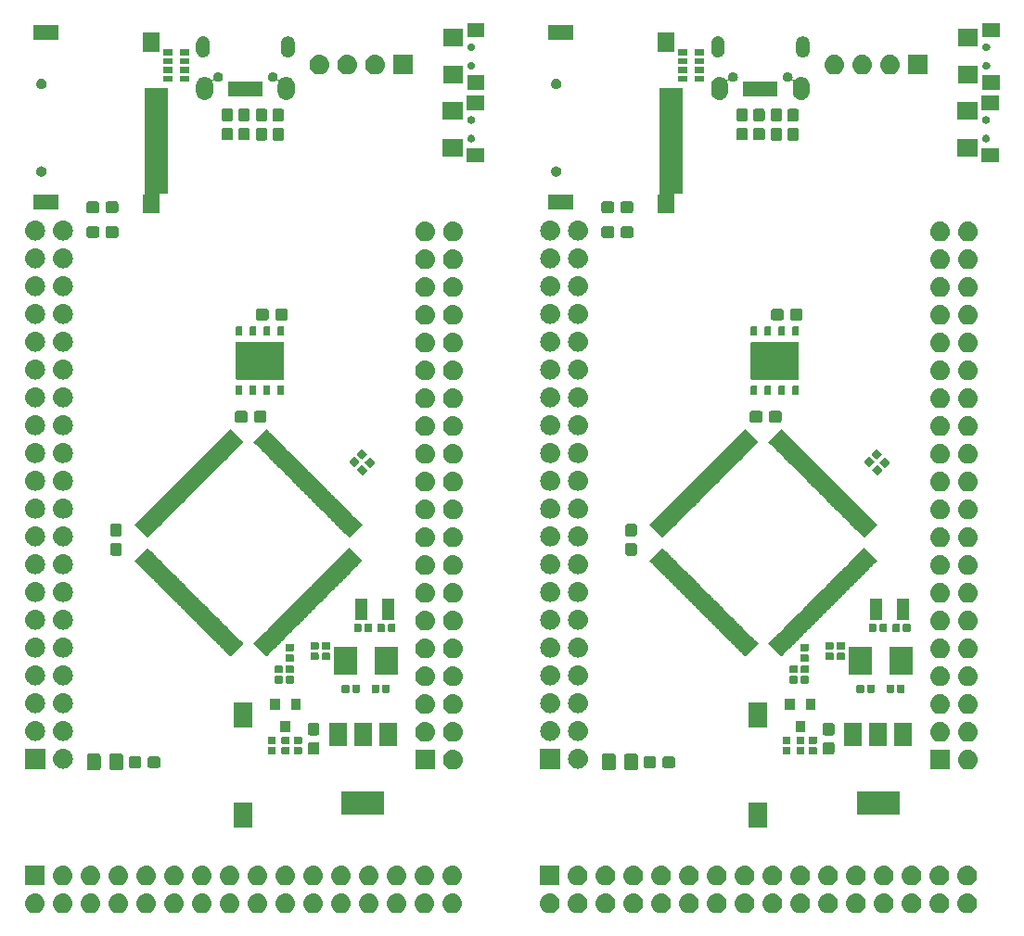
<source format=gbr>
G04 #@! TF.GenerationSoftware,KiCad,Pcbnew,(5.1.4)-1*
G04 #@! TF.CreationDate,2019-12-08T02:00:36+08:00*
G04 #@! TF.ProjectId,STM32F407VTE6-SOCKET_1x2,53544d33-3246-4343-9037-565445362d53,rev?*
G04 #@! TF.SameCoordinates,Original*
G04 #@! TF.FileFunction,Soldermask,Bot*
G04 #@! TF.FilePolarity,Negative*
%FSLAX46Y46*%
G04 Gerber Fmt 4.6, Leading zero omitted, Abs format (unit mm)*
G04 Created by KiCad (PCBNEW (5.1.4)-1) date 2019-12-08 02:00:36*
%MOMM*%
%LPD*%
G04 APERTURE LIST*
%ADD10C,0.100000*%
G04 APERTURE END LIST*
D10*
G36*
X165790442Y-176275518D02*
G01*
X165856627Y-176282037D01*
X166026466Y-176333557D01*
X166182991Y-176417222D01*
X166218729Y-176446552D01*
X166320186Y-176529814D01*
X166403448Y-176631271D01*
X166432778Y-176667009D01*
X166516443Y-176823534D01*
X166567963Y-176993373D01*
X166585359Y-177170000D01*
X166567963Y-177346627D01*
X166516443Y-177516466D01*
X166432778Y-177672991D01*
X166403448Y-177708729D01*
X166320186Y-177810186D01*
X166218729Y-177893448D01*
X166182991Y-177922778D01*
X166026466Y-178006443D01*
X165856627Y-178057963D01*
X165790443Y-178064481D01*
X165724260Y-178071000D01*
X165635740Y-178071000D01*
X165569557Y-178064481D01*
X165503373Y-178057963D01*
X165333534Y-178006443D01*
X165177009Y-177922778D01*
X165141271Y-177893448D01*
X165039814Y-177810186D01*
X164956552Y-177708729D01*
X164927222Y-177672991D01*
X164843557Y-177516466D01*
X164792037Y-177346627D01*
X164774641Y-177170000D01*
X164792037Y-176993373D01*
X164843557Y-176823534D01*
X164927222Y-176667009D01*
X164956552Y-176631271D01*
X165039814Y-176529814D01*
X165141271Y-176446552D01*
X165177009Y-176417222D01*
X165333534Y-176333557D01*
X165503373Y-176282037D01*
X165569558Y-176275518D01*
X165635740Y-176269000D01*
X165724260Y-176269000D01*
X165790442Y-176275518D01*
X165790442Y-176275518D01*
G37*
G36*
X168330442Y-176275518D02*
G01*
X168396627Y-176282037D01*
X168566466Y-176333557D01*
X168722991Y-176417222D01*
X168758729Y-176446552D01*
X168860186Y-176529814D01*
X168943448Y-176631271D01*
X168972778Y-176667009D01*
X169056443Y-176823534D01*
X169107963Y-176993373D01*
X169125359Y-177170000D01*
X169107963Y-177346627D01*
X169056443Y-177516466D01*
X168972778Y-177672991D01*
X168943448Y-177708729D01*
X168860186Y-177810186D01*
X168758729Y-177893448D01*
X168722991Y-177922778D01*
X168566466Y-178006443D01*
X168396627Y-178057963D01*
X168330443Y-178064481D01*
X168264260Y-178071000D01*
X168175740Y-178071000D01*
X168109557Y-178064481D01*
X168043373Y-178057963D01*
X167873534Y-178006443D01*
X167717009Y-177922778D01*
X167681271Y-177893448D01*
X167579814Y-177810186D01*
X167496552Y-177708729D01*
X167467222Y-177672991D01*
X167383557Y-177516466D01*
X167332037Y-177346627D01*
X167314641Y-177170000D01*
X167332037Y-176993373D01*
X167383557Y-176823534D01*
X167467222Y-176667009D01*
X167496552Y-176631271D01*
X167579814Y-176529814D01*
X167681271Y-176446552D01*
X167717009Y-176417222D01*
X167873534Y-176333557D01*
X168043373Y-176282037D01*
X168109558Y-176275518D01*
X168175740Y-176269000D01*
X168264260Y-176269000D01*
X168330442Y-176275518D01*
X168330442Y-176275518D01*
G37*
G36*
X170870442Y-176275518D02*
G01*
X170936627Y-176282037D01*
X171106466Y-176333557D01*
X171262991Y-176417222D01*
X171298729Y-176446552D01*
X171400186Y-176529814D01*
X171483448Y-176631271D01*
X171512778Y-176667009D01*
X171596443Y-176823534D01*
X171647963Y-176993373D01*
X171665359Y-177170000D01*
X171647963Y-177346627D01*
X171596443Y-177516466D01*
X171512778Y-177672991D01*
X171483448Y-177708729D01*
X171400186Y-177810186D01*
X171298729Y-177893448D01*
X171262991Y-177922778D01*
X171106466Y-178006443D01*
X170936627Y-178057963D01*
X170870443Y-178064481D01*
X170804260Y-178071000D01*
X170715740Y-178071000D01*
X170649557Y-178064481D01*
X170583373Y-178057963D01*
X170413534Y-178006443D01*
X170257009Y-177922778D01*
X170221271Y-177893448D01*
X170119814Y-177810186D01*
X170036552Y-177708729D01*
X170007222Y-177672991D01*
X169923557Y-177516466D01*
X169872037Y-177346627D01*
X169854641Y-177170000D01*
X169872037Y-176993373D01*
X169923557Y-176823534D01*
X170007222Y-176667009D01*
X170036552Y-176631271D01*
X170119814Y-176529814D01*
X170221271Y-176446552D01*
X170257009Y-176417222D01*
X170413534Y-176333557D01*
X170583373Y-176282037D01*
X170649558Y-176275518D01*
X170715740Y-176269000D01*
X170804260Y-176269000D01*
X170870442Y-176275518D01*
X170870442Y-176275518D01*
G37*
G36*
X173410442Y-176275518D02*
G01*
X173476627Y-176282037D01*
X173646466Y-176333557D01*
X173802991Y-176417222D01*
X173838729Y-176446552D01*
X173940186Y-176529814D01*
X174023448Y-176631271D01*
X174052778Y-176667009D01*
X174136443Y-176823534D01*
X174187963Y-176993373D01*
X174205359Y-177170000D01*
X174187963Y-177346627D01*
X174136443Y-177516466D01*
X174052778Y-177672991D01*
X174023448Y-177708729D01*
X173940186Y-177810186D01*
X173838729Y-177893448D01*
X173802991Y-177922778D01*
X173646466Y-178006443D01*
X173476627Y-178057963D01*
X173410443Y-178064481D01*
X173344260Y-178071000D01*
X173255740Y-178071000D01*
X173189557Y-178064481D01*
X173123373Y-178057963D01*
X172953534Y-178006443D01*
X172797009Y-177922778D01*
X172761271Y-177893448D01*
X172659814Y-177810186D01*
X172576552Y-177708729D01*
X172547222Y-177672991D01*
X172463557Y-177516466D01*
X172412037Y-177346627D01*
X172394641Y-177170000D01*
X172412037Y-176993373D01*
X172463557Y-176823534D01*
X172547222Y-176667009D01*
X172576552Y-176631271D01*
X172659814Y-176529814D01*
X172761271Y-176446552D01*
X172797009Y-176417222D01*
X172953534Y-176333557D01*
X173123373Y-176282037D01*
X173189558Y-176275518D01*
X173255740Y-176269000D01*
X173344260Y-176269000D01*
X173410442Y-176275518D01*
X173410442Y-176275518D01*
G37*
G36*
X175950442Y-176275518D02*
G01*
X176016627Y-176282037D01*
X176186466Y-176333557D01*
X176342991Y-176417222D01*
X176378729Y-176446552D01*
X176480186Y-176529814D01*
X176563448Y-176631271D01*
X176592778Y-176667009D01*
X176676443Y-176823534D01*
X176727963Y-176993373D01*
X176745359Y-177170000D01*
X176727963Y-177346627D01*
X176676443Y-177516466D01*
X176592778Y-177672991D01*
X176563448Y-177708729D01*
X176480186Y-177810186D01*
X176378729Y-177893448D01*
X176342991Y-177922778D01*
X176186466Y-178006443D01*
X176016627Y-178057963D01*
X175950443Y-178064481D01*
X175884260Y-178071000D01*
X175795740Y-178071000D01*
X175729557Y-178064481D01*
X175663373Y-178057963D01*
X175493534Y-178006443D01*
X175337009Y-177922778D01*
X175301271Y-177893448D01*
X175199814Y-177810186D01*
X175116552Y-177708729D01*
X175087222Y-177672991D01*
X175003557Y-177516466D01*
X174952037Y-177346627D01*
X174934641Y-177170000D01*
X174952037Y-176993373D01*
X175003557Y-176823534D01*
X175087222Y-176667009D01*
X175116552Y-176631271D01*
X175199814Y-176529814D01*
X175301271Y-176446552D01*
X175337009Y-176417222D01*
X175493534Y-176333557D01*
X175663373Y-176282037D01*
X175729558Y-176275518D01*
X175795740Y-176269000D01*
X175884260Y-176269000D01*
X175950442Y-176275518D01*
X175950442Y-176275518D01*
G37*
G36*
X178490442Y-176275518D02*
G01*
X178556627Y-176282037D01*
X178726466Y-176333557D01*
X178882991Y-176417222D01*
X178918729Y-176446552D01*
X179020186Y-176529814D01*
X179103448Y-176631271D01*
X179132778Y-176667009D01*
X179216443Y-176823534D01*
X179267963Y-176993373D01*
X179285359Y-177170000D01*
X179267963Y-177346627D01*
X179216443Y-177516466D01*
X179132778Y-177672991D01*
X179103448Y-177708729D01*
X179020186Y-177810186D01*
X178918729Y-177893448D01*
X178882991Y-177922778D01*
X178726466Y-178006443D01*
X178556627Y-178057963D01*
X178490443Y-178064481D01*
X178424260Y-178071000D01*
X178335740Y-178071000D01*
X178269557Y-178064481D01*
X178203373Y-178057963D01*
X178033534Y-178006443D01*
X177877009Y-177922778D01*
X177841271Y-177893448D01*
X177739814Y-177810186D01*
X177656552Y-177708729D01*
X177627222Y-177672991D01*
X177543557Y-177516466D01*
X177492037Y-177346627D01*
X177474641Y-177170000D01*
X177492037Y-176993373D01*
X177543557Y-176823534D01*
X177627222Y-176667009D01*
X177656552Y-176631271D01*
X177739814Y-176529814D01*
X177841271Y-176446552D01*
X177877009Y-176417222D01*
X178033534Y-176333557D01*
X178203373Y-176282037D01*
X178269558Y-176275518D01*
X178335740Y-176269000D01*
X178424260Y-176269000D01*
X178490442Y-176275518D01*
X178490442Y-176275518D01*
G37*
G36*
X181030442Y-176275518D02*
G01*
X181096627Y-176282037D01*
X181266466Y-176333557D01*
X181422991Y-176417222D01*
X181458729Y-176446552D01*
X181560186Y-176529814D01*
X181643448Y-176631271D01*
X181672778Y-176667009D01*
X181756443Y-176823534D01*
X181807963Y-176993373D01*
X181825359Y-177170000D01*
X181807963Y-177346627D01*
X181756443Y-177516466D01*
X181672778Y-177672991D01*
X181643448Y-177708729D01*
X181560186Y-177810186D01*
X181458729Y-177893448D01*
X181422991Y-177922778D01*
X181266466Y-178006443D01*
X181096627Y-178057963D01*
X181030443Y-178064481D01*
X180964260Y-178071000D01*
X180875740Y-178071000D01*
X180809557Y-178064481D01*
X180743373Y-178057963D01*
X180573534Y-178006443D01*
X180417009Y-177922778D01*
X180381271Y-177893448D01*
X180279814Y-177810186D01*
X180196552Y-177708729D01*
X180167222Y-177672991D01*
X180083557Y-177516466D01*
X180032037Y-177346627D01*
X180014641Y-177170000D01*
X180032037Y-176993373D01*
X180083557Y-176823534D01*
X180167222Y-176667009D01*
X180196552Y-176631271D01*
X180279814Y-176529814D01*
X180381271Y-176446552D01*
X180417009Y-176417222D01*
X180573534Y-176333557D01*
X180743373Y-176282037D01*
X180809558Y-176275518D01*
X180875740Y-176269000D01*
X180964260Y-176269000D01*
X181030442Y-176275518D01*
X181030442Y-176275518D01*
G37*
G36*
X183570442Y-176275518D02*
G01*
X183636627Y-176282037D01*
X183806466Y-176333557D01*
X183962991Y-176417222D01*
X183998729Y-176446552D01*
X184100186Y-176529814D01*
X184183448Y-176631271D01*
X184212778Y-176667009D01*
X184296443Y-176823534D01*
X184347963Y-176993373D01*
X184365359Y-177170000D01*
X184347963Y-177346627D01*
X184296443Y-177516466D01*
X184212778Y-177672991D01*
X184183448Y-177708729D01*
X184100186Y-177810186D01*
X183998729Y-177893448D01*
X183962991Y-177922778D01*
X183806466Y-178006443D01*
X183636627Y-178057963D01*
X183570443Y-178064481D01*
X183504260Y-178071000D01*
X183415740Y-178071000D01*
X183349557Y-178064481D01*
X183283373Y-178057963D01*
X183113534Y-178006443D01*
X182957009Y-177922778D01*
X182921271Y-177893448D01*
X182819814Y-177810186D01*
X182736552Y-177708729D01*
X182707222Y-177672991D01*
X182623557Y-177516466D01*
X182572037Y-177346627D01*
X182554641Y-177170000D01*
X182572037Y-176993373D01*
X182623557Y-176823534D01*
X182707222Y-176667009D01*
X182736552Y-176631271D01*
X182819814Y-176529814D01*
X182921271Y-176446552D01*
X182957009Y-176417222D01*
X183113534Y-176333557D01*
X183283373Y-176282037D01*
X183349558Y-176275518D01*
X183415740Y-176269000D01*
X183504260Y-176269000D01*
X183570442Y-176275518D01*
X183570442Y-176275518D01*
G37*
G36*
X186110442Y-176275518D02*
G01*
X186176627Y-176282037D01*
X186346466Y-176333557D01*
X186502991Y-176417222D01*
X186538729Y-176446552D01*
X186640186Y-176529814D01*
X186723448Y-176631271D01*
X186752778Y-176667009D01*
X186836443Y-176823534D01*
X186887963Y-176993373D01*
X186905359Y-177170000D01*
X186887963Y-177346627D01*
X186836443Y-177516466D01*
X186752778Y-177672991D01*
X186723448Y-177708729D01*
X186640186Y-177810186D01*
X186538729Y-177893448D01*
X186502991Y-177922778D01*
X186346466Y-178006443D01*
X186176627Y-178057963D01*
X186110443Y-178064481D01*
X186044260Y-178071000D01*
X185955740Y-178071000D01*
X185889557Y-178064481D01*
X185823373Y-178057963D01*
X185653534Y-178006443D01*
X185497009Y-177922778D01*
X185461271Y-177893448D01*
X185359814Y-177810186D01*
X185276552Y-177708729D01*
X185247222Y-177672991D01*
X185163557Y-177516466D01*
X185112037Y-177346627D01*
X185094641Y-177170000D01*
X185112037Y-176993373D01*
X185163557Y-176823534D01*
X185247222Y-176667009D01*
X185276552Y-176631271D01*
X185359814Y-176529814D01*
X185461271Y-176446552D01*
X185497009Y-176417222D01*
X185653534Y-176333557D01*
X185823373Y-176282037D01*
X185889558Y-176275518D01*
X185955740Y-176269000D01*
X186044260Y-176269000D01*
X186110442Y-176275518D01*
X186110442Y-176275518D01*
G37*
G36*
X103550442Y-176275518D02*
G01*
X103616627Y-176282037D01*
X103786466Y-176333557D01*
X103942991Y-176417222D01*
X103978729Y-176446552D01*
X104080186Y-176529814D01*
X104163448Y-176631271D01*
X104192778Y-176667009D01*
X104276443Y-176823534D01*
X104327963Y-176993373D01*
X104345359Y-177170000D01*
X104327963Y-177346627D01*
X104276443Y-177516466D01*
X104192778Y-177672991D01*
X104163448Y-177708729D01*
X104080186Y-177810186D01*
X103978729Y-177893448D01*
X103942991Y-177922778D01*
X103786466Y-178006443D01*
X103616627Y-178057963D01*
X103550443Y-178064481D01*
X103484260Y-178071000D01*
X103395740Y-178071000D01*
X103329557Y-178064481D01*
X103263373Y-178057963D01*
X103093534Y-178006443D01*
X102937009Y-177922778D01*
X102901271Y-177893448D01*
X102799814Y-177810186D01*
X102716552Y-177708729D01*
X102687222Y-177672991D01*
X102603557Y-177516466D01*
X102552037Y-177346627D01*
X102534641Y-177170000D01*
X102552037Y-176993373D01*
X102603557Y-176823534D01*
X102687222Y-176667009D01*
X102716552Y-176631271D01*
X102799814Y-176529814D01*
X102901271Y-176446552D01*
X102937009Y-176417222D01*
X103093534Y-176333557D01*
X103263373Y-176282037D01*
X103329558Y-176275518D01*
X103395740Y-176269000D01*
X103484260Y-176269000D01*
X103550442Y-176275518D01*
X103550442Y-176275518D01*
G37*
G36*
X163250442Y-176275518D02*
G01*
X163316627Y-176282037D01*
X163486466Y-176333557D01*
X163642991Y-176417222D01*
X163678729Y-176446552D01*
X163780186Y-176529814D01*
X163863448Y-176631271D01*
X163892778Y-176667009D01*
X163976443Y-176823534D01*
X164027963Y-176993373D01*
X164045359Y-177170000D01*
X164027963Y-177346627D01*
X163976443Y-177516466D01*
X163892778Y-177672991D01*
X163863448Y-177708729D01*
X163780186Y-177810186D01*
X163678729Y-177893448D01*
X163642991Y-177922778D01*
X163486466Y-178006443D01*
X163316627Y-178057963D01*
X163250443Y-178064481D01*
X163184260Y-178071000D01*
X163095740Y-178071000D01*
X163029557Y-178064481D01*
X162963373Y-178057963D01*
X162793534Y-178006443D01*
X162637009Y-177922778D01*
X162601271Y-177893448D01*
X162499814Y-177810186D01*
X162416552Y-177708729D01*
X162387222Y-177672991D01*
X162303557Y-177516466D01*
X162252037Y-177346627D01*
X162234641Y-177170000D01*
X162252037Y-176993373D01*
X162303557Y-176823534D01*
X162387222Y-176667009D01*
X162416552Y-176631271D01*
X162499814Y-176529814D01*
X162601271Y-176446552D01*
X162637009Y-176417222D01*
X162793534Y-176333557D01*
X162963373Y-176282037D01*
X163029558Y-176275518D01*
X163095740Y-176269000D01*
X163184260Y-176269000D01*
X163250442Y-176275518D01*
X163250442Y-176275518D01*
G37*
G36*
X160710442Y-176275518D02*
G01*
X160776627Y-176282037D01*
X160946466Y-176333557D01*
X161102991Y-176417222D01*
X161138729Y-176446552D01*
X161240186Y-176529814D01*
X161323448Y-176631271D01*
X161352778Y-176667009D01*
X161436443Y-176823534D01*
X161487963Y-176993373D01*
X161505359Y-177170000D01*
X161487963Y-177346627D01*
X161436443Y-177516466D01*
X161352778Y-177672991D01*
X161323448Y-177708729D01*
X161240186Y-177810186D01*
X161138729Y-177893448D01*
X161102991Y-177922778D01*
X160946466Y-178006443D01*
X160776627Y-178057963D01*
X160710443Y-178064481D01*
X160644260Y-178071000D01*
X160555740Y-178071000D01*
X160489557Y-178064481D01*
X160423373Y-178057963D01*
X160253534Y-178006443D01*
X160097009Y-177922778D01*
X160061271Y-177893448D01*
X159959814Y-177810186D01*
X159876552Y-177708729D01*
X159847222Y-177672991D01*
X159763557Y-177516466D01*
X159712037Y-177346627D01*
X159694641Y-177170000D01*
X159712037Y-176993373D01*
X159763557Y-176823534D01*
X159847222Y-176667009D01*
X159876552Y-176631271D01*
X159959814Y-176529814D01*
X160061271Y-176446552D01*
X160097009Y-176417222D01*
X160253534Y-176333557D01*
X160423373Y-176282037D01*
X160489558Y-176275518D01*
X160555740Y-176269000D01*
X160644260Y-176269000D01*
X160710442Y-176275518D01*
X160710442Y-176275518D01*
G37*
G36*
X158170442Y-176275518D02*
G01*
X158236627Y-176282037D01*
X158406466Y-176333557D01*
X158562991Y-176417222D01*
X158598729Y-176446552D01*
X158700186Y-176529814D01*
X158783448Y-176631271D01*
X158812778Y-176667009D01*
X158896443Y-176823534D01*
X158947963Y-176993373D01*
X158965359Y-177170000D01*
X158947963Y-177346627D01*
X158896443Y-177516466D01*
X158812778Y-177672991D01*
X158783448Y-177708729D01*
X158700186Y-177810186D01*
X158598729Y-177893448D01*
X158562991Y-177922778D01*
X158406466Y-178006443D01*
X158236627Y-178057963D01*
X158170443Y-178064481D01*
X158104260Y-178071000D01*
X158015740Y-178071000D01*
X157949557Y-178064481D01*
X157883373Y-178057963D01*
X157713534Y-178006443D01*
X157557009Y-177922778D01*
X157521271Y-177893448D01*
X157419814Y-177810186D01*
X157336552Y-177708729D01*
X157307222Y-177672991D01*
X157223557Y-177516466D01*
X157172037Y-177346627D01*
X157154641Y-177170000D01*
X157172037Y-176993373D01*
X157223557Y-176823534D01*
X157307222Y-176667009D01*
X157336552Y-176631271D01*
X157419814Y-176529814D01*
X157521271Y-176446552D01*
X157557009Y-176417222D01*
X157713534Y-176333557D01*
X157883373Y-176282037D01*
X157949558Y-176275518D01*
X158015740Y-176269000D01*
X158104260Y-176269000D01*
X158170442Y-176275518D01*
X158170442Y-176275518D01*
G37*
G36*
X155630442Y-176275518D02*
G01*
X155696627Y-176282037D01*
X155866466Y-176333557D01*
X156022991Y-176417222D01*
X156058729Y-176446552D01*
X156160186Y-176529814D01*
X156243448Y-176631271D01*
X156272778Y-176667009D01*
X156356443Y-176823534D01*
X156407963Y-176993373D01*
X156425359Y-177170000D01*
X156407963Y-177346627D01*
X156356443Y-177516466D01*
X156272778Y-177672991D01*
X156243448Y-177708729D01*
X156160186Y-177810186D01*
X156058729Y-177893448D01*
X156022991Y-177922778D01*
X155866466Y-178006443D01*
X155696627Y-178057963D01*
X155630443Y-178064481D01*
X155564260Y-178071000D01*
X155475740Y-178071000D01*
X155409557Y-178064481D01*
X155343373Y-178057963D01*
X155173534Y-178006443D01*
X155017009Y-177922778D01*
X154981271Y-177893448D01*
X154879814Y-177810186D01*
X154796552Y-177708729D01*
X154767222Y-177672991D01*
X154683557Y-177516466D01*
X154632037Y-177346627D01*
X154614641Y-177170000D01*
X154632037Y-176993373D01*
X154683557Y-176823534D01*
X154767222Y-176667009D01*
X154796552Y-176631271D01*
X154879814Y-176529814D01*
X154981271Y-176446552D01*
X155017009Y-176417222D01*
X155173534Y-176333557D01*
X155343373Y-176282037D01*
X155409558Y-176275518D01*
X155475740Y-176269000D01*
X155564260Y-176269000D01*
X155630442Y-176275518D01*
X155630442Y-176275518D01*
G37*
G36*
X153090442Y-176275518D02*
G01*
X153156627Y-176282037D01*
X153326466Y-176333557D01*
X153482991Y-176417222D01*
X153518729Y-176446552D01*
X153620186Y-176529814D01*
X153703448Y-176631271D01*
X153732778Y-176667009D01*
X153816443Y-176823534D01*
X153867963Y-176993373D01*
X153885359Y-177170000D01*
X153867963Y-177346627D01*
X153816443Y-177516466D01*
X153732778Y-177672991D01*
X153703448Y-177708729D01*
X153620186Y-177810186D01*
X153518729Y-177893448D01*
X153482991Y-177922778D01*
X153326466Y-178006443D01*
X153156627Y-178057963D01*
X153090443Y-178064481D01*
X153024260Y-178071000D01*
X152935740Y-178071000D01*
X152869557Y-178064481D01*
X152803373Y-178057963D01*
X152633534Y-178006443D01*
X152477009Y-177922778D01*
X152441271Y-177893448D01*
X152339814Y-177810186D01*
X152256552Y-177708729D01*
X152227222Y-177672991D01*
X152143557Y-177516466D01*
X152092037Y-177346627D01*
X152074641Y-177170000D01*
X152092037Y-176993373D01*
X152143557Y-176823534D01*
X152227222Y-176667009D01*
X152256552Y-176631271D01*
X152339814Y-176529814D01*
X152441271Y-176446552D01*
X152477009Y-176417222D01*
X152633534Y-176333557D01*
X152803373Y-176282037D01*
X152869558Y-176275518D01*
X152935740Y-176269000D01*
X153024260Y-176269000D01*
X153090442Y-176275518D01*
X153090442Y-176275518D01*
G37*
G36*
X150550442Y-176275518D02*
G01*
X150616627Y-176282037D01*
X150786466Y-176333557D01*
X150942991Y-176417222D01*
X150978729Y-176446552D01*
X151080186Y-176529814D01*
X151163448Y-176631271D01*
X151192778Y-176667009D01*
X151276443Y-176823534D01*
X151327963Y-176993373D01*
X151345359Y-177170000D01*
X151327963Y-177346627D01*
X151276443Y-177516466D01*
X151192778Y-177672991D01*
X151163448Y-177708729D01*
X151080186Y-177810186D01*
X150978729Y-177893448D01*
X150942991Y-177922778D01*
X150786466Y-178006443D01*
X150616627Y-178057963D01*
X150550443Y-178064481D01*
X150484260Y-178071000D01*
X150395740Y-178071000D01*
X150329557Y-178064481D01*
X150263373Y-178057963D01*
X150093534Y-178006443D01*
X149937009Y-177922778D01*
X149901271Y-177893448D01*
X149799814Y-177810186D01*
X149716552Y-177708729D01*
X149687222Y-177672991D01*
X149603557Y-177516466D01*
X149552037Y-177346627D01*
X149534641Y-177170000D01*
X149552037Y-176993373D01*
X149603557Y-176823534D01*
X149687222Y-176667009D01*
X149716552Y-176631271D01*
X149799814Y-176529814D01*
X149901271Y-176446552D01*
X149937009Y-176417222D01*
X150093534Y-176333557D01*
X150263373Y-176282037D01*
X150329558Y-176275518D01*
X150395740Y-176269000D01*
X150484260Y-176269000D01*
X150550442Y-176275518D01*
X150550442Y-176275518D01*
G37*
G36*
X123870442Y-176275518D02*
G01*
X123936627Y-176282037D01*
X124106466Y-176333557D01*
X124262991Y-176417222D01*
X124298729Y-176446552D01*
X124400186Y-176529814D01*
X124483448Y-176631271D01*
X124512778Y-176667009D01*
X124596443Y-176823534D01*
X124647963Y-176993373D01*
X124665359Y-177170000D01*
X124647963Y-177346627D01*
X124596443Y-177516466D01*
X124512778Y-177672991D01*
X124483448Y-177708729D01*
X124400186Y-177810186D01*
X124298729Y-177893448D01*
X124262991Y-177922778D01*
X124106466Y-178006443D01*
X123936627Y-178057963D01*
X123870443Y-178064481D01*
X123804260Y-178071000D01*
X123715740Y-178071000D01*
X123649557Y-178064481D01*
X123583373Y-178057963D01*
X123413534Y-178006443D01*
X123257009Y-177922778D01*
X123221271Y-177893448D01*
X123119814Y-177810186D01*
X123036552Y-177708729D01*
X123007222Y-177672991D01*
X122923557Y-177516466D01*
X122872037Y-177346627D01*
X122854641Y-177170000D01*
X122872037Y-176993373D01*
X122923557Y-176823534D01*
X123007222Y-176667009D01*
X123036552Y-176631271D01*
X123119814Y-176529814D01*
X123221271Y-176446552D01*
X123257009Y-176417222D01*
X123413534Y-176333557D01*
X123583373Y-176282037D01*
X123649558Y-176275518D01*
X123715740Y-176269000D01*
X123804260Y-176269000D01*
X123870442Y-176275518D01*
X123870442Y-176275518D01*
G37*
G36*
X139110442Y-176275518D02*
G01*
X139176627Y-176282037D01*
X139346466Y-176333557D01*
X139502991Y-176417222D01*
X139538729Y-176446552D01*
X139640186Y-176529814D01*
X139723448Y-176631271D01*
X139752778Y-176667009D01*
X139836443Y-176823534D01*
X139887963Y-176993373D01*
X139905359Y-177170000D01*
X139887963Y-177346627D01*
X139836443Y-177516466D01*
X139752778Y-177672991D01*
X139723448Y-177708729D01*
X139640186Y-177810186D01*
X139538729Y-177893448D01*
X139502991Y-177922778D01*
X139346466Y-178006443D01*
X139176627Y-178057963D01*
X139110443Y-178064481D01*
X139044260Y-178071000D01*
X138955740Y-178071000D01*
X138889557Y-178064481D01*
X138823373Y-178057963D01*
X138653534Y-178006443D01*
X138497009Y-177922778D01*
X138461271Y-177893448D01*
X138359814Y-177810186D01*
X138276552Y-177708729D01*
X138247222Y-177672991D01*
X138163557Y-177516466D01*
X138112037Y-177346627D01*
X138094641Y-177170000D01*
X138112037Y-176993373D01*
X138163557Y-176823534D01*
X138247222Y-176667009D01*
X138276552Y-176631271D01*
X138359814Y-176529814D01*
X138461271Y-176446552D01*
X138497009Y-176417222D01*
X138653534Y-176333557D01*
X138823373Y-176282037D01*
X138889558Y-176275518D01*
X138955740Y-176269000D01*
X139044260Y-176269000D01*
X139110442Y-176275518D01*
X139110442Y-176275518D01*
G37*
G36*
X141650442Y-176275518D02*
G01*
X141716627Y-176282037D01*
X141886466Y-176333557D01*
X142042991Y-176417222D01*
X142078729Y-176446552D01*
X142180186Y-176529814D01*
X142263448Y-176631271D01*
X142292778Y-176667009D01*
X142376443Y-176823534D01*
X142427963Y-176993373D01*
X142445359Y-177170000D01*
X142427963Y-177346627D01*
X142376443Y-177516466D01*
X142292778Y-177672991D01*
X142263448Y-177708729D01*
X142180186Y-177810186D01*
X142078729Y-177893448D01*
X142042991Y-177922778D01*
X141886466Y-178006443D01*
X141716627Y-178057963D01*
X141650443Y-178064481D01*
X141584260Y-178071000D01*
X141495740Y-178071000D01*
X141429557Y-178064481D01*
X141363373Y-178057963D01*
X141193534Y-178006443D01*
X141037009Y-177922778D01*
X141001271Y-177893448D01*
X140899814Y-177810186D01*
X140816552Y-177708729D01*
X140787222Y-177672991D01*
X140703557Y-177516466D01*
X140652037Y-177346627D01*
X140634641Y-177170000D01*
X140652037Y-176993373D01*
X140703557Y-176823534D01*
X140787222Y-176667009D01*
X140816552Y-176631271D01*
X140899814Y-176529814D01*
X141001271Y-176446552D01*
X141037009Y-176417222D01*
X141193534Y-176333557D01*
X141363373Y-176282037D01*
X141429558Y-176275518D01*
X141495740Y-176269000D01*
X141584260Y-176269000D01*
X141650442Y-176275518D01*
X141650442Y-176275518D01*
G37*
G36*
X106090442Y-176275518D02*
G01*
X106156627Y-176282037D01*
X106326466Y-176333557D01*
X106482991Y-176417222D01*
X106518729Y-176446552D01*
X106620186Y-176529814D01*
X106703448Y-176631271D01*
X106732778Y-176667009D01*
X106816443Y-176823534D01*
X106867963Y-176993373D01*
X106885359Y-177170000D01*
X106867963Y-177346627D01*
X106816443Y-177516466D01*
X106732778Y-177672991D01*
X106703448Y-177708729D01*
X106620186Y-177810186D01*
X106518729Y-177893448D01*
X106482991Y-177922778D01*
X106326466Y-178006443D01*
X106156627Y-178057963D01*
X106090443Y-178064481D01*
X106024260Y-178071000D01*
X105935740Y-178071000D01*
X105869557Y-178064481D01*
X105803373Y-178057963D01*
X105633534Y-178006443D01*
X105477009Y-177922778D01*
X105441271Y-177893448D01*
X105339814Y-177810186D01*
X105256552Y-177708729D01*
X105227222Y-177672991D01*
X105143557Y-177516466D01*
X105092037Y-177346627D01*
X105074641Y-177170000D01*
X105092037Y-176993373D01*
X105143557Y-176823534D01*
X105227222Y-176667009D01*
X105256552Y-176631271D01*
X105339814Y-176529814D01*
X105441271Y-176446552D01*
X105477009Y-176417222D01*
X105633534Y-176333557D01*
X105803373Y-176282037D01*
X105869558Y-176275518D01*
X105935740Y-176269000D01*
X106024260Y-176269000D01*
X106090442Y-176275518D01*
X106090442Y-176275518D01*
G37*
G36*
X108630442Y-176275518D02*
G01*
X108696627Y-176282037D01*
X108866466Y-176333557D01*
X109022991Y-176417222D01*
X109058729Y-176446552D01*
X109160186Y-176529814D01*
X109243448Y-176631271D01*
X109272778Y-176667009D01*
X109356443Y-176823534D01*
X109407963Y-176993373D01*
X109425359Y-177170000D01*
X109407963Y-177346627D01*
X109356443Y-177516466D01*
X109272778Y-177672991D01*
X109243448Y-177708729D01*
X109160186Y-177810186D01*
X109058729Y-177893448D01*
X109022991Y-177922778D01*
X108866466Y-178006443D01*
X108696627Y-178057963D01*
X108630443Y-178064481D01*
X108564260Y-178071000D01*
X108475740Y-178071000D01*
X108409557Y-178064481D01*
X108343373Y-178057963D01*
X108173534Y-178006443D01*
X108017009Y-177922778D01*
X107981271Y-177893448D01*
X107879814Y-177810186D01*
X107796552Y-177708729D01*
X107767222Y-177672991D01*
X107683557Y-177516466D01*
X107632037Y-177346627D01*
X107614641Y-177170000D01*
X107632037Y-176993373D01*
X107683557Y-176823534D01*
X107767222Y-176667009D01*
X107796552Y-176631271D01*
X107879814Y-176529814D01*
X107981271Y-176446552D01*
X108017009Y-176417222D01*
X108173534Y-176333557D01*
X108343373Y-176282037D01*
X108409558Y-176275518D01*
X108475740Y-176269000D01*
X108564260Y-176269000D01*
X108630442Y-176275518D01*
X108630442Y-176275518D01*
G37*
G36*
X111170442Y-176275518D02*
G01*
X111236627Y-176282037D01*
X111406466Y-176333557D01*
X111562991Y-176417222D01*
X111598729Y-176446552D01*
X111700186Y-176529814D01*
X111783448Y-176631271D01*
X111812778Y-176667009D01*
X111896443Y-176823534D01*
X111947963Y-176993373D01*
X111965359Y-177170000D01*
X111947963Y-177346627D01*
X111896443Y-177516466D01*
X111812778Y-177672991D01*
X111783448Y-177708729D01*
X111700186Y-177810186D01*
X111598729Y-177893448D01*
X111562991Y-177922778D01*
X111406466Y-178006443D01*
X111236627Y-178057963D01*
X111170443Y-178064481D01*
X111104260Y-178071000D01*
X111015740Y-178071000D01*
X110949557Y-178064481D01*
X110883373Y-178057963D01*
X110713534Y-178006443D01*
X110557009Y-177922778D01*
X110521271Y-177893448D01*
X110419814Y-177810186D01*
X110336552Y-177708729D01*
X110307222Y-177672991D01*
X110223557Y-177516466D01*
X110172037Y-177346627D01*
X110154641Y-177170000D01*
X110172037Y-176993373D01*
X110223557Y-176823534D01*
X110307222Y-176667009D01*
X110336552Y-176631271D01*
X110419814Y-176529814D01*
X110521271Y-176446552D01*
X110557009Y-176417222D01*
X110713534Y-176333557D01*
X110883373Y-176282037D01*
X110949558Y-176275518D01*
X111015740Y-176269000D01*
X111104260Y-176269000D01*
X111170442Y-176275518D01*
X111170442Y-176275518D01*
G37*
G36*
X113710442Y-176275518D02*
G01*
X113776627Y-176282037D01*
X113946466Y-176333557D01*
X114102991Y-176417222D01*
X114138729Y-176446552D01*
X114240186Y-176529814D01*
X114323448Y-176631271D01*
X114352778Y-176667009D01*
X114436443Y-176823534D01*
X114487963Y-176993373D01*
X114505359Y-177170000D01*
X114487963Y-177346627D01*
X114436443Y-177516466D01*
X114352778Y-177672991D01*
X114323448Y-177708729D01*
X114240186Y-177810186D01*
X114138729Y-177893448D01*
X114102991Y-177922778D01*
X113946466Y-178006443D01*
X113776627Y-178057963D01*
X113710443Y-178064481D01*
X113644260Y-178071000D01*
X113555740Y-178071000D01*
X113489557Y-178064481D01*
X113423373Y-178057963D01*
X113253534Y-178006443D01*
X113097009Y-177922778D01*
X113061271Y-177893448D01*
X112959814Y-177810186D01*
X112876552Y-177708729D01*
X112847222Y-177672991D01*
X112763557Y-177516466D01*
X112712037Y-177346627D01*
X112694641Y-177170000D01*
X112712037Y-176993373D01*
X112763557Y-176823534D01*
X112847222Y-176667009D01*
X112876552Y-176631271D01*
X112959814Y-176529814D01*
X113061271Y-176446552D01*
X113097009Y-176417222D01*
X113253534Y-176333557D01*
X113423373Y-176282037D01*
X113489558Y-176275518D01*
X113555740Y-176269000D01*
X113644260Y-176269000D01*
X113710442Y-176275518D01*
X113710442Y-176275518D01*
G37*
G36*
X116250442Y-176275518D02*
G01*
X116316627Y-176282037D01*
X116486466Y-176333557D01*
X116642991Y-176417222D01*
X116678729Y-176446552D01*
X116780186Y-176529814D01*
X116863448Y-176631271D01*
X116892778Y-176667009D01*
X116976443Y-176823534D01*
X117027963Y-176993373D01*
X117045359Y-177170000D01*
X117027963Y-177346627D01*
X116976443Y-177516466D01*
X116892778Y-177672991D01*
X116863448Y-177708729D01*
X116780186Y-177810186D01*
X116678729Y-177893448D01*
X116642991Y-177922778D01*
X116486466Y-178006443D01*
X116316627Y-178057963D01*
X116250443Y-178064481D01*
X116184260Y-178071000D01*
X116095740Y-178071000D01*
X116029557Y-178064481D01*
X115963373Y-178057963D01*
X115793534Y-178006443D01*
X115637009Y-177922778D01*
X115601271Y-177893448D01*
X115499814Y-177810186D01*
X115416552Y-177708729D01*
X115387222Y-177672991D01*
X115303557Y-177516466D01*
X115252037Y-177346627D01*
X115234641Y-177170000D01*
X115252037Y-176993373D01*
X115303557Y-176823534D01*
X115387222Y-176667009D01*
X115416552Y-176631271D01*
X115499814Y-176529814D01*
X115601271Y-176446552D01*
X115637009Y-176417222D01*
X115793534Y-176333557D01*
X115963373Y-176282037D01*
X116029558Y-176275518D01*
X116095740Y-176269000D01*
X116184260Y-176269000D01*
X116250442Y-176275518D01*
X116250442Y-176275518D01*
G37*
G36*
X118790442Y-176275518D02*
G01*
X118856627Y-176282037D01*
X119026466Y-176333557D01*
X119182991Y-176417222D01*
X119218729Y-176446552D01*
X119320186Y-176529814D01*
X119403448Y-176631271D01*
X119432778Y-176667009D01*
X119516443Y-176823534D01*
X119567963Y-176993373D01*
X119585359Y-177170000D01*
X119567963Y-177346627D01*
X119516443Y-177516466D01*
X119432778Y-177672991D01*
X119403448Y-177708729D01*
X119320186Y-177810186D01*
X119218729Y-177893448D01*
X119182991Y-177922778D01*
X119026466Y-178006443D01*
X118856627Y-178057963D01*
X118790443Y-178064481D01*
X118724260Y-178071000D01*
X118635740Y-178071000D01*
X118569557Y-178064481D01*
X118503373Y-178057963D01*
X118333534Y-178006443D01*
X118177009Y-177922778D01*
X118141271Y-177893448D01*
X118039814Y-177810186D01*
X117956552Y-177708729D01*
X117927222Y-177672991D01*
X117843557Y-177516466D01*
X117792037Y-177346627D01*
X117774641Y-177170000D01*
X117792037Y-176993373D01*
X117843557Y-176823534D01*
X117927222Y-176667009D01*
X117956552Y-176631271D01*
X118039814Y-176529814D01*
X118141271Y-176446552D01*
X118177009Y-176417222D01*
X118333534Y-176333557D01*
X118503373Y-176282037D01*
X118569558Y-176275518D01*
X118635740Y-176269000D01*
X118724260Y-176269000D01*
X118790442Y-176275518D01*
X118790442Y-176275518D01*
G37*
G36*
X188650442Y-176275518D02*
G01*
X188716627Y-176282037D01*
X188886466Y-176333557D01*
X189042991Y-176417222D01*
X189078729Y-176446552D01*
X189180186Y-176529814D01*
X189263448Y-176631271D01*
X189292778Y-176667009D01*
X189376443Y-176823534D01*
X189427963Y-176993373D01*
X189445359Y-177170000D01*
X189427963Y-177346627D01*
X189376443Y-177516466D01*
X189292778Y-177672991D01*
X189263448Y-177708729D01*
X189180186Y-177810186D01*
X189078729Y-177893448D01*
X189042991Y-177922778D01*
X188886466Y-178006443D01*
X188716627Y-178057963D01*
X188650443Y-178064481D01*
X188584260Y-178071000D01*
X188495740Y-178071000D01*
X188429557Y-178064481D01*
X188363373Y-178057963D01*
X188193534Y-178006443D01*
X188037009Y-177922778D01*
X188001271Y-177893448D01*
X187899814Y-177810186D01*
X187816552Y-177708729D01*
X187787222Y-177672991D01*
X187703557Y-177516466D01*
X187652037Y-177346627D01*
X187634641Y-177170000D01*
X187652037Y-176993373D01*
X187703557Y-176823534D01*
X187787222Y-176667009D01*
X187816552Y-176631271D01*
X187899814Y-176529814D01*
X188001271Y-176446552D01*
X188037009Y-176417222D01*
X188193534Y-176333557D01*
X188363373Y-176282037D01*
X188429558Y-176275518D01*
X188495740Y-176269000D01*
X188584260Y-176269000D01*
X188650442Y-176275518D01*
X188650442Y-176275518D01*
G37*
G36*
X121330442Y-176275518D02*
G01*
X121396627Y-176282037D01*
X121566466Y-176333557D01*
X121722991Y-176417222D01*
X121758729Y-176446552D01*
X121860186Y-176529814D01*
X121943448Y-176631271D01*
X121972778Y-176667009D01*
X122056443Y-176823534D01*
X122107963Y-176993373D01*
X122125359Y-177170000D01*
X122107963Y-177346627D01*
X122056443Y-177516466D01*
X121972778Y-177672991D01*
X121943448Y-177708729D01*
X121860186Y-177810186D01*
X121758729Y-177893448D01*
X121722991Y-177922778D01*
X121566466Y-178006443D01*
X121396627Y-178057963D01*
X121330443Y-178064481D01*
X121264260Y-178071000D01*
X121175740Y-178071000D01*
X121109557Y-178064481D01*
X121043373Y-178057963D01*
X120873534Y-178006443D01*
X120717009Y-177922778D01*
X120681271Y-177893448D01*
X120579814Y-177810186D01*
X120496552Y-177708729D01*
X120467222Y-177672991D01*
X120383557Y-177516466D01*
X120332037Y-177346627D01*
X120314641Y-177170000D01*
X120332037Y-176993373D01*
X120383557Y-176823534D01*
X120467222Y-176667009D01*
X120496552Y-176631271D01*
X120579814Y-176529814D01*
X120681271Y-176446552D01*
X120717009Y-176417222D01*
X120873534Y-176333557D01*
X121043373Y-176282037D01*
X121109558Y-176275518D01*
X121175740Y-176269000D01*
X121264260Y-176269000D01*
X121330442Y-176275518D01*
X121330442Y-176275518D01*
G37*
G36*
X136570442Y-176275518D02*
G01*
X136636627Y-176282037D01*
X136806466Y-176333557D01*
X136962991Y-176417222D01*
X136998729Y-176446552D01*
X137100186Y-176529814D01*
X137183448Y-176631271D01*
X137212778Y-176667009D01*
X137296443Y-176823534D01*
X137347963Y-176993373D01*
X137365359Y-177170000D01*
X137347963Y-177346627D01*
X137296443Y-177516466D01*
X137212778Y-177672991D01*
X137183448Y-177708729D01*
X137100186Y-177810186D01*
X136998729Y-177893448D01*
X136962991Y-177922778D01*
X136806466Y-178006443D01*
X136636627Y-178057963D01*
X136570443Y-178064481D01*
X136504260Y-178071000D01*
X136415740Y-178071000D01*
X136349557Y-178064481D01*
X136283373Y-178057963D01*
X136113534Y-178006443D01*
X135957009Y-177922778D01*
X135921271Y-177893448D01*
X135819814Y-177810186D01*
X135736552Y-177708729D01*
X135707222Y-177672991D01*
X135623557Y-177516466D01*
X135572037Y-177346627D01*
X135554641Y-177170000D01*
X135572037Y-176993373D01*
X135623557Y-176823534D01*
X135707222Y-176667009D01*
X135736552Y-176631271D01*
X135819814Y-176529814D01*
X135921271Y-176446552D01*
X135957009Y-176417222D01*
X136113534Y-176333557D01*
X136283373Y-176282037D01*
X136349558Y-176275518D01*
X136415740Y-176269000D01*
X136504260Y-176269000D01*
X136570442Y-176275518D01*
X136570442Y-176275518D01*
G37*
G36*
X134030442Y-176275518D02*
G01*
X134096627Y-176282037D01*
X134266466Y-176333557D01*
X134422991Y-176417222D01*
X134458729Y-176446552D01*
X134560186Y-176529814D01*
X134643448Y-176631271D01*
X134672778Y-176667009D01*
X134756443Y-176823534D01*
X134807963Y-176993373D01*
X134825359Y-177170000D01*
X134807963Y-177346627D01*
X134756443Y-177516466D01*
X134672778Y-177672991D01*
X134643448Y-177708729D01*
X134560186Y-177810186D01*
X134458729Y-177893448D01*
X134422991Y-177922778D01*
X134266466Y-178006443D01*
X134096627Y-178057963D01*
X134030443Y-178064481D01*
X133964260Y-178071000D01*
X133875740Y-178071000D01*
X133809557Y-178064481D01*
X133743373Y-178057963D01*
X133573534Y-178006443D01*
X133417009Y-177922778D01*
X133381271Y-177893448D01*
X133279814Y-177810186D01*
X133196552Y-177708729D01*
X133167222Y-177672991D01*
X133083557Y-177516466D01*
X133032037Y-177346627D01*
X133014641Y-177170000D01*
X133032037Y-176993373D01*
X133083557Y-176823534D01*
X133167222Y-176667009D01*
X133196552Y-176631271D01*
X133279814Y-176529814D01*
X133381271Y-176446552D01*
X133417009Y-176417222D01*
X133573534Y-176333557D01*
X133743373Y-176282037D01*
X133809558Y-176275518D01*
X133875740Y-176269000D01*
X133964260Y-176269000D01*
X134030442Y-176275518D01*
X134030442Y-176275518D01*
G37*
G36*
X128950442Y-176275518D02*
G01*
X129016627Y-176282037D01*
X129186466Y-176333557D01*
X129342991Y-176417222D01*
X129378729Y-176446552D01*
X129480186Y-176529814D01*
X129563448Y-176631271D01*
X129592778Y-176667009D01*
X129676443Y-176823534D01*
X129727963Y-176993373D01*
X129745359Y-177170000D01*
X129727963Y-177346627D01*
X129676443Y-177516466D01*
X129592778Y-177672991D01*
X129563448Y-177708729D01*
X129480186Y-177810186D01*
X129378729Y-177893448D01*
X129342991Y-177922778D01*
X129186466Y-178006443D01*
X129016627Y-178057963D01*
X128950443Y-178064481D01*
X128884260Y-178071000D01*
X128795740Y-178071000D01*
X128729557Y-178064481D01*
X128663373Y-178057963D01*
X128493534Y-178006443D01*
X128337009Y-177922778D01*
X128301271Y-177893448D01*
X128199814Y-177810186D01*
X128116552Y-177708729D01*
X128087222Y-177672991D01*
X128003557Y-177516466D01*
X127952037Y-177346627D01*
X127934641Y-177170000D01*
X127952037Y-176993373D01*
X128003557Y-176823534D01*
X128087222Y-176667009D01*
X128116552Y-176631271D01*
X128199814Y-176529814D01*
X128301271Y-176446552D01*
X128337009Y-176417222D01*
X128493534Y-176333557D01*
X128663373Y-176282037D01*
X128729558Y-176275518D01*
X128795740Y-176269000D01*
X128884260Y-176269000D01*
X128950442Y-176275518D01*
X128950442Y-176275518D01*
G37*
G36*
X126410442Y-176275518D02*
G01*
X126476627Y-176282037D01*
X126646466Y-176333557D01*
X126802991Y-176417222D01*
X126838729Y-176446552D01*
X126940186Y-176529814D01*
X127023448Y-176631271D01*
X127052778Y-176667009D01*
X127136443Y-176823534D01*
X127187963Y-176993373D01*
X127205359Y-177170000D01*
X127187963Y-177346627D01*
X127136443Y-177516466D01*
X127052778Y-177672991D01*
X127023448Y-177708729D01*
X126940186Y-177810186D01*
X126838729Y-177893448D01*
X126802991Y-177922778D01*
X126646466Y-178006443D01*
X126476627Y-178057963D01*
X126410443Y-178064481D01*
X126344260Y-178071000D01*
X126255740Y-178071000D01*
X126189557Y-178064481D01*
X126123373Y-178057963D01*
X125953534Y-178006443D01*
X125797009Y-177922778D01*
X125761271Y-177893448D01*
X125659814Y-177810186D01*
X125576552Y-177708729D01*
X125547222Y-177672991D01*
X125463557Y-177516466D01*
X125412037Y-177346627D01*
X125394641Y-177170000D01*
X125412037Y-176993373D01*
X125463557Y-176823534D01*
X125547222Y-176667009D01*
X125576552Y-176631271D01*
X125659814Y-176529814D01*
X125761271Y-176446552D01*
X125797009Y-176417222D01*
X125953534Y-176333557D01*
X126123373Y-176282037D01*
X126189558Y-176275518D01*
X126255740Y-176269000D01*
X126344260Y-176269000D01*
X126410442Y-176275518D01*
X126410442Y-176275518D01*
G37*
G36*
X131490442Y-176275518D02*
G01*
X131556627Y-176282037D01*
X131726466Y-176333557D01*
X131882991Y-176417222D01*
X131918729Y-176446552D01*
X132020186Y-176529814D01*
X132103448Y-176631271D01*
X132132778Y-176667009D01*
X132216443Y-176823534D01*
X132267963Y-176993373D01*
X132285359Y-177170000D01*
X132267963Y-177346627D01*
X132216443Y-177516466D01*
X132132778Y-177672991D01*
X132103448Y-177708729D01*
X132020186Y-177810186D01*
X131918729Y-177893448D01*
X131882991Y-177922778D01*
X131726466Y-178006443D01*
X131556627Y-178057963D01*
X131490443Y-178064481D01*
X131424260Y-178071000D01*
X131335740Y-178071000D01*
X131269557Y-178064481D01*
X131203373Y-178057963D01*
X131033534Y-178006443D01*
X130877009Y-177922778D01*
X130841271Y-177893448D01*
X130739814Y-177810186D01*
X130656552Y-177708729D01*
X130627222Y-177672991D01*
X130543557Y-177516466D01*
X130492037Y-177346627D01*
X130474641Y-177170000D01*
X130492037Y-176993373D01*
X130543557Y-176823534D01*
X130627222Y-176667009D01*
X130656552Y-176631271D01*
X130739814Y-176529814D01*
X130841271Y-176446552D01*
X130877009Y-176417222D01*
X131033534Y-176333557D01*
X131203373Y-176282037D01*
X131269558Y-176275518D01*
X131335740Y-176269000D01*
X131424260Y-176269000D01*
X131490442Y-176275518D01*
X131490442Y-176275518D01*
G37*
G36*
X175950442Y-173735518D02*
G01*
X176016627Y-173742037D01*
X176186466Y-173793557D01*
X176342991Y-173877222D01*
X176378729Y-173906552D01*
X176480186Y-173989814D01*
X176563448Y-174091271D01*
X176592778Y-174127009D01*
X176676443Y-174283534D01*
X176727963Y-174453373D01*
X176745359Y-174630000D01*
X176727963Y-174806627D01*
X176676443Y-174976466D01*
X176592778Y-175132991D01*
X176563448Y-175168729D01*
X176480186Y-175270186D01*
X176378729Y-175353448D01*
X176342991Y-175382778D01*
X176186466Y-175466443D01*
X176016627Y-175517963D01*
X175950443Y-175524481D01*
X175884260Y-175531000D01*
X175795740Y-175531000D01*
X175729557Y-175524481D01*
X175663373Y-175517963D01*
X175493534Y-175466443D01*
X175337009Y-175382778D01*
X175301271Y-175353448D01*
X175199814Y-175270186D01*
X175116552Y-175168729D01*
X175087222Y-175132991D01*
X175003557Y-174976466D01*
X174952037Y-174806627D01*
X174934641Y-174630000D01*
X174952037Y-174453373D01*
X175003557Y-174283534D01*
X175087222Y-174127009D01*
X175116552Y-174091271D01*
X175199814Y-173989814D01*
X175301271Y-173906552D01*
X175337009Y-173877222D01*
X175493534Y-173793557D01*
X175663373Y-173742037D01*
X175729558Y-173735518D01*
X175795740Y-173729000D01*
X175884260Y-173729000D01*
X175950442Y-173735518D01*
X175950442Y-173735518D01*
G37*
G36*
X168330442Y-173735518D02*
G01*
X168396627Y-173742037D01*
X168566466Y-173793557D01*
X168722991Y-173877222D01*
X168758729Y-173906552D01*
X168860186Y-173989814D01*
X168943448Y-174091271D01*
X168972778Y-174127009D01*
X169056443Y-174283534D01*
X169107963Y-174453373D01*
X169125359Y-174630000D01*
X169107963Y-174806627D01*
X169056443Y-174976466D01*
X168972778Y-175132991D01*
X168943448Y-175168729D01*
X168860186Y-175270186D01*
X168758729Y-175353448D01*
X168722991Y-175382778D01*
X168566466Y-175466443D01*
X168396627Y-175517963D01*
X168330443Y-175524481D01*
X168264260Y-175531000D01*
X168175740Y-175531000D01*
X168109557Y-175524481D01*
X168043373Y-175517963D01*
X167873534Y-175466443D01*
X167717009Y-175382778D01*
X167681271Y-175353448D01*
X167579814Y-175270186D01*
X167496552Y-175168729D01*
X167467222Y-175132991D01*
X167383557Y-174976466D01*
X167332037Y-174806627D01*
X167314641Y-174630000D01*
X167332037Y-174453373D01*
X167383557Y-174283534D01*
X167467222Y-174127009D01*
X167496552Y-174091271D01*
X167579814Y-173989814D01*
X167681271Y-173906552D01*
X167717009Y-173877222D01*
X167873534Y-173793557D01*
X168043373Y-173742037D01*
X168109558Y-173735518D01*
X168175740Y-173729000D01*
X168264260Y-173729000D01*
X168330442Y-173735518D01*
X168330442Y-173735518D01*
G37*
G36*
X178490442Y-173735518D02*
G01*
X178556627Y-173742037D01*
X178726466Y-173793557D01*
X178882991Y-173877222D01*
X178918729Y-173906552D01*
X179020186Y-173989814D01*
X179103448Y-174091271D01*
X179132778Y-174127009D01*
X179216443Y-174283534D01*
X179267963Y-174453373D01*
X179285359Y-174630000D01*
X179267963Y-174806627D01*
X179216443Y-174976466D01*
X179132778Y-175132991D01*
X179103448Y-175168729D01*
X179020186Y-175270186D01*
X178918729Y-175353448D01*
X178882991Y-175382778D01*
X178726466Y-175466443D01*
X178556627Y-175517963D01*
X178490443Y-175524481D01*
X178424260Y-175531000D01*
X178335740Y-175531000D01*
X178269557Y-175524481D01*
X178203373Y-175517963D01*
X178033534Y-175466443D01*
X177877009Y-175382778D01*
X177841271Y-175353448D01*
X177739814Y-175270186D01*
X177656552Y-175168729D01*
X177627222Y-175132991D01*
X177543557Y-174976466D01*
X177492037Y-174806627D01*
X177474641Y-174630000D01*
X177492037Y-174453373D01*
X177543557Y-174283534D01*
X177627222Y-174127009D01*
X177656552Y-174091271D01*
X177739814Y-173989814D01*
X177841271Y-173906552D01*
X177877009Y-173877222D01*
X178033534Y-173793557D01*
X178203373Y-173742037D01*
X178269558Y-173735518D01*
X178335740Y-173729000D01*
X178424260Y-173729000D01*
X178490442Y-173735518D01*
X178490442Y-173735518D01*
G37*
G36*
X183570442Y-173735518D02*
G01*
X183636627Y-173742037D01*
X183806466Y-173793557D01*
X183962991Y-173877222D01*
X183998729Y-173906552D01*
X184100186Y-173989814D01*
X184183448Y-174091271D01*
X184212778Y-174127009D01*
X184296443Y-174283534D01*
X184347963Y-174453373D01*
X184365359Y-174630000D01*
X184347963Y-174806627D01*
X184296443Y-174976466D01*
X184212778Y-175132991D01*
X184183448Y-175168729D01*
X184100186Y-175270186D01*
X183998729Y-175353448D01*
X183962991Y-175382778D01*
X183806466Y-175466443D01*
X183636627Y-175517963D01*
X183570443Y-175524481D01*
X183504260Y-175531000D01*
X183415740Y-175531000D01*
X183349557Y-175524481D01*
X183283373Y-175517963D01*
X183113534Y-175466443D01*
X182957009Y-175382778D01*
X182921271Y-175353448D01*
X182819814Y-175270186D01*
X182736552Y-175168729D01*
X182707222Y-175132991D01*
X182623557Y-174976466D01*
X182572037Y-174806627D01*
X182554641Y-174630000D01*
X182572037Y-174453373D01*
X182623557Y-174283534D01*
X182707222Y-174127009D01*
X182736552Y-174091271D01*
X182819814Y-173989814D01*
X182921271Y-173906552D01*
X182957009Y-173877222D01*
X183113534Y-173793557D01*
X183283373Y-173742037D01*
X183349558Y-173735518D01*
X183415740Y-173729000D01*
X183504260Y-173729000D01*
X183570442Y-173735518D01*
X183570442Y-173735518D01*
G37*
G36*
X165790442Y-173735518D02*
G01*
X165856627Y-173742037D01*
X166026466Y-173793557D01*
X166182991Y-173877222D01*
X166218729Y-173906552D01*
X166320186Y-173989814D01*
X166403448Y-174091271D01*
X166432778Y-174127009D01*
X166516443Y-174283534D01*
X166567963Y-174453373D01*
X166585359Y-174630000D01*
X166567963Y-174806627D01*
X166516443Y-174976466D01*
X166432778Y-175132991D01*
X166403448Y-175168729D01*
X166320186Y-175270186D01*
X166218729Y-175353448D01*
X166182991Y-175382778D01*
X166026466Y-175466443D01*
X165856627Y-175517963D01*
X165790443Y-175524481D01*
X165724260Y-175531000D01*
X165635740Y-175531000D01*
X165569557Y-175524481D01*
X165503373Y-175517963D01*
X165333534Y-175466443D01*
X165177009Y-175382778D01*
X165141271Y-175353448D01*
X165039814Y-175270186D01*
X164956552Y-175168729D01*
X164927222Y-175132991D01*
X164843557Y-174976466D01*
X164792037Y-174806627D01*
X164774641Y-174630000D01*
X164792037Y-174453373D01*
X164843557Y-174283534D01*
X164927222Y-174127009D01*
X164956552Y-174091271D01*
X165039814Y-173989814D01*
X165141271Y-173906552D01*
X165177009Y-173877222D01*
X165333534Y-173793557D01*
X165503373Y-173742037D01*
X165569558Y-173735518D01*
X165635740Y-173729000D01*
X165724260Y-173729000D01*
X165790442Y-173735518D01*
X165790442Y-173735518D01*
G37*
G36*
X116250442Y-173735518D02*
G01*
X116316627Y-173742037D01*
X116486466Y-173793557D01*
X116642991Y-173877222D01*
X116678729Y-173906552D01*
X116780186Y-173989814D01*
X116863448Y-174091271D01*
X116892778Y-174127009D01*
X116976443Y-174283534D01*
X117027963Y-174453373D01*
X117045359Y-174630000D01*
X117027963Y-174806627D01*
X116976443Y-174976466D01*
X116892778Y-175132991D01*
X116863448Y-175168729D01*
X116780186Y-175270186D01*
X116678729Y-175353448D01*
X116642991Y-175382778D01*
X116486466Y-175466443D01*
X116316627Y-175517963D01*
X116250443Y-175524481D01*
X116184260Y-175531000D01*
X116095740Y-175531000D01*
X116029557Y-175524481D01*
X115963373Y-175517963D01*
X115793534Y-175466443D01*
X115637009Y-175382778D01*
X115601271Y-175353448D01*
X115499814Y-175270186D01*
X115416552Y-175168729D01*
X115387222Y-175132991D01*
X115303557Y-174976466D01*
X115252037Y-174806627D01*
X115234641Y-174630000D01*
X115252037Y-174453373D01*
X115303557Y-174283534D01*
X115387222Y-174127009D01*
X115416552Y-174091271D01*
X115499814Y-173989814D01*
X115601271Y-173906552D01*
X115637009Y-173877222D01*
X115793534Y-173793557D01*
X115963373Y-173742037D01*
X116029558Y-173735518D01*
X116095740Y-173729000D01*
X116184260Y-173729000D01*
X116250442Y-173735518D01*
X116250442Y-173735518D01*
G37*
G36*
X160710442Y-173735518D02*
G01*
X160776627Y-173742037D01*
X160946466Y-173793557D01*
X161102991Y-173877222D01*
X161138729Y-173906552D01*
X161240186Y-173989814D01*
X161323448Y-174091271D01*
X161352778Y-174127009D01*
X161436443Y-174283534D01*
X161487963Y-174453373D01*
X161505359Y-174630000D01*
X161487963Y-174806627D01*
X161436443Y-174976466D01*
X161352778Y-175132991D01*
X161323448Y-175168729D01*
X161240186Y-175270186D01*
X161138729Y-175353448D01*
X161102991Y-175382778D01*
X160946466Y-175466443D01*
X160776627Y-175517963D01*
X160710443Y-175524481D01*
X160644260Y-175531000D01*
X160555740Y-175531000D01*
X160489557Y-175524481D01*
X160423373Y-175517963D01*
X160253534Y-175466443D01*
X160097009Y-175382778D01*
X160061271Y-175353448D01*
X159959814Y-175270186D01*
X159876552Y-175168729D01*
X159847222Y-175132991D01*
X159763557Y-174976466D01*
X159712037Y-174806627D01*
X159694641Y-174630000D01*
X159712037Y-174453373D01*
X159763557Y-174283534D01*
X159847222Y-174127009D01*
X159876552Y-174091271D01*
X159959814Y-173989814D01*
X160061271Y-173906552D01*
X160097009Y-173877222D01*
X160253534Y-173793557D01*
X160423373Y-173742037D01*
X160489558Y-173735518D01*
X160555740Y-173729000D01*
X160644260Y-173729000D01*
X160710442Y-173735518D01*
X160710442Y-173735518D01*
G37*
G36*
X158170442Y-173735518D02*
G01*
X158236627Y-173742037D01*
X158406466Y-173793557D01*
X158562991Y-173877222D01*
X158598729Y-173906552D01*
X158700186Y-173989814D01*
X158783448Y-174091271D01*
X158812778Y-174127009D01*
X158896443Y-174283534D01*
X158947963Y-174453373D01*
X158965359Y-174630000D01*
X158947963Y-174806627D01*
X158896443Y-174976466D01*
X158812778Y-175132991D01*
X158783448Y-175168729D01*
X158700186Y-175270186D01*
X158598729Y-175353448D01*
X158562991Y-175382778D01*
X158406466Y-175466443D01*
X158236627Y-175517963D01*
X158170443Y-175524481D01*
X158104260Y-175531000D01*
X158015740Y-175531000D01*
X157949557Y-175524481D01*
X157883373Y-175517963D01*
X157713534Y-175466443D01*
X157557009Y-175382778D01*
X157521271Y-175353448D01*
X157419814Y-175270186D01*
X157336552Y-175168729D01*
X157307222Y-175132991D01*
X157223557Y-174976466D01*
X157172037Y-174806627D01*
X157154641Y-174630000D01*
X157172037Y-174453373D01*
X157223557Y-174283534D01*
X157307222Y-174127009D01*
X157336552Y-174091271D01*
X157419814Y-173989814D01*
X157521271Y-173906552D01*
X157557009Y-173877222D01*
X157713534Y-173793557D01*
X157883373Y-173742037D01*
X157949558Y-173735518D01*
X158015740Y-173729000D01*
X158104260Y-173729000D01*
X158170442Y-173735518D01*
X158170442Y-173735518D01*
G37*
G36*
X155630442Y-173735518D02*
G01*
X155696627Y-173742037D01*
X155866466Y-173793557D01*
X156022991Y-173877222D01*
X156058729Y-173906552D01*
X156160186Y-173989814D01*
X156243448Y-174091271D01*
X156272778Y-174127009D01*
X156356443Y-174283534D01*
X156407963Y-174453373D01*
X156425359Y-174630000D01*
X156407963Y-174806627D01*
X156356443Y-174976466D01*
X156272778Y-175132991D01*
X156243448Y-175168729D01*
X156160186Y-175270186D01*
X156058729Y-175353448D01*
X156022991Y-175382778D01*
X155866466Y-175466443D01*
X155696627Y-175517963D01*
X155630443Y-175524481D01*
X155564260Y-175531000D01*
X155475740Y-175531000D01*
X155409557Y-175524481D01*
X155343373Y-175517963D01*
X155173534Y-175466443D01*
X155017009Y-175382778D01*
X154981271Y-175353448D01*
X154879814Y-175270186D01*
X154796552Y-175168729D01*
X154767222Y-175132991D01*
X154683557Y-174976466D01*
X154632037Y-174806627D01*
X154614641Y-174630000D01*
X154632037Y-174453373D01*
X154683557Y-174283534D01*
X154767222Y-174127009D01*
X154796552Y-174091271D01*
X154879814Y-173989814D01*
X154981271Y-173906552D01*
X155017009Y-173877222D01*
X155173534Y-173793557D01*
X155343373Y-173742037D01*
X155409558Y-173735518D01*
X155475740Y-173729000D01*
X155564260Y-173729000D01*
X155630442Y-173735518D01*
X155630442Y-173735518D01*
G37*
G36*
X153090442Y-173735518D02*
G01*
X153156627Y-173742037D01*
X153326466Y-173793557D01*
X153482991Y-173877222D01*
X153518729Y-173906552D01*
X153620186Y-173989814D01*
X153703448Y-174091271D01*
X153732778Y-174127009D01*
X153816443Y-174283534D01*
X153867963Y-174453373D01*
X153885359Y-174630000D01*
X153867963Y-174806627D01*
X153816443Y-174976466D01*
X153732778Y-175132991D01*
X153703448Y-175168729D01*
X153620186Y-175270186D01*
X153518729Y-175353448D01*
X153482991Y-175382778D01*
X153326466Y-175466443D01*
X153156627Y-175517963D01*
X153090443Y-175524481D01*
X153024260Y-175531000D01*
X152935740Y-175531000D01*
X152869557Y-175524481D01*
X152803373Y-175517963D01*
X152633534Y-175466443D01*
X152477009Y-175382778D01*
X152441271Y-175353448D01*
X152339814Y-175270186D01*
X152256552Y-175168729D01*
X152227222Y-175132991D01*
X152143557Y-174976466D01*
X152092037Y-174806627D01*
X152074641Y-174630000D01*
X152092037Y-174453373D01*
X152143557Y-174283534D01*
X152227222Y-174127009D01*
X152256552Y-174091271D01*
X152339814Y-173989814D01*
X152441271Y-173906552D01*
X152477009Y-173877222D01*
X152633534Y-173793557D01*
X152803373Y-173742037D01*
X152869558Y-173735518D01*
X152935740Y-173729000D01*
X153024260Y-173729000D01*
X153090442Y-173735518D01*
X153090442Y-173735518D01*
G37*
G36*
X151341000Y-175531000D02*
G01*
X149539000Y-175531000D01*
X149539000Y-173729000D01*
X151341000Y-173729000D01*
X151341000Y-175531000D01*
X151341000Y-175531000D01*
G37*
G36*
X104341000Y-175531000D02*
G01*
X102539000Y-175531000D01*
X102539000Y-173729000D01*
X104341000Y-173729000D01*
X104341000Y-175531000D01*
X104341000Y-175531000D01*
G37*
G36*
X106090442Y-173735518D02*
G01*
X106156627Y-173742037D01*
X106326466Y-173793557D01*
X106482991Y-173877222D01*
X106518729Y-173906552D01*
X106620186Y-173989814D01*
X106703448Y-174091271D01*
X106732778Y-174127009D01*
X106816443Y-174283534D01*
X106867963Y-174453373D01*
X106885359Y-174630000D01*
X106867963Y-174806627D01*
X106816443Y-174976466D01*
X106732778Y-175132991D01*
X106703448Y-175168729D01*
X106620186Y-175270186D01*
X106518729Y-175353448D01*
X106482991Y-175382778D01*
X106326466Y-175466443D01*
X106156627Y-175517963D01*
X106090443Y-175524481D01*
X106024260Y-175531000D01*
X105935740Y-175531000D01*
X105869557Y-175524481D01*
X105803373Y-175517963D01*
X105633534Y-175466443D01*
X105477009Y-175382778D01*
X105441271Y-175353448D01*
X105339814Y-175270186D01*
X105256552Y-175168729D01*
X105227222Y-175132991D01*
X105143557Y-174976466D01*
X105092037Y-174806627D01*
X105074641Y-174630000D01*
X105092037Y-174453373D01*
X105143557Y-174283534D01*
X105227222Y-174127009D01*
X105256552Y-174091271D01*
X105339814Y-173989814D01*
X105441271Y-173906552D01*
X105477009Y-173877222D01*
X105633534Y-173793557D01*
X105803373Y-173742037D01*
X105869558Y-173735518D01*
X105935740Y-173729000D01*
X106024260Y-173729000D01*
X106090442Y-173735518D01*
X106090442Y-173735518D01*
G37*
G36*
X108630442Y-173735518D02*
G01*
X108696627Y-173742037D01*
X108866466Y-173793557D01*
X109022991Y-173877222D01*
X109058729Y-173906552D01*
X109160186Y-173989814D01*
X109243448Y-174091271D01*
X109272778Y-174127009D01*
X109356443Y-174283534D01*
X109407963Y-174453373D01*
X109425359Y-174630000D01*
X109407963Y-174806627D01*
X109356443Y-174976466D01*
X109272778Y-175132991D01*
X109243448Y-175168729D01*
X109160186Y-175270186D01*
X109058729Y-175353448D01*
X109022991Y-175382778D01*
X108866466Y-175466443D01*
X108696627Y-175517963D01*
X108630443Y-175524481D01*
X108564260Y-175531000D01*
X108475740Y-175531000D01*
X108409557Y-175524481D01*
X108343373Y-175517963D01*
X108173534Y-175466443D01*
X108017009Y-175382778D01*
X107981271Y-175353448D01*
X107879814Y-175270186D01*
X107796552Y-175168729D01*
X107767222Y-175132991D01*
X107683557Y-174976466D01*
X107632037Y-174806627D01*
X107614641Y-174630000D01*
X107632037Y-174453373D01*
X107683557Y-174283534D01*
X107767222Y-174127009D01*
X107796552Y-174091271D01*
X107879814Y-173989814D01*
X107981271Y-173906552D01*
X108017009Y-173877222D01*
X108173534Y-173793557D01*
X108343373Y-173742037D01*
X108409558Y-173735518D01*
X108475740Y-173729000D01*
X108564260Y-173729000D01*
X108630442Y-173735518D01*
X108630442Y-173735518D01*
G37*
G36*
X111170442Y-173735518D02*
G01*
X111236627Y-173742037D01*
X111406466Y-173793557D01*
X111562991Y-173877222D01*
X111598729Y-173906552D01*
X111700186Y-173989814D01*
X111783448Y-174091271D01*
X111812778Y-174127009D01*
X111896443Y-174283534D01*
X111947963Y-174453373D01*
X111965359Y-174630000D01*
X111947963Y-174806627D01*
X111896443Y-174976466D01*
X111812778Y-175132991D01*
X111783448Y-175168729D01*
X111700186Y-175270186D01*
X111598729Y-175353448D01*
X111562991Y-175382778D01*
X111406466Y-175466443D01*
X111236627Y-175517963D01*
X111170443Y-175524481D01*
X111104260Y-175531000D01*
X111015740Y-175531000D01*
X110949557Y-175524481D01*
X110883373Y-175517963D01*
X110713534Y-175466443D01*
X110557009Y-175382778D01*
X110521271Y-175353448D01*
X110419814Y-175270186D01*
X110336552Y-175168729D01*
X110307222Y-175132991D01*
X110223557Y-174976466D01*
X110172037Y-174806627D01*
X110154641Y-174630000D01*
X110172037Y-174453373D01*
X110223557Y-174283534D01*
X110307222Y-174127009D01*
X110336552Y-174091271D01*
X110419814Y-173989814D01*
X110521271Y-173906552D01*
X110557009Y-173877222D01*
X110713534Y-173793557D01*
X110883373Y-173742037D01*
X110949558Y-173735518D01*
X111015740Y-173729000D01*
X111104260Y-173729000D01*
X111170442Y-173735518D01*
X111170442Y-173735518D01*
G37*
G36*
X113710442Y-173735518D02*
G01*
X113776627Y-173742037D01*
X113946466Y-173793557D01*
X114102991Y-173877222D01*
X114138729Y-173906552D01*
X114240186Y-173989814D01*
X114323448Y-174091271D01*
X114352778Y-174127009D01*
X114436443Y-174283534D01*
X114487963Y-174453373D01*
X114505359Y-174630000D01*
X114487963Y-174806627D01*
X114436443Y-174976466D01*
X114352778Y-175132991D01*
X114323448Y-175168729D01*
X114240186Y-175270186D01*
X114138729Y-175353448D01*
X114102991Y-175382778D01*
X113946466Y-175466443D01*
X113776627Y-175517963D01*
X113710443Y-175524481D01*
X113644260Y-175531000D01*
X113555740Y-175531000D01*
X113489557Y-175524481D01*
X113423373Y-175517963D01*
X113253534Y-175466443D01*
X113097009Y-175382778D01*
X113061271Y-175353448D01*
X112959814Y-175270186D01*
X112876552Y-175168729D01*
X112847222Y-175132991D01*
X112763557Y-174976466D01*
X112712037Y-174806627D01*
X112694641Y-174630000D01*
X112712037Y-174453373D01*
X112763557Y-174283534D01*
X112847222Y-174127009D01*
X112876552Y-174091271D01*
X112959814Y-173989814D01*
X113061271Y-173906552D01*
X113097009Y-173877222D01*
X113253534Y-173793557D01*
X113423373Y-173742037D01*
X113489558Y-173735518D01*
X113555740Y-173729000D01*
X113644260Y-173729000D01*
X113710442Y-173735518D01*
X113710442Y-173735518D01*
G37*
G36*
X170870442Y-173735518D02*
G01*
X170936627Y-173742037D01*
X171106466Y-173793557D01*
X171262991Y-173877222D01*
X171298729Y-173906552D01*
X171400186Y-173989814D01*
X171483448Y-174091271D01*
X171512778Y-174127009D01*
X171596443Y-174283534D01*
X171647963Y-174453373D01*
X171665359Y-174630000D01*
X171647963Y-174806627D01*
X171596443Y-174976466D01*
X171512778Y-175132991D01*
X171483448Y-175168729D01*
X171400186Y-175270186D01*
X171298729Y-175353448D01*
X171262991Y-175382778D01*
X171106466Y-175466443D01*
X170936627Y-175517963D01*
X170870443Y-175524481D01*
X170804260Y-175531000D01*
X170715740Y-175531000D01*
X170649557Y-175524481D01*
X170583373Y-175517963D01*
X170413534Y-175466443D01*
X170257009Y-175382778D01*
X170221271Y-175353448D01*
X170119814Y-175270186D01*
X170036552Y-175168729D01*
X170007222Y-175132991D01*
X169923557Y-174976466D01*
X169872037Y-174806627D01*
X169854641Y-174630000D01*
X169872037Y-174453373D01*
X169923557Y-174283534D01*
X170007222Y-174127009D01*
X170036552Y-174091271D01*
X170119814Y-173989814D01*
X170221271Y-173906552D01*
X170257009Y-173877222D01*
X170413534Y-173793557D01*
X170583373Y-173742037D01*
X170649558Y-173735518D01*
X170715740Y-173729000D01*
X170804260Y-173729000D01*
X170870442Y-173735518D01*
X170870442Y-173735518D01*
G37*
G36*
X118790442Y-173735518D02*
G01*
X118856627Y-173742037D01*
X119026466Y-173793557D01*
X119182991Y-173877222D01*
X119218729Y-173906552D01*
X119320186Y-173989814D01*
X119403448Y-174091271D01*
X119432778Y-174127009D01*
X119516443Y-174283534D01*
X119567963Y-174453373D01*
X119585359Y-174630000D01*
X119567963Y-174806627D01*
X119516443Y-174976466D01*
X119432778Y-175132991D01*
X119403448Y-175168729D01*
X119320186Y-175270186D01*
X119218729Y-175353448D01*
X119182991Y-175382778D01*
X119026466Y-175466443D01*
X118856627Y-175517963D01*
X118790443Y-175524481D01*
X118724260Y-175531000D01*
X118635740Y-175531000D01*
X118569557Y-175524481D01*
X118503373Y-175517963D01*
X118333534Y-175466443D01*
X118177009Y-175382778D01*
X118141271Y-175353448D01*
X118039814Y-175270186D01*
X117956552Y-175168729D01*
X117927222Y-175132991D01*
X117843557Y-174976466D01*
X117792037Y-174806627D01*
X117774641Y-174630000D01*
X117792037Y-174453373D01*
X117843557Y-174283534D01*
X117927222Y-174127009D01*
X117956552Y-174091271D01*
X118039814Y-173989814D01*
X118141271Y-173906552D01*
X118177009Y-173877222D01*
X118333534Y-173793557D01*
X118503373Y-173742037D01*
X118569558Y-173735518D01*
X118635740Y-173729000D01*
X118724260Y-173729000D01*
X118790442Y-173735518D01*
X118790442Y-173735518D01*
G37*
G36*
X141650442Y-173735518D02*
G01*
X141716627Y-173742037D01*
X141886466Y-173793557D01*
X142042991Y-173877222D01*
X142078729Y-173906552D01*
X142180186Y-173989814D01*
X142263448Y-174091271D01*
X142292778Y-174127009D01*
X142376443Y-174283534D01*
X142427963Y-174453373D01*
X142445359Y-174630000D01*
X142427963Y-174806627D01*
X142376443Y-174976466D01*
X142292778Y-175132991D01*
X142263448Y-175168729D01*
X142180186Y-175270186D01*
X142078729Y-175353448D01*
X142042991Y-175382778D01*
X141886466Y-175466443D01*
X141716627Y-175517963D01*
X141650443Y-175524481D01*
X141584260Y-175531000D01*
X141495740Y-175531000D01*
X141429557Y-175524481D01*
X141363373Y-175517963D01*
X141193534Y-175466443D01*
X141037009Y-175382778D01*
X141001271Y-175353448D01*
X140899814Y-175270186D01*
X140816552Y-175168729D01*
X140787222Y-175132991D01*
X140703557Y-174976466D01*
X140652037Y-174806627D01*
X140634641Y-174630000D01*
X140652037Y-174453373D01*
X140703557Y-174283534D01*
X140787222Y-174127009D01*
X140816552Y-174091271D01*
X140899814Y-173989814D01*
X141001271Y-173906552D01*
X141037009Y-173877222D01*
X141193534Y-173793557D01*
X141363373Y-173742037D01*
X141429558Y-173735518D01*
X141495740Y-173729000D01*
X141584260Y-173729000D01*
X141650442Y-173735518D01*
X141650442Y-173735518D01*
G37*
G36*
X188650442Y-173735518D02*
G01*
X188716627Y-173742037D01*
X188886466Y-173793557D01*
X189042991Y-173877222D01*
X189078729Y-173906552D01*
X189180186Y-173989814D01*
X189263448Y-174091271D01*
X189292778Y-174127009D01*
X189376443Y-174283534D01*
X189427963Y-174453373D01*
X189445359Y-174630000D01*
X189427963Y-174806627D01*
X189376443Y-174976466D01*
X189292778Y-175132991D01*
X189263448Y-175168729D01*
X189180186Y-175270186D01*
X189078729Y-175353448D01*
X189042991Y-175382778D01*
X188886466Y-175466443D01*
X188716627Y-175517963D01*
X188650443Y-175524481D01*
X188584260Y-175531000D01*
X188495740Y-175531000D01*
X188429557Y-175524481D01*
X188363373Y-175517963D01*
X188193534Y-175466443D01*
X188037009Y-175382778D01*
X188001271Y-175353448D01*
X187899814Y-175270186D01*
X187816552Y-175168729D01*
X187787222Y-175132991D01*
X187703557Y-174976466D01*
X187652037Y-174806627D01*
X187634641Y-174630000D01*
X187652037Y-174453373D01*
X187703557Y-174283534D01*
X187787222Y-174127009D01*
X187816552Y-174091271D01*
X187899814Y-173989814D01*
X188001271Y-173906552D01*
X188037009Y-173877222D01*
X188193534Y-173793557D01*
X188363373Y-173742037D01*
X188429558Y-173735518D01*
X188495740Y-173729000D01*
X188584260Y-173729000D01*
X188650442Y-173735518D01*
X188650442Y-173735518D01*
G37*
G36*
X181030442Y-173735518D02*
G01*
X181096627Y-173742037D01*
X181266466Y-173793557D01*
X181422991Y-173877222D01*
X181458729Y-173906552D01*
X181560186Y-173989814D01*
X181643448Y-174091271D01*
X181672778Y-174127009D01*
X181756443Y-174283534D01*
X181807963Y-174453373D01*
X181825359Y-174630000D01*
X181807963Y-174806627D01*
X181756443Y-174976466D01*
X181672778Y-175132991D01*
X181643448Y-175168729D01*
X181560186Y-175270186D01*
X181458729Y-175353448D01*
X181422991Y-175382778D01*
X181266466Y-175466443D01*
X181096627Y-175517963D01*
X181030443Y-175524481D01*
X180964260Y-175531000D01*
X180875740Y-175531000D01*
X180809557Y-175524481D01*
X180743373Y-175517963D01*
X180573534Y-175466443D01*
X180417009Y-175382778D01*
X180381271Y-175353448D01*
X180279814Y-175270186D01*
X180196552Y-175168729D01*
X180167222Y-175132991D01*
X180083557Y-174976466D01*
X180032037Y-174806627D01*
X180014641Y-174630000D01*
X180032037Y-174453373D01*
X180083557Y-174283534D01*
X180167222Y-174127009D01*
X180196552Y-174091271D01*
X180279814Y-173989814D01*
X180381271Y-173906552D01*
X180417009Y-173877222D01*
X180573534Y-173793557D01*
X180743373Y-173742037D01*
X180809558Y-173735518D01*
X180875740Y-173729000D01*
X180964260Y-173729000D01*
X181030442Y-173735518D01*
X181030442Y-173735518D01*
G37*
G36*
X121330442Y-173735518D02*
G01*
X121396627Y-173742037D01*
X121566466Y-173793557D01*
X121722991Y-173877222D01*
X121758729Y-173906552D01*
X121860186Y-173989814D01*
X121943448Y-174091271D01*
X121972778Y-174127009D01*
X122056443Y-174283534D01*
X122107963Y-174453373D01*
X122125359Y-174630000D01*
X122107963Y-174806627D01*
X122056443Y-174976466D01*
X121972778Y-175132991D01*
X121943448Y-175168729D01*
X121860186Y-175270186D01*
X121758729Y-175353448D01*
X121722991Y-175382778D01*
X121566466Y-175466443D01*
X121396627Y-175517963D01*
X121330443Y-175524481D01*
X121264260Y-175531000D01*
X121175740Y-175531000D01*
X121109557Y-175524481D01*
X121043373Y-175517963D01*
X120873534Y-175466443D01*
X120717009Y-175382778D01*
X120681271Y-175353448D01*
X120579814Y-175270186D01*
X120496552Y-175168729D01*
X120467222Y-175132991D01*
X120383557Y-174976466D01*
X120332037Y-174806627D01*
X120314641Y-174630000D01*
X120332037Y-174453373D01*
X120383557Y-174283534D01*
X120467222Y-174127009D01*
X120496552Y-174091271D01*
X120579814Y-173989814D01*
X120681271Y-173906552D01*
X120717009Y-173877222D01*
X120873534Y-173793557D01*
X121043373Y-173742037D01*
X121109558Y-173735518D01*
X121175740Y-173729000D01*
X121264260Y-173729000D01*
X121330442Y-173735518D01*
X121330442Y-173735518D01*
G37*
G36*
X139110442Y-173735518D02*
G01*
X139176627Y-173742037D01*
X139346466Y-173793557D01*
X139502991Y-173877222D01*
X139538729Y-173906552D01*
X139640186Y-173989814D01*
X139723448Y-174091271D01*
X139752778Y-174127009D01*
X139836443Y-174283534D01*
X139887963Y-174453373D01*
X139905359Y-174630000D01*
X139887963Y-174806627D01*
X139836443Y-174976466D01*
X139752778Y-175132991D01*
X139723448Y-175168729D01*
X139640186Y-175270186D01*
X139538729Y-175353448D01*
X139502991Y-175382778D01*
X139346466Y-175466443D01*
X139176627Y-175517963D01*
X139110443Y-175524481D01*
X139044260Y-175531000D01*
X138955740Y-175531000D01*
X138889557Y-175524481D01*
X138823373Y-175517963D01*
X138653534Y-175466443D01*
X138497009Y-175382778D01*
X138461271Y-175353448D01*
X138359814Y-175270186D01*
X138276552Y-175168729D01*
X138247222Y-175132991D01*
X138163557Y-174976466D01*
X138112037Y-174806627D01*
X138094641Y-174630000D01*
X138112037Y-174453373D01*
X138163557Y-174283534D01*
X138247222Y-174127009D01*
X138276552Y-174091271D01*
X138359814Y-173989814D01*
X138461271Y-173906552D01*
X138497009Y-173877222D01*
X138653534Y-173793557D01*
X138823373Y-173742037D01*
X138889558Y-173735518D01*
X138955740Y-173729000D01*
X139044260Y-173729000D01*
X139110442Y-173735518D01*
X139110442Y-173735518D01*
G37*
G36*
X123870442Y-173735518D02*
G01*
X123936627Y-173742037D01*
X124106466Y-173793557D01*
X124262991Y-173877222D01*
X124298729Y-173906552D01*
X124400186Y-173989814D01*
X124483448Y-174091271D01*
X124512778Y-174127009D01*
X124596443Y-174283534D01*
X124647963Y-174453373D01*
X124665359Y-174630000D01*
X124647963Y-174806627D01*
X124596443Y-174976466D01*
X124512778Y-175132991D01*
X124483448Y-175168729D01*
X124400186Y-175270186D01*
X124298729Y-175353448D01*
X124262991Y-175382778D01*
X124106466Y-175466443D01*
X123936627Y-175517963D01*
X123870443Y-175524481D01*
X123804260Y-175531000D01*
X123715740Y-175531000D01*
X123649557Y-175524481D01*
X123583373Y-175517963D01*
X123413534Y-175466443D01*
X123257009Y-175382778D01*
X123221271Y-175353448D01*
X123119814Y-175270186D01*
X123036552Y-175168729D01*
X123007222Y-175132991D01*
X122923557Y-174976466D01*
X122872037Y-174806627D01*
X122854641Y-174630000D01*
X122872037Y-174453373D01*
X122923557Y-174283534D01*
X123007222Y-174127009D01*
X123036552Y-174091271D01*
X123119814Y-173989814D01*
X123221271Y-173906552D01*
X123257009Y-173877222D01*
X123413534Y-173793557D01*
X123583373Y-173742037D01*
X123649558Y-173735518D01*
X123715740Y-173729000D01*
X123804260Y-173729000D01*
X123870442Y-173735518D01*
X123870442Y-173735518D01*
G37*
G36*
X126410442Y-173735518D02*
G01*
X126476627Y-173742037D01*
X126646466Y-173793557D01*
X126802991Y-173877222D01*
X126838729Y-173906552D01*
X126940186Y-173989814D01*
X127023448Y-174091271D01*
X127052778Y-174127009D01*
X127136443Y-174283534D01*
X127187963Y-174453373D01*
X127205359Y-174630000D01*
X127187963Y-174806627D01*
X127136443Y-174976466D01*
X127052778Y-175132991D01*
X127023448Y-175168729D01*
X126940186Y-175270186D01*
X126838729Y-175353448D01*
X126802991Y-175382778D01*
X126646466Y-175466443D01*
X126476627Y-175517963D01*
X126410443Y-175524481D01*
X126344260Y-175531000D01*
X126255740Y-175531000D01*
X126189557Y-175524481D01*
X126123373Y-175517963D01*
X125953534Y-175466443D01*
X125797009Y-175382778D01*
X125761271Y-175353448D01*
X125659814Y-175270186D01*
X125576552Y-175168729D01*
X125547222Y-175132991D01*
X125463557Y-174976466D01*
X125412037Y-174806627D01*
X125394641Y-174630000D01*
X125412037Y-174453373D01*
X125463557Y-174283534D01*
X125547222Y-174127009D01*
X125576552Y-174091271D01*
X125659814Y-173989814D01*
X125761271Y-173906552D01*
X125797009Y-173877222D01*
X125953534Y-173793557D01*
X126123373Y-173742037D01*
X126189558Y-173735518D01*
X126255740Y-173729000D01*
X126344260Y-173729000D01*
X126410442Y-173735518D01*
X126410442Y-173735518D01*
G37*
G36*
X134030442Y-173735518D02*
G01*
X134096627Y-173742037D01*
X134266466Y-173793557D01*
X134422991Y-173877222D01*
X134458729Y-173906552D01*
X134560186Y-173989814D01*
X134643448Y-174091271D01*
X134672778Y-174127009D01*
X134756443Y-174283534D01*
X134807963Y-174453373D01*
X134825359Y-174630000D01*
X134807963Y-174806627D01*
X134756443Y-174976466D01*
X134672778Y-175132991D01*
X134643448Y-175168729D01*
X134560186Y-175270186D01*
X134458729Y-175353448D01*
X134422991Y-175382778D01*
X134266466Y-175466443D01*
X134096627Y-175517963D01*
X134030443Y-175524481D01*
X133964260Y-175531000D01*
X133875740Y-175531000D01*
X133809557Y-175524481D01*
X133743373Y-175517963D01*
X133573534Y-175466443D01*
X133417009Y-175382778D01*
X133381271Y-175353448D01*
X133279814Y-175270186D01*
X133196552Y-175168729D01*
X133167222Y-175132991D01*
X133083557Y-174976466D01*
X133032037Y-174806627D01*
X133014641Y-174630000D01*
X133032037Y-174453373D01*
X133083557Y-174283534D01*
X133167222Y-174127009D01*
X133196552Y-174091271D01*
X133279814Y-173989814D01*
X133381271Y-173906552D01*
X133417009Y-173877222D01*
X133573534Y-173793557D01*
X133743373Y-173742037D01*
X133809558Y-173735518D01*
X133875740Y-173729000D01*
X133964260Y-173729000D01*
X134030442Y-173735518D01*
X134030442Y-173735518D01*
G37*
G36*
X128950442Y-173735518D02*
G01*
X129016627Y-173742037D01*
X129186466Y-173793557D01*
X129342991Y-173877222D01*
X129378729Y-173906552D01*
X129480186Y-173989814D01*
X129563448Y-174091271D01*
X129592778Y-174127009D01*
X129676443Y-174283534D01*
X129727963Y-174453373D01*
X129745359Y-174630000D01*
X129727963Y-174806627D01*
X129676443Y-174976466D01*
X129592778Y-175132991D01*
X129563448Y-175168729D01*
X129480186Y-175270186D01*
X129378729Y-175353448D01*
X129342991Y-175382778D01*
X129186466Y-175466443D01*
X129016627Y-175517963D01*
X128950443Y-175524481D01*
X128884260Y-175531000D01*
X128795740Y-175531000D01*
X128729557Y-175524481D01*
X128663373Y-175517963D01*
X128493534Y-175466443D01*
X128337009Y-175382778D01*
X128301271Y-175353448D01*
X128199814Y-175270186D01*
X128116552Y-175168729D01*
X128087222Y-175132991D01*
X128003557Y-174976466D01*
X127952037Y-174806627D01*
X127934641Y-174630000D01*
X127952037Y-174453373D01*
X128003557Y-174283534D01*
X128087222Y-174127009D01*
X128116552Y-174091271D01*
X128199814Y-173989814D01*
X128301271Y-173906552D01*
X128337009Y-173877222D01*
X128493534Y-173793557D01*
X128663373Y-173742037D01*
X128729558Y-173735518D01*
X128795740Y-173729000D01*
X128884260Y-173729000D01*
X128950442Y-173735518D01*
X128950442Y-173735518D01*
G37*
G36*
X186110442Y-173735518D02*
G01*
X186176627Y-173742037D01*
X186346466Y-173793557D01*
X186502991Y-173877222D01*
X186538729Y-173906552D01*
X186640186Y-173989814D01*
X186723448Y-174091271D01*
X186752778Y-174127009D01*
X186836443Y-174283534D01*
X186887963Y-174453373D01*
X186905359Y-174630000D01*
X186887963Y-174806627D01*
X186836443Y-174976466D01*
X186752778Y-175132991D01*
X186723448Y-175168729D01*
X186640186Y-175270186D01*
X186538729Y-175353448D01*
X186502991Y-175382778D01*
X186346466Y-175466443D01*
X186176627Y-175517963D01*
X186110443Y-175524481D01*
X186044260Y-175531000D01*
X185955740Y-175531000D01*
X185889557Y-175524481D01*
X185823373Y-175517963D01*
X185653534Y-175466443D01*
X185497009Y-175382778D01*
X185461271Y-175353448D01*
X185359814Y-175270186D01*
X185276552Y-175168729D01*
X185247222Y-175132991D01*
X185163557Y-174976466D01*
X185112037Y-174806627D01*
X185094641Y-174630000D01*
X185112037Y-174453373D01*
X185163557Y-174283534D01*
X185247222Y-174127009D01*
X185276552Y-174091271D01*
X185359814Y-173989814D01*
X185461271Y-173906552D01*
X185497009Y-173877222D01*
X185653534Y-173793557D01*
X185823373Y-173742037D01*
X185889558Y-173735518D01*
X185955740Y-173729000D01*
X186044260Y-173729000D01*
X186110442Y-173735518D01*
X186110442Y-173735518D01*
G37*
G36*
X131490442Y-173735518D02*
G01*
X131556627Y-173742037D01*
X131726466Y-173793557D01*
X131882991Y-173877222D01*
X131918729Y-173906552D01*
X132020186Y-173989814D01*
X132103448Y-174091271D01*
X132132778Y-174127009D01*
X132216443Y-174283534D01*
X132267963Y-174453373D01*
X132285359Y-174630000D01*
X132267963Y-174806627D01*
X132216443Y-174976466D01*
X132132778Y-175132991D01*
X132103448Y-175168729D01*
X132020186Y-175270186D01*
X131918729Y-175353448D01*
X131882991Y-175382778D01*
X131726466Y-175466443D01*
X131556627Y-175517963D01*
X131490443Y-175524481D01*
X131424260Y-175531000D01*
X131335740Y-175531000D01*
X131269557Y-175524481D01*
X131203373Y-175517963D01*
X131033534Y-175466443D01*
X130877009Y-175382778D01*
X130841271Y-175353448D01*
X130739814Y-175270186D01*
X130656552Y-175168729D01*
X130627222Y-175132991D01*
X130543557Y-174976466D01*
X130492037Y-174806627D01*
X130474641Y-174630000D01*
X130492037Y-174453373D01*
X130543557Y-174283534D01*
X130627222Y-174127009D01*
X130656552Y-174091271D01*
X130739814Y-173989814D01*
X130841271Y-173906552D01*
X130877009Y-173877222D01*
X131033534Y-173793557D01*
X131203373Y-173742037D01*
X131269558Y-173735518D01*
X131335740Y-173729000D01*
X131424260Y-173729000D01*
X131490442Y-173735518D01*
X131490442Y-173735518D01*
G37*
G36*
X163250442Y-173735518D02*
G01*
X163316627Y-173742037D01*
X163486466Y-173793557D01*
X163642991Y-173877222D01*
X163678729Y-173906552D01*
X163780186Y-173989814D01*
X163863448Y-174091271D01*
X163892778Y-174127009D01*
X163976443Y-174283534D01*
X164027963Y-174453373D01*
X164045359Y-174630000D01*
X164027963Y-174806627D01*
X163976443Y-174976466D01*
X163892778Y-175132991D01*
X163863448Y-175168729D01*
X163780186Y-175270186D01*
X163678729Y-175353448D01*
X163642991Y-175382778D01*
X163486466Y-175466443D01*
X163316627Y-175517963D01*
X163250443Y-175524481D01*
X163184260Y-175531000D01*
X163095740Y-175531000D01*
X163029557Y-175524481D01*
X162963373Y-175517963D01*
X162793534Y-175466443D01*
X162637009Y-175382778D01*
X162601271Y-175353448D01*
X162499814Y-175270186D01*
X162416552Y-175168729D01*
X162387222Y-175132991D01*
X162303557Y-174976466D01*
X162252037Y-174806627D01*
X162234641Y-174630000D01*
X162252037Y-174453373D01*
X162303557Y-174283534D01*
X162387222Y-174127009D01*
X162416552Y-174091271D01*
X162499814Y-173989814D01*
X162601271Y-173906552D01*
X162637009Y-173877222D01*
X162793534Y-173793557D01*
X162963373Y-173742037D01*
X163029558Y-173735518D01*
X163095740Y-173729000D01*
X163184260Y-173729000D01*
X163250442Y-173735518D01*
X163250442Y-173735518D01*
G37*
G36*
X173410442Y-173735518D02*
G01*
X173476627Y-173742037D01*
X173646466Y-173793557D01*
X173802991Y-173877222D01*
X173838729Y-173906552D01*
X173940186Y-173989814D01*
X174023448Y-174091271D01*
X174052778Y-174127009D01*
X174136443Y-174283534D01*
X174187963Y-174453373D01*
X174205359Y-174630000D01*
X174187963Y-174806627D01*
X174136443Y-174976466D01*
X174052778Y-175132991D01*
X174023448Y-175168729D01*
X173940186Y-175270186D01*
X173838729Y-175353448D01*
X173802991Y-175382778D01*
X173646466Y-175466443D01*
X173476627Y-175517963D01*
X173410443Y-175524481D01*
X173344260Y-175531000D01*
X173255740Y-175531000D01*
X173189557Y-175524481D01*
X173123373Y-175517963D01*
X172953534Y-175466443D01*
X172797009Y-175382778D01*
X172761271Y-175353448D01*
X172659814Y-175270186D01*
X172576552Y-175168729D01*
X172547222Y-175132991D01*
X172463557Y-174976466D01*
X172412037Y-174806627D01*
X172394641Y-174630000D01*
X172412037Y-174453373D01*
X172463557Y-174283534D01*
X172547222Y-174127009D01*
X172576552Y-174091271D01*
X172659814Y-173989814D01*
X172761271Y-173906552D01*
X172797009Y-173877222D01*
X172953534Y-173793557D01*
X173123373Y-173742037D01*
X173189558Y-173735518D01*
X173255740Y-173729000D01*
X173344260Y-173729000D01*
X173410442Y-173735518D01*
X173410442Y-173735518D01*
G37*
G36*
X136570442Y-173735518D02*
G01*
X136636627Y-173742037D01*
X136806466Y-173793557D01*
X136962991Y-173877222D01*
X136998729Y-173906552D01*
X137100186Y-173989814D01*
X137183448Y-174091271D01*
X137212778Y-174127009D01*
X137296443Y-174283534D01*
X137347963Y-174453373D01*
X137365359Y-174630000D01*
X137347963Y-174806627D01*
X137296443Y-174976466D01*
X137212778Y-175132991D01*
X137183448Y-175168729D01*
X137100186Y-175270186D01*
X136998729Y-175353448D01*
X136962991Y-175382778D01*
X136806466Y-175466443D01*
X136636627Y-175517963D01*
X136570443Y-175524481D01*
X136504260Y-175531000D01*
X136415740Y-175531000D01*
X136349557Y-175524481D01*
X136283373Y-175517963D01*
X136113534Y-175466443D01*
X135957009Y-175382778D01*
X135921271Y-175353448D01*
X135819814Y-175270186D01*
X135736552Y-175168729D01*
X135707222Y-175132991D01*
X135623557Y-174976466D01*
X135572037Y-174806627D01*
X135554641Y-174630000D01*
X135572037Y-174453373D01*
X135623557Y-174283534D01*
X135707222Y-174127009D01*
X135736552Y-174091271D01*
X135819814Y-173989814D01*
X135921271Y-173906552D01*
X135957009Y-173877222D01*
X136113534Y-173793557D01*
X136283373Y-173742037D01*
X136349558Y-173735518D01*
X136415740Y-173729000D01*
X136504260Y-173729000D01*
X136570442Y-173735518D01*
X136570442Y-173735518D01*
G37*
G36*
X123271000Y-170261000D02*
G01*
X121569000Y-170261000D01*
X121569000Y-167979000D01*
X123271000Y-167979000D01*
X123271000Y-170261000D01*
X123271000Y-170261000D01*
G37*
G36*
X170271000Y-170261000D02*
G01*
X168569000Y-170261000D01*
X168569000Y-167979000D01*
X170271000Y-167979000D01*
X170271000Y-170261000D01*
X170271000Y-170261000D01*
G37*
G36*
X182351000Y-169091000D02*
G01*
X178449000Y-169091000D01*
X178449000Y-166989000D01*
X182351000Y-166989000D01*
X182351000Y-169091000D01*
X182351000Y-169091000D01*
G37*
G36*
X135351000Y-169091000D02*
G01*
X131449000Y-169091000D01*
X131449000Y-166989000D01*
X135351000Y-166989000D01*
X135351000Y-169091000D01*
X135351000Y-169091000D01*
G37*
G36*
X158333674Y-163503465D02*
G01*
X158371367Y-163514899D01*
X158406103Y-163533466D01*
X158436548Y-163558452D01*
X158461534Y-163588897D01*
X158480101Y-163623633D01*
X158491535Y-163661326D01*
X158496000Y-163706661D01*
X158496000Y-164793339D01*
X158491535Y-164838674D01*
X158480101Y-164876367D01*
X158461534Y-164911103D01*
X158436548Y-164941548D01*
X158406103Y-164966534D01*
X158371367Y-164985101D01*
X158333674Y-164996535D01*
X158288339Y-165001000D01*
X157451661Y-165001000D01*
X157406326Y-164996535D01*
X157368633Y-164985101D01*
X157333897Y-164966534D01*
X157303452Y-164941548D01*
X157278466Y-164911103D01*
X157259899Y-164876367D01*
X157248465Y-164838674D01*
X157244000Y-164793339D01*
X157244000Y-163706661D01*
X157248465Y-163661326D01*
X157259899Y-163623633D01*
X157278466Y-163588897D01*
X157303452Y-163558452D01*
X157333897Y-163533466D01*
X157368633Y-163514899D01*
X157406326Y-163503465D01*
X157451661Y-163499000D01*
X158288339Y-163499000D01*
X158333674Y-163503465D01*
X158333674Y-163503465D01*
G37*
G36*
X109283674Y-163503465D02*
G01*
X109321367Y-163514899D01*
X109356103Y-163533466D01*
X109386548Y-163558452D01*
X109411534Y-163588897D01*
X109430101Y-163623633D01*
X109441535Y-163661326D01*
X109446000Y-163706661D01*
X109446000Y-164793339D01*
X109441535Y-164838674D01*
X109430101Y-164876367D01*
X109411534Y-164911103D01*
X109386548Y-164941548D01*
X109356103Y-164966534D01*
X109321367Y-164985101D01*
X109283674Y-164996535D01*
X109238339Y-165001000D01*
X108401661Y-165001000D01*
X108356326Y-164996535D01*
X108318633Y-164985101D01*
X108283897Y-164966534D01*
X108253452Y-164941548D01*
X108228466Y-164911103D01*
X108209899Y-164876367D01*
X108198465Y-164838674D01*
X108194000Y-164793339D01*
X108194000Y-163706661D01*
X108198465Y-163661326D01*
X108209899Y-163623633D01*
X108228466Y-163588897D01*
X108253452Y-163558452D01*
X108283897Y-163533466D01*
X108318633Y-163514899D01*
X108356326Y-163503465D01*
X108401661Y-163499000D01*
X109238339Y-163499000D01*
X109283674Y-163503465D01*
X109283674Y-163503465D01*
G37*
G36*
X111333674Y-163503465D02*
G01*
X111371367Y-163514899D01*
X111406103Y-163533466D01*
X111436548Y-163558452D01*
X111461534Y-163588897D01*
X111480101Y-163623633D01*
X111491535Y-163661326D01*
X111496000Y-163706661D01*
X111496000Y-164793339D01*
X111491535Y-164838674D01*
X111480101Y-164876367D01*
X111461534Y-164911103D01*
X111436548Y-164941548D01*
X111406103Y-164966534D01*
X111371367Y-164985101D01*
X111333674Y-164996535D01*
X111288339Y-165001000D01*
X110451661Y-165001000D01*
X110406326Y-164996535D01*
X110368633Y-164985101D01*
X110333897Y-164966534D01*
X110303452Y-164941548D01*
X110278466Y-164911103D01*
X110259899Y-164876367D01*
X110248465Y-164838674D01*
X110244000Y-164793339D01*
X110244000Y-163706661D01*
X110248465Y-163661326D01*
X110259899Y-163623633D01*
X110278466Y-163588897D01*
X110303452Y-163558452D01*
X110333897Y-163533466D01*
X110368633Y-163514899D01*
X110406326Y-163503465D01*
X110451661Y-163499000D01*
X111288339Y-163499000D01*
X111333674Y-163503465D01*
X111333674Y-163503465D01*
G37*
G36*
X156283674Y-163503465D02*
G01*
X156321367Y-163514899D01*
X156356103Y-163533466D01*
X156386548Y-163558452D01*
X156411534Y-163588897D01*
X156430101Y-163623633D01*
X156441535Y-163661326D01*
X156446000Y-163706661D01*
X156446000Y-164793339D01*
X156441535Y-164838674D01*
X156430101Y-164876367D01*
X156411534Y-164911103D01*
X156386548Y-164941548D01*
X156356103Y-164966534D01*
X156321367Y-164985101D01*
X156283674Y-164996535D01*
X156238339Y-165001000D01*
X155401661Y-165001000D01*
X155356326Y-164996535D01*
X155318633Y-164985101D01*
X155283897Y-164966534D01*
X155253452Y-164941548D01*
X155228466Y-164911103D01*
X155209899Y-164876367D01*
X155198465Y-164838674D01*
X155194000Y-164793339D01*
X155194000Y-163706661D01*
X155198465Y-163661326D01*
X155209899Y-163623633D01*
X155228466Y-163588897D01*
X155253452Y-163558452D01*
X155283897Y-163533466D01*
X155318633Y-163514899D01*
X155356326Y-163503465D01*
X155401661Y-163499000D01*
X156238339Y-163499000D01*
X156283674Y-163503465D01*
X156283674Y-163503465D01*
G37*
G36*
X188690527Y-163143557D02*
G01*
X188776627Y-163152037D01*
X188946466Y-163203557D01*
X189102991Y-163287222D01*
X189138729Y-163316552D01*
X189240186Y-163399814D01*
X189311686Y-163486938D01*
X189352778Y-163537009D01*
X189436443Y-163693534D01*
X189487963Y-163863373D01*
X189505359Y-164040000D01*
X189487963Y-164216627D01*
X189436443Y-164386466D01*
X189352778Y-164542991D01*
X189323448Y-164578729D01*
X189240186Y-164680186D01*
X189158958Y-164746847D01*
X189102991Y-164792778D01*
X188946466Y-164876443D01*
X188776627Y-164927963D01*
X188710443Y-164934481D01*
X188644260Y-164941000D01*
X188555740Y-164941000D01*
X188489557Y-164934481D01*
X188423373Y-164927963D01*
X188253534Y-164876443D01*
X188097009Y-164792778D01*
X188041042Y-164746847D01*
X187959814Y-164680186D01*
X187876552Y-164578729D01*
X187847222Y-164542991D01*
X187763557Y-164386466D01*
X187712037Y-164216627D01*
X187694641Y-164040000D01*
X187712037Y-163863373D01*
X187763557Y-163693534D01*
X187847222Y-163537009D01*
X187888314Y-163486938D01*
X187959814Y-163399814D01*
X188061271Y-163316552D01*
X188097009Y-163287222D01*
X188253534Y-163203557D01*
X188423373Y-163152037D01*
X188509473Y-163143557D01*
X188555740Y-163139000D01*
X188644260Y-163139000D01*
X188690527Y-163143557D01*
X188690527Y-163143557D01*
G37*
G36*
X141690527Y-163143557D02*
G01*
X141776627Y-163152037D01*
X141946466Y-163203557D01*
X142102991Y-163287222D01*
X142138729Y-163316552D01*
X142240186Y-163399814D01*
X142311686Y-163486938D01*
X142352778Y-163537009D01*
X142436443Y-163693534D01*
X142487963Y-163863373D01*
X142505359Y-164040000D01*
X142487963Y-164216627D01*
X142436443Y-164386466D01*
X142352778Y-164542991D01*
X142323448Y-164578729D01*
X142240186Y-164680186D01*
X142158958Y-164746847D01*
X142102991Y-164792778D01*
X141946466Y-164876443D01*
X141776627Y-164927963D01*
X141710443Y-164934481D01*
X141644260Y-164941000D01*
X141555740Y-164941000D01*
X141489557Y-164934481D01*
X141423373Y-164927963D01*
X141253534Y-164876443D01*
X141097009Y-164792778D01*
X141041042Y-164746847D01*
X140959814Y-164680186D01*
X140876552Y-164578729D01*
X140847222Y-164542991D01*
X140763557Y-164386466D01*
X140712037Y-164216627D01*
X140694641Y-164040000D01*
X140712037Y-163863373D01*
X140763557Y-163693534D01*
X140847222Y-163537009D01*
X140888314Y-163486938D01*
X140959814Y-163399814D01*
X141061271Y-163316552D01*
X141097009Y-163287222D01*
X141253534Y-163203557D01*
X141423373Y-163152037D01*
X141509473Y-163143557D01*
X141555740Y-163139000D01*
X141644260Y-163139000D01*
X141690527Y-163143557D01*
X141690527Y-163143557D01*
G37*
G36*
X186961000Y-164941000D02*
G01*
X185159000Y-164941000D01*
X185159000Y-163139000D01*
X186961000Y-163139000D01*
X186961000Y-164941000D01*
X186961000Y-164941000D01*
G37*
G36*
X139961000Y-164941000D02*
G01*
X138159000Y-164941000D01*
X138159000Y-163139000D01*
X139961000Y-163139000D01*
X139961000Y-164941000D01*
X139961000Y-164941000D01*
G37*
G36*
X151371000Y-164881000D02*
G01*
X149569000Y-164881000D01*
X149569000Y-163079000D01*
X151371000Y-163079000D01*
X151371000Y-164881000D01*
X151371000Y-164881000D01*
G37*
G36*
X106120442Y-163085518D02*
G01*
X106186627Y-163092037D01*
X106356466Y-163143557D01*
X106512991Y-163227222D01*
X106548729Y-163256552D01*
X106650186Y-163339814D01*
X106718454Y-163423000D01*
X106762778Y-163477009D01*
X106846443Y-163633534D01*
X106897963Y-163803373D01*
X106915359Y-163980000D01*
X106897963Y-164156627D01*
X106846443Y-164326466D01*
X106762778Y-164482991D01*
X106733448Y-164518729D01*
X106650186Y-164620186D01*
X106548729Y-164703448D01*
X106512991Y-164732778D01*
X106356466Y-164816443D01*
X106186627Y-164867963D01*
X106120443Y-164874481D01*
X106054260Y-164881000D01*
X105965740Y-164881000D01*
X105899557Y-164874481D01*
X105833373Y-164867963D01*
X105663534Y-164816443D01*
X105507009Y-164732778D01*
X105471271Y-164703448D01*
X105369814Y-164620186D01*
X105286552Y-164518729D01*
X105257222Y-164482991D01*
X105173557Y-164326466D01*
X105122037Y-164156627D01*
X105104641Y-163980000D01*
X105122037Y-163803373D01*
X105173557Y-163633534D01*
X105257222Y-163477009D01*
X105301546Y-163423000D01*
X105369814Y-163339814D01*
X105471271Y-163256552D01*
X105507009Y-163227222D01*
X105663534Y-163143557D01*
X105833373Y-163092037D01*
X105899558Y-163085518D01*
X105965740Y-163079000D01*
X106054260Y-163079000D01*
X106120442Y-163085518D01*
X106120442Y-163085518D01*
G37*
G36*
X104371000Y-164881000D02*
G01*
X102569000Y-164881000D01*
X102569000Y-163079000D01*
X104371000Y-163079000D01*
X104371000Y-164881000D01*
X104371000Y-164881000D01*
G37*
G36*
X153120442Y-163085518D02*
G01*
X153186627Y-163092037D01*
X153356466Y-163143557D01*
X153512991Y-163227222D01*
X153548729Y-163256552D01*
X153650186Y-163339814D01*
X153718454Y-163423000D01*
X153762778Y-163477009D01*
X153846443Y-163633534D01*
X153897963Y-163803373D01*
X153915359Y-163980000D01*
X153897963Y-164156627D01*
X153846443Y-164326466D01*
X153762778Y-164482991D01*
X153733448Y-164518729D01*
X153650186Y-164620186D01*
X153548729Y-164703448D01*
X153512991Y-164732778D01*
X153356466Y-164816443D01*
X153186627Y-164867963D01*
X153120443Y-164874481D01*
X153054260Y-164881000D01*
X152965740Y-164881000D01*
X152899557Y-164874481D01*
X152833373Y-164867963D01*
X152663534Y-164816443D01*
X152507009Y-164732778D01*
X152471271Y-164703448D01*
X152369814Y-164620186D01*
X152286552Y-164518729D01*
X152257222Y-164482991D01*
X152173557Y-164326466D01*
X152122037Y-164156627D01*
X152104641Y-163980000D01*
X152122037Y-163803373D01*
X152173557Y-163633534D01*
X152257222Y-163477009D01*
X152301546Y-163423000D01*
X152369814Y-163339814D01*
X152471271Y-163256552D01*
X152507009Y-163227222D01*
X152663534Y-163143557D01*
X152833373Y-163092037D01*
X152899558Y-163085518D01*
X152965740Y-163079000D01*
X153054260Y-163079000D01*
X153120442Y-163085518D01*
X153120442Y-163085518D01*
G37*
G36*
X159974499Y-163758445D02*
G01*
X160011995Y-163769820D01*
X160046554Y-163788292D01*
X160076847Y-163813153D01*
X160101708Y-163843446D01*
X160120180Y-163878005D01*
X160131555Y-163915501D01*
X160136000Y-163960638D01*
X160136000Y-164599362D01*
X160131555Y-164644499D01*
X160120180Y-164681995D01*
X160101708Y-164716554D01*
X160076847Y-164746847D01*
X160046554Y-164771708D01*
X160011995Y-164790180D01*
X159974499Y-164801555D01*
X159929362Y-164806000D01*
X159190638Y-164806000D01*
X159145501Y-164801555D01*
X159108005Y-164790180D01*
X159073446Y-164771708D01*
X159043153Y-164746847D01*
X159018292Y-164716554D01*
X158999820Y-164681995D01*
X158988445Y-164644499D01*
X158984000Y-164599362D01*
X158984000Y-163960638D01*
X158988445Y-163915501D01*
X158999820Y-163878005D01*
X159018292Y-163843446D01*
X159043153Y-163813153D01*
X159073446Y-163788292D01*
X159108005Y-163769820D01*
X159145501Y-163758445D01*
X159190638Y-163754000D01*
X159929362Y-163754000D01*
X159974499Y-163758445D01*
X159974499Y-163758445D01*
G37*
G36*
X112974499Y-163758445D02*
G01*
X113011995Y-163769820D01*
X113046554Y-163788292D01*
X113076847Y-163813153D01*
X113101708Y-163843446D01*
X113120180Y-163878005D01*
X113131555Y-163915501D01*
X113136000Y-163960638D01*
X113136000Y-164599362D01*
X113131555Y-164644499D01*
X113120180Y-164681995D01*
X113101708Y-164716554D01*
X113076847Y-164746847D01*
X113046554Y-164771708D01*
X113011995Y-164790180D01*
X112974499Y-164801555D01*
X112929362Y-164806000D01*
X112190638Y-164806000D01*
X112145501Y-164801555D01*
X112108005Y-164790180D01*
X112073446Y-164771708D01*
X112043153Y-164746847D01*
X112018292Y-164716554D01*
X111999820Y-164681995D01*
X111988445Y-164644499D01*
X111984000Y-164599362D01*
X111984000Y-163960638D01*
X111988445Y-163915501D01*
X111999820Y-163878005D01*
X112018292Y-163843446D01*
X112043153Y-163813153D01*
X112073446Y-163788292D01*
X112108005Y-163769820D01*
X112145501Y-163758445D01*
X112190638Y-163754000D01*
X112929362Y-163754000D01*
X112974499Y-163758445D01*
X112974499Y-163758445D01*
G37*
G36*
X114724499Y-163758445D02*
G01*
X114761995Y-163769820D01*
X114796554Y-163788292D01*
X114826847Y-163813153D01*
X114851708Y-163843446D01*
X114870180Y-163878005D01*
X114881555Y-163915501D01*
X114886000Y-163960638D01*
X114886000Y-164599362D01*
X114881555Y-164644499D01*
X114870180Y-164681995D01*
X114851708Y-164716554D01*
X114826847Y-164746847D01*
X114796554Y-164771708D01*
X114761995Y-164790180D01*
X114724499Y-164801555D01*
X114679362Y-164806000D01*
X113940638Y-164806000D01*
X113895501Y-164801555D01*
X113858005Y-164790180D01*
X113823446Y-164771708D01*
X113793153Y-164746847D01*
X113768292Y-164716554D01*
X113749820Y-164681995D01*
X113738445Y-164644499D01*
X113734000Y-164599362D01*
X113734000Y-163960638D01*
X113738445Y-163915501D01*
X113749820Y-163878005D01*
X113768292Y-163843446D01*
X113793153Y-163813153D01*
X113823446Y-163788292D01*
X113858005Y-163769820D01*
X113895501Y-163758445D01*
X113940638Y-163754000D01*
X114679362Y-163754000D01*
X114724499Y-163758445D01*
X114724499Y-163758445D01*
G37*
G36*
X161724499Y-163758445D02*
G01*
X161761995Y-163769820D01*
X161796554Y-163788292D01*
X161826847Y-163813153D01*
X161851708Y-163843446D01*
X161870180Y-163878005D01*
X161881555Y-163915501D01*
X161886000Y-163960638D01*
X161886000Y-164599362D01*
X161881555Y-164644499D01*
X161870180Y-164681995D01*
X161851708Y-164716554D01*
X161826847Y-164746847D01*
X161796554Y-164771708D01*
X161761995Y-164790180D01*
X161724499Y-164801555D01*
X161679362Y-164806000D01*
X160940638Y-164806000D01*
X160895501Y-164801555D01*
X160858005Y-164790180D01*
X160823446Y-164771708D01*
X160793153Y-164746847D01*
X160768292Y-164716554D01*
X160749820Y-164681995D01*
X160738445Y-164644499D01*
X160734000Y-164599362D01*
X160734000Y-163960638D01*
X160738445Y-163915501D01*
X160749820Y-163878005D01*
X160768292Y-163843446D01*
X160793153Y-163813153D01*
X160823446Y-163788292D01*
X160858005Y-163769820D01*
X160895501Y-163758445D01*
X160940638Y-163754000D01*
X161679362Y-163754000D01*
X161724499Y-163758445D01*
X161724499Y-163758445D01*
G37*
G36*
X125341938Y-162906716D02*
G01*
X125362557Y-162912971D01*
X125381553Y-162923124D01*
X125398208Y-162936792D01*
X125411876Y-162953447D01*
X125422029Y-162972443D01*
X125428284Y-162993062D01*
X125431000Y-163020640D01*
X125431000Y-163479360D01*
X125428284Y-163506938D01*
X125422029Y-163527557D01*
X125411876Y-163546553D01*
X125398208Y-163563208D01*
X125381553Y-163576876D01*
X125362557Y-163587029D01*
X125341938Y-163593284D01*
X125314360Y-163596000D01*
X124805640Y-163596000D01*
X124778062Y-163593284D01*
X124757443Y-163587029D01*
X124738447Y-163576876D01*
X124721792Y-163563208D01*
X124708124Y-163546553D01*
X124697971Y-163527557D01*
X124691716Y-163506938D01*
X124689000Y-163479360D01*
X124689000Y-163020640D01*
X124691716Y-162993062D01*
X124697971Y-162972443D01*
X124708124Y-162953447D01*
X124721792Y-162936792D01*
X124738447Y-162923124D01*
X124757443Y-162912971D01*
X124778062Y-162906716D01*
X124805640Y-162904000D01*
X125314360Y-162904000D01*
X125341938Y-162906716D01*
X125341938Y-162906716D01*
G37*
G36*
X172341938Y-162906716D02*
G01*
X172362557Y-162912971D01*
X172381553Y-162923124D01*
X172398208Y-162936792D01*
X172411876Y-162953447D01*
X172422029Y-162972443D01*
X172428284Y-162993062D01*
X172431000Y-163020640D01*
X172431000Y-163479360D01*
X172428284Y-163506938D01*
X172422029Y-163527557D01*
X172411876Y-163546553D01*
X172398208Y-163563208D01*
X172381553Y-163576876D01*
X172362557Y-163587029D01*
X172341938Y-163593284D01*
X172314360Y-163596000D01*
X171805640Y-163596000D01*
X171778062Y-163593284D01*
X171757443Y-163587029D01*
X171738447Y-163576876D01*
X171721792Y-163563208D01*
X171708124Y-163546553D01*
X171697971Y-163527557D01*
X171691716Y-163506938D01*
X171689000Y-163479360D01*
X171689000Y-163020640D01*
X171691716Y-162993062D01*
X171697971Y-162972443D01*
X171708124Y-162953447D01*
X171721792Y-162936792D01*
X171738447Y-162923124D01*
X171757443Y-162912971D01*
X171778062Y-162906716D01*
X171805640Y-162904000D01*
X172314360Y-162904000D01*
X172341938Y-162906716D01*
X172341938Y-162906716D01*
G37*
G36*
X126601938Y-162896716D02*
G01*
X126622557Y-162902971D01*
X126641553Y-162913124D01*
X126658208Y-162926792D01*
X126671876Y-162943447D01*
X126682029Y-162962443D01*
X126688284Y-162983062D01*
X126691000Y-163010640D01*
X126691000Y-163469360D01*
X126688284Y-163496938D01*
X126682029Y-163517557D01*
X126671876Y-163536553D01*
X126658208Y-163553208D01*
X126641553Y-163566876D01*
X126622557Y-163577029D01*
X126601938Y-163583284D01*
X126574360Y-163586000D01*
X126065640Y-163586000D01*
X126038062Y-163583284D01*
X126017443Y-163577029D01*
X125998447Y-163566876D01*
X125981792Y-163553208D01*
X125968124Y-163536553D01*
X125957971Y-163517557D01*
X125951716Y-163496938D01*
X125949000Y-163469360D01*
X125949000Y-163010640D01*
X125951716Y-162983062D01*
X125957971Y-162962443D01*
X125968124Y-162943447D01*
X125981792Y-162926792D01*
X125998447Y-162913124D01*
X126017443Y-162902971D01*
X126038062Y-162896716D01*
X126065640Y-162894000D01*
X126574360Y-162894000D01*
X126601938Y-162896716D01*
X126601938Y-162896716D01*
G37*
G36*
X173601938Y-162896716D02*
G01*
X173622557Y-162902971D01*
X173641553Y-162913124D01*
X173658208Y-162926792D01*
X173671876Y-162943447D01*
X173682029Y-162962443D01*
X173688284Y-162983062D01*
X173691000Y-163010640D01*
X173691000Y-163469360D01*
X173688284Y-163496938D01*
X173682029Y-163517557D01*
X173671876Y-163536553D01*
X173658208Y-163553208D01*
X173641553Y-163566876D01*
X173622557Y-163577029D01*
X173601938Y-163583284D01*
X173574360Y-163586000D01*
X173065640Y-163586000D01*
X173038062Y-163583284D01*
X173017443Y-163577029D01*
X172998447Y-163566876D01*
X172981792Y-163553208D01*
X172968124Y-163536553D01*
X172957971Y-163517557D01*
X172951716Y-163496938D01*
X172949000Y-163469360D01*
X172949000Y-163010640D01*
X172951716Y-162983062D01*
X172957971Y-162962443D01*
X172968124Y-162943447D01*
X172981792Y-162926792D01*
X172998447Y-162913124D01*
X173017443Y-162902971D01*
X173038062Y-162896716D01*
X173065640Y-162894000D01*
X173574360Y-162894000D01*
X173601938Y-162896716D01*
X173601938Y-162896716D01*
G37*
G36*
X176254499Y-162433445D02*
G01*
X176291995Y-162444820D01*
X176326554Y-162463292D01*
X176356847Y-162488153D01*
X176381708Y-162518446D01*
X176400180Y-162553005D01*
X176411555Y-162590501D01*
X176416000Y-162635638D01*
X176416000Y-163374362D01*
X176411555Y-163419499D01*
X176400180Y-163456995D01*
X176381708Y-163491554D01*
X176356847Y-163521847D01*
X176326554Y-163546708D01*
X176291995Y-163565180D01*
X176254499Y-163576555D01*
X176209362Y-163581000D01*
X175570638Y-163581000D01*
X175525501Y-163576555D01*
X175488005Y-163565180D01*
X175453446Y-163546708D01*
X175423153Y-163521847D01*
X175398292Y-163491554D01*
X175379820Y-163456995D01*
X175368445Y-163419499D01*
X175364000Y-163374362D01*
X175364000Y-162635638D01*
X175368445Y-162590501D01*
X175379820Y-162553005D01*
X175398292Y-162518446D01*
X175423153Y-162488153D01*
X175453446Y-162463292D01*
X175488005Y-162444820D01*
X175525501Y-162433445D01*
X175570638Y-162429000D01*
X176209362Y-162429000D01*
X176254499Y-162433445D01*
X176254499Y-162433445D01*
G37*
G36*
X129254499Y-162433445D02*
G01*
X129291995Y-162444820D01*
X129326554Y-162463292D01*
X129356847Y-162488153D01*
X129381708Y-162518446D01*
X129400180Y-162553005D01*
X129411555Y-162590501D01*
X129416000Y-162635638D01*
X129416000Y-163374362D01*
X129411555Y-163419499D01*
X129400180Y-163456995D01*
X129381708Y-163491554D01*
X129356847Y-163521847D01*
X129326554Y-163546708D01*
X129291995Y-163565180D01*
X129254499Y-163576555D01*
X129209362Y-163581000D01*
X128570638Y-163581000D01*
X128525501Y-163576555D01*
X128488005Y-163565180D01*
X128453446Y-163546708D01*
X128423153Y-163521847D01*
X128398292Y-163491554D01*
X128379820Y-163456995D01*
X128368445Y-163419499D01*
X128364000Y-163374362D01*
X128364000Y-162635638D01*
X128368445Y-162590501D01*
X128379820Y-162553005D01*
X128398292Y-162518446D01*
X128423153Y-162488153D01*
X128453446Y-162463292D01*
X128488005Y-162444820D01*
X128525501Y-162433445D01*
X128570638Y-162429000D01*
X129209362Y-162429000D01*
X129254499Y-162433445D01*
X129254499Y-162433445D01*
G37*
G36*
X174731938Y-162886716D02*
G01*
X174752557Y-162892971D01*
X174771553Y-162903124D01*
X174788208Y-162916792D01*
X174801876Y-162933447D01*
X174812029Y-162952443D01*
X174818284Y-162973062D01*
X174821000Y-163000640D01*
X174821000Y-163459360D01*
X174818284Y-163486938D01*
X174812029Y-163507557D01*
X174801876Y-163526553D01*
X174788208Y-163543208D01*
X174771553Y-163556876D01*
X174752557Y-163567029D01*
X174731938Y-163573284D01*
X174704360Y-163576000D01*
X174195640Y-163576000D01*
X174168062Y-163573284D01*
X174147443Y-163567029D01*
X174128447Y-163556876D01*
X174111792Y-163543208D01*
X174098124Y-163526553D01*
X174087971Y-163507557D01*
X174081716Y-163486938D01*
X174079000Y-163459360D01*
X174079000Y-163000640D01*
X174081716Y-162973062D01*
X174087971Y-162952443D01*
X174098124Y-162933447D01*
X174111792Y-162916792D01*
X174128447Y-162903124D01*
X174147443Y-162892971D01*
X174168062Y-162886716D01*
X174195640Y-162884000D01*
X174704360Y-162884000D01*
X174731938Y-162886716D01*
X174731938Y-162886716D01*
G37*
G36*
X127731938Y-162886716D02*
G01*
X127752557Y-162892971D01*
X127771553Y-162903124D01*
X127788208Y-162916792D01*
X127801876Y-162933447D01*
X127812029Y-162952443D01*
X127818284Y-162973062D01*
X127821000Y-163000640D01*
X127821000Y-163459360D01*
X127818284Y-163486938D01*
X127812029Y-163507557D01*
X127801876Y-163526553D01*
X127788208Y-163543208D01*
X127771553Y-163556876D01*
X127752557Y-163567029D01*
X127731938Y-163573284D01*
X127704360Y-163576000D01*
X127195640Y-163576000D01*
X127168062Y-163573284D01*
X127147443Y-163567029D01*
X127128447Y-163556876D01*
X127111792Y-163543208D01*
X127098124Y-163526553D01*
X127087971Y-163507557D01*
X127081716Y-163486938D01*
X127079000Y-163459360D01*
X127079000Y-163000640D01*
X127081716Y-162973062D01*
X127087971Y-162952443D01*
X127098124Y-162933447D01*
X127111792Y-162916792D01*
X127128447Y-162903124D01*
X127147443Y-162892971D01*
X127168062Y-162886716D01*
X127195640Y-162884000D01*
X127704360Y-162884000D01*
X127731938Y-162886716D01*
X127731938Y-162886716D01*
G37*
G36*
X131901000Y-162791000D02*
G01*
X130299000Y-162791000D01*
X130299000Y-160689000D01*
X131901000Y-160689000D01*
X131901000Y-162791000D01*
X131901000Y-162791000D01*
G37*
G36*
X178901000Y-162791000D02*
G01*
X177299000Y-162791000D01*
X177299000Y-160689000D01*
X178901000Y-160689000D01*
X178901000Y-162791000D01*
X178901000Y-162791000D01*
G37*
G36*
X183501000Y-162791000D02*
G01*
X181899000Y-162791000D01*
X181899000Y-160689000D01*
X183501000Y-160689000D01*
X183501000Y-162791000D01*
X183501000Y-162791000D01*
G37*
G36*
X181201000Y-162791000D02*
G01*
X179599000Y-162791000D01*
X179599000Y-160689000D01*
X181201000Y-160689000D01*
X181201000Y-162791000D01*
X181201000Y-162791000D01*
G37*
G36*
X136501000Y-162791000D02*
G01*
X134899000Y-162791000D01*
X134899000Y-160689000D01*
X136501000Y-160689000D01*
X136501000Y-162791000D01*
X136501000Y-162791000D01*
G37*
G36*
X134201000Y-162791000D02*
G01*
X132599000Y-162791000D01*
X132599000Y-160689000D01*
X134201000Y-160689000D01*
X134201000Y-162791000D01*
X134201000Y-162791000D01*
G37*
G36*
X172341938Y-161936716D02*
G01*
X172362557Y-161942971D01*
X172381553Y-161953124D01*
X172398208Y-161966792D01*
X172411876Y-161983447D01*
X172422029Y-162002443D01*
X172428284Y-162023062D01*
X172431000Y-162050640D01*
X172431000Y-162509360D01*
X172428284Y-162536938D01*
X172422029Y-162557557D01*
X172411876Y-162576553D01*
X172398208Y-162593208D01*
X172381553Y-162606876D01*
X172362557Y-162617029D01*
X172341938Y-162623284D01*
X172314360Y-162626000D01*
X171805640Y-162626000D01*
X171778062Y-162623284D01*
X171757443Y-162617029D01*
X171738447Y-162606876D01*
X171721792Y-162593208D01*
X171708124Y-162576553D01*
X171697971Y-162557557D01*
X171691716Y-162536938D01*
X171689000Y-162509360D01*
X171689000Y-162050640D01*
X171691716Y-162023062D01*
X171697971Y-162002443D01*
X171708124Y-161983447D01*
X171721792Y-161966792D01*
X171738447Y-161953124D01*
X171757443Y-161942971D01*
X171778062Y-161936716D01*
X171805640Y-161934000D01*
X172314360Y-161934000D01*
X172341938Y-161936716D01*
X172341938Y-161936716D01*
G37*
G36*
X125341938Y-161936716D02*
G01*
X125362557Y-161942971D01*
X125381553Y-161953124D01*
X125398208Y-161966792D01*
X125411876Y-161983447D01*
X125422029Y-162002443D01*
X125428284Y-162023062D01*
X125431000Y-162050640D01*
X125431000Y-162509360D01*
X125428284Y-162536938D01*
X125422029Y-162557557D01*
X125411876Y-162576553D01*
X125398208Y-162593208D01*
X125381553Y-162606876D01*
X125362557Y-162617029D01*
X125341938Y-162623284D01*
X125314360Y-162626000D01*
X124805640Y-162626000D01*
X124778062Y-162623284D01*
X124757443Y-162617029D01*
X124738447Y-162606876D01*
X124721792Y-162593208D01*
X124708124Y-162576553D01*
X124697971Y-162557557D01*
X124691716Y-162536938D01*
X124689000Y-162509360D01*
X124689000Y-162050640D01*
X124691716Y-162023062D01*
X124697971Y-162002443D01*
X124708124Y-161983447D01*
X124721792Y-161966792D01*
X124738447Y-161953124D01*
X124757443Y-161942971D01*
X124778062Y-161936716D01*
X124805640Y-161934000D01*
X125314360Y-161934000D01*
X125341938Y-161936716D01*
X125341938Y-161936716D01*
G37*
G36*
X126601938Y-161926716D02*
G01*
X126622557Y-161932971D01*
X126641553Y-161943124D01*
X126658208Y-161956792D01*
X126671876Y-161973447D01*
X126682029Y-161992443D01*
X126688284Y-162013062D01*
X126691000Y-162040640D01*
X126691000Y-162499360D01*
X126688284Y-162526938D01*
X126682029Y-162547557D01*
X126671876Y-162566553D01*
X126658208Y-162583208D01*
X126641553Y-162596876D01*
X126622557Y-162607029D01*
X126601938Y-162613284D01*
X126574360Y-162616000D01*
X126065640Y-162616000D01*
X126038062Y-162613284D01*
X126017443Y-162607029D01*
X125998447Y-162596876D01*
X125981792Y-162583208D01*
X125968124Y-162566553D01*
X125957971Y-162547557D01*
X125951716Y-162526938D01*
X125949000Y-162499360D01*
X125949000Y-162040640D01*
X125951716Y-162013062D01*
X125957971Y-161992443D01*
X125968124Y-161973447D01*
X125981792Y-161956792D01*
X125998447Y-161943124D01*
X126017443Y-161932971D01*
X126038062Y-161926716D01*
X126065640Y-161924000D01*
X126574360Y-161924000D01*
X126601938Y-161926716D01*
X126601938Y-161926716D01*
G37*
G36*
X173601938Y-161926716D02*
G01*
X173622557Y-161932971D01*
X173641553Y-161943124D01*
X173658208Y-161956792D01*
X173671876Y-161973447D01*
X173682029Y-161992443D01*
X173688284Y-162013062D01*
X173691000Y-162040640D01*
X173691000Y-162499360D01*
X173688284Y-162526938D01*
X173682029Y-162547557D01*
X173671876Y-162566553D01*
X173658208Y-162583208D01*
X173641553Y-162596876D01*
X173622557Y-162607029D01*
X173601938Y-162613284D01*
X173574360Y-162616000D01*
X173065640Y-162616000D01*
X173038062Y-162613284D01*
X173017443Y-162607029D01*
X172998447Y-162596876D01*
X172981792Y-162583208D01*
X172968124Y-162566553D01*
X172957971Y-162547557D01*
X172951716Y-162526938D01*
X172949000Y-162499360D01*
X172949000Y-162040640D01*
X172951716Y-162013062D01*
X172957971Y-161992443D01*
X172968124Y-161973447D01*
X172981792Y-161956792D01*
X172998447Y-161943124D01*
X173017443Y-161932971D01*
X173038062Y-161926716D01*
X173065640Y-161924000D01*
X173574360Y-161924000D01*
X173601938Y-161926716D01*
X173601938Y-161926716D01*
G37*
G36*
X127731938Y-161916716D02*
G01*
X127752557Y-161922971D01*
X127771553Y-161933124D01*
X127788208Y-161946792D01*
X127801876Y-161963447D01*
X127812029Y-161982443D01*
X127818284Y-162003062D01*
X127821000Y-162030640D01*
X127821000Y-162489360D01*
X127818284Y-162516938D01*
X127812029Y-162537557D01*
X127801876Y-162556553D01*
X127788208Y-162573208D01*
X127771553Y-162586876D01*
X127752557Y-162597029D01*
X127731938Y-162603284D01*
X127704360Y-162606000D01*
X127195640Y-162606000D01*
X127168062Y-162603284D01*
X127147443Y-162597029D01*
X127128447Y-162586876D01*
X127111792Y-162573208D01*
X127098124Y-162556553D01*
X127087971Y-162537557D01*
X127081716Y-162516938D01*
X127079000Y-162489360D01*
X127079000Y-162030640D01*
X127081716Y-162003062D01*
X127087971Y-161982443D01*
X127098124Y-161963447D01*
X127111792Y-161946792D01*
X127128447Y-161933124D01*
X127147443Y-161922971D01*
X127168062Y-161916716D01*
X127195640Y-161914000D01*
X127704360Y-161914000D01*
X127731938Y-161916716D01*
X127731938Y-161916716D01*
G37*
G36*
X174731938Y-161916716D02*
G01*
X174752557Y-161922971D01*
X174771553Y-161933124D01*
X174788208Y-161946792D01*
X174801876Y-161963447D01*
X174812029Y-161982443D01*
X174818284Y-162003062D01*
X174821000Y-162030640D01*
X174821000Y-162489360D01*
X174818284Y-162516938D01*
X174812029Y-162537557D01*
X174801876Y-162556553D01*
X174788208Y-162573208D01*
X174771553Y-162586876D01*
X174752557Y-162597029D01*
X174731938Y-162603284D01*
X174704360Y-162606000D01*
X174195640Y-162606000D01*
X174168062Y-162603284D01*
X174147443Y-162597029D01*
X174128447Y-162586876D01*
X174111792Y-162573208D01*
X174098124Y-162556553D01*
X174087971Y-162537557D01*
X174081716Y-162516938D01*
X174079000Y-162489360D01*
X174079000Y-162030640D01*
X174081716Y-162003062D01*
X174087971Y-161982443D01*
X174098124Y-161963447D01*
X174111792Y-161946792D01*
X174128447Y-161933124D01*
X174147443Y-161922971D01*
X174168062Y-161916716D01*
X174195640Y-161914000D01*
X174704360Y-161914000D01*
X174731938Y-161916716D01*
X174731938Y-161916716D01*
G37*
G36*
X139150527Y-160603557D02*
G01*
X139236627Y-160612037D01*
X139406466Y-160663557D01*
X139562991Y-160747222D01*
X139588852Y-160768446D01*
X139700186Y-160859814D01*
X139763537Y-160937009D01*
X139812778Y-160997009D01*
X139896443Y-161153534D01*
X139947963Y-161323373D01*
X139965359Y-161500000D01*
X139947963Y-161676627D01*
X139896443Y-161846466D01*
X139812778Y-162002991D01*
X139796306Y-162023062D01*
X139700186Y-162140186D01*
X139598729Y-162223448D01*
X139562991Y-162252778D01*
X139406466Y-162336443D01*
X139236627Y-162387963D01*
X139170442Y-162394482D01*
X139104260Y-162401000D01*
X139015740Y-162401000D01*
X138949558Y-162394482D01*
X138883373Y-162387963D01*
X138713534Y-162336443D01*
X138557009Y-162252778D01*
X138521271Y-162223448D01*
X138419814Y-162140186D01*
X138323694Y-162023062D01*
X138307222Y-162002991D01*
X138223557Y-161846466D01*
X138172037Y-161676627D01*
X138154641Y-161500000D01*
X138172037Y-161323373D01*
X138223557Y-161153534D01*
X138307222Y-160997009D01*
X138356463Y-160937009D01*
X138419814Y-160859814D01*
X138531148Y-160768446D01*
X138557009Y-160747222D01*
X138713534Y-160663557D01*
X138883373Y-160612037D01*
X138969473Y-160603557D01*
X139015740Y-160599000D01*
X139104260Y-160599000D01*
X139150527Y-160603557D01*
X139150527Y-160603557D01*
G37*
G36*
X141690527Y-160603557D02*
G01*
X141776627Y-160612037D01*
X141946466Y-160663557D01*
X142102991Y-160747222D01*
X142128852Y-160768446D01*
X142240186Y-160859814D01*
X142303537Y-160937009D01*
X142352778Y-160997009D01*
X142436443Y-161153534D01*
X142487963Y-161323373D01*
X142505359Y-161500000D01*
X142487963Y-161676627D01*
X142436443Y-161846466D01*
X142352778Y-162002991D01*
X142336306Y-162023062D01*
X142240186Y-162140186D01*
X142138729Y-162223448D01*
X142102991Y-162252778D01*
X141946466Y-162336443D01*
X141776627Y-162387963D01*
X141710442Y-162394482D01*
X141644260Y-162401000D01*
X141555740Y-162401000D01*
X141489558Y-162394482D01*
X141423373Y-162387963D01*
X141253534Y-162336443D01*
X141097009Y-162252778D01*
X141061271Y-162223448D01*
X140959814Y-162140186D01*
X140863694Y-162023062D01*
X140847222Y-162002991D01*
X140763557Y-161846466D01*
X140712037Y-161676627D01*
X140694641Y-161500000D01*
X140712037Y-161323373D01*
X140763557Y-161153534D01*
X140847222Y-160997009D01*
X140896463Y-160937009D01*
X140959814Y-160859814D01*
X141071148Y-160768446D01*
X141097009Y-160747222D01*
X141253534Y-160663557D01*
X141423373Y-160612037D01*
X141509473Y-160603557D01*
X141555740Y-160599000D01*
X141644260Y-160599000D01*
X141690527Y-160603557D01*
X141690527Y-160603557D01*
G37*
G36*
X186150527Y-160603557D02*
G01*
X186236627Y-160612037D01*
X186406466Y-160663557D01*
X186562991Y-160747222D01*
X186588852Y-160768446D01*
X186700186Y-160859814D01*
X186763537Y-160937009D01*
X186812778Y-160997009D01*
X186896443Y-161153534D01*
X186947963Y-161323373D01*
X186965359Y-161500000D01*
X186947963Y-161676627D01*
X186896443Y-161846466D01*
X186812778Y-162002991D01*
X186796306Y-162023062D01*
X186700186Y-162140186D01*
X186598729Y-162223448D01*
X186562991Y-162252778D01*
X186406466Y-162336443D01*
X186236627Y-162387963D01*
X186170442Y-162394482D01*
X186104260Y-162401000D01*
X186015740Y-162401000D01*
X185949558Y-162394482D01*
X185883373Y-162387963D01*
X185713534Y-162336443D01*
X185557009Y-162252778D01*
X185521271Y-162223448D01*
X185419814Y-162140186D01*
X185323694Y-162023062D01*
X185307222Y-162002991D01*
X185223557Y-161846466D01*
X185172037Y-161676627D01*
X185154641Y-161500000D01*
X185172037Y-161323373D01*
X185223557Y-161153534D01*
X185307222Y-160997009D01*
X185356463Y-160937009D01*
X185419814Y-160859814D01*
X185531148Y-160768446D01*
X185557009Y-160747222D01*
X185713534Y-160663557D01*
X185883373Y-160612037D01*
X185969473Y-160603557D01*
X186015740Y-160599000D01*
X186104260Y-160599000D01*
X186150527Y-160603557D01*
X186150527Y-160603557D01*
G37*
G36*
X188690527Y-160603557D02*
G01*
X188776627Y-160612037D01*
X188946466Y-160663557D01*
X189102991Y-160747222D01*
X189128852Y-160768446D01*
X189240186Y-160859814D01*
X189303537Y-160937009D01*
X189352778Y-160997009D01*
X189436443Y-161153534D01*
X189487963Y-161323373D01*
X189505359Y-161500000D01*
X189487963Y-161676627D01*
X189436443Y-161846466D01*
X189352778Y-162002991D01*
X189336306Y-162023062D01*
X189240186Y-162140186D01*
X189138729Y-162223448D01*
X189102991Y-162252778D01*
X188946466Y-162336443D01*
X188776627Y-162387963D01*
X188710442Y-162394482D01*
X188644260Y-162401000D01*
X188555740Y-162401000D01*
X188489558Y-162394482D01*
X188423373Y-162387963D01*
X188253534Y-162336443D01*
X188097009Y-162252778D01*
X188061271Y-162223448D01*
X187959814Y-162140186D01*
X187863694Y-162023062D01*
X187847222Y-162002991D01*
X187763557Y-161846466D01*
X187712037Y-161676627D01*
X187694641Y-161500000D01*
X187712037Y-161323373D01*
X187763557Y-161153534D01*
X187847222Y-160997009D01*
X187896463Y-160937009D01*
X187959814Y-160859814D01*
X188071148Y-160768446D01*
X188097009Y-160747222D01*
X188253534Y-160663557D01*
X188423373Y-160612037D01*
X188509473Y-160603557D01*
X188555740Y-160599000D01*
X188644260Y-160599000D01*
X188690527Y-160603557D01*
X188690527Y-160603557D01*
G37*
G36*
X153120442Y-160545518D02*
G01*
X153186627Y-160552037D01*
X153356466Y-160603557D01*
X153512991Y-160687222D01*
X153544757Y-160713292D01*
X153650186Y-160799814D01*
X153720619Y-160885638D01*
X153762778Y-160937009D01*
X153846443Y-161093534D01*
X153897963Y-161263373D01*
X153915359Y-161440000D01*
X153897963Y-161616627D01*
X153846443Y-161786466D01*
X153846442Y-161786468D01*
X153833340Y-161810980D01*
X153762778Y-161942991D01*
X153743245Y-161966792D01*
X153650186Y-162080186D01*
X153548729Y-162163448D01*
X153512991Y-162192778D01*
X153356466Y-162276443D01*
X153186627Y-162327963D01*
X153120442Y-162334482D01*
X153054260Y-162341000D01*
X152965740Y-162341000D01*
X152899558Y-162334482D01*
X152833373Y-162327963D01*
X152663534Y-162276443D01*
X152507009Y-162192778D01*
X152471271Y-162163448D01*
X152369814Y-162080186D01*
X152276755Y-161966792D01*
X152257222Y-161942991D01*
X152186660Y-161810980D01*
X152173558Y-161786468D01*
X152173557Y-161786466D01*
X152122037Y-161616627D01*
X152104641Y-161440000D01*
X152122037Y-161263373D01*
X152173557Y-161093534D01*
X152257222Y-160937009D01*
X152299381Y-160885638D01*
X152369814Y-160799814D01*
X152475243Y-160713292D01*
X152507009Y-160687222D01*
X152663534Y-160603557D01*
X152833373Y-160552037D01*
X152899558Y-160545518D01*
X152965740Y-160539000D01*
X153054260Y-160539000D01*
X153120442Y-160545518D01*
X153120442Y-160545518D01*
G37*
G36*
X150580442Y-160545518D02*
G01*
X150646627Y-160552037D01*
X150816466Y-160603557D01*
X150972991Y-160687222D01*
X151004757Y-160713292D01*
X151110186Y-160799814D01*
X151180619Y-160885638D01*
X151222778Y-160937009D01*
X151306443Y-161093534D01*
X151357963Y-161263373D01*
X151375359Y-161440000D01*
X151357963Y-161616627D01*
X151306443Y-161786466D01*
X151306442Y-161786468D01*
X151293340Y-161810980D01*
X151222778Y-161942991D01*
X151203245Y-161966792D01*
X151110186Y-162080186D01*
X151008729Y-162163448D01*
X150972991Y-162192778D01*
X150816466Y-162276443D01*
X150646627Y-162327963D01*
X150580442Y-162334482D01*
X150514260Y-162341000D01*
X150425740Y-162341000D01*
X150359558Y-162334482D01*
X150293373Y-162327963D01*
X150123534Y-162276443D01*
X149967009Y-162192778D01*
X149931271Y-162163448D01*
X149829814Y-162080186D01*
X149736755Y-161966792D01*
X149717222Y-161942991D01*
X149646660Y-161810980D01*
X149633558Y-161786468D01*
X149633557Y-161786466D01*
X149582037Y-161616627D01*
X149564641Y-161440000D01*
X149582037Y-161263373D01*
X149633557Y-161093534D01*
X149717222Y-160937009D01*
X149759381Y-160885638D01*
X149829814Y-160799814D01*
X149935243Y-160713292D01*
X149967009Y-160687222D01*
X150123534Y-160603557D01*
X150293373Y-160552037D01*
X150359558Y-160545518D01*
X150425740Y-160539000D01*
X150514260Y-160539000D01*
X150580442Y-160545518D01*
X150580442Y-160545518D01*
G37*
G36*
X106120442Y-160545518D02*
G01*
X106186627Y-160552037D01*
X106356466Y-160603557D01*
X106512991Y-160687222D01*
X106544757Y-160713292D01*
X106650186Y-160799814D01*
X106720619Y-160885638D01*
X106762778Y-160937009D01*
X106846443Y-161093534D01*
X106897963Y-161263373D01*
X106915359Y-161440000D01*
X106897963Y-161616627D01*
X106846443Y-161786466D01*
X106846442Y-161786468D01*
X106833340Y-161810980D01*
X106762778Y-161942991D01*
X106743245Y-161966792D01*
X106650186Y-162080186D01*
X106548729Y-162163448D01*
X106512991Y-162192778D01*
X106356466Y-162276443D01*
X106186627Y-162327963D01*
X106120442Y-162334482D01*
X106054260Y-162341000D01*
X105965740Y-162341000D01*
X105899558Y-162334482D01*
X105833373Y-162327963D01*
X105663534Y-162276443D01*
X105507009Y-162192778D01*
X105471271Y-162163448D01*
X105369814Y-162080186D01*
X105276755Y-161966792D01*
X105257222Y-161942991D01*
X105186660Y-161810980D01*
X105173558Y-161786468D01*
X105173557Y-161786466D01*
X105122037Y-161616627D01*
X105104641Y-161440000D01*
X105122037Y-161263373D01*
X105173557Y-161093534D01*
X105257222Y-160937009D01*
X105299381Y-160885638D01*
X105369814Y-160799814D01*
X105475243Y-160713292D01*
X105507009Y-160687222D01*
X105663534Y-160603557D01*
X105833373Y-160552037D01*
X105899558Y-160545518D01*
X105965740Y-160539000D01*
X106054260Y-160539000D01*
X106120442Y-160545518D01*
X106120442Y-160545518D01*
G37*
G36*
X103580442Y-160545518D02*
G01*
X103646627Y-160552037D01*
X103816466Y-160603557D01*
X103972991Y-160687222D01*
X104004757Y-160713292D01*
X104110186Y-160799814D01*
X104180619Y-160885638D01*
X104222778Y-160937009D01*
X104306443Y-161093534D01*
X104357963Y-161263373D01*
X104375359Y-161440000D01*
X104357963Y-161616627D01*
X104306443Y-161786466D01*
X104306442Y-161786468D01*
X104293340Y-161810980D01*
X104222778Y-161942991D01*
X104203245Y-161966792D01*
X104110186Y-162080186D01*
X104008729Y-162163448D01*
X103972991Y-162192778D01*
X103816466Y-162276443D01*
X103646627Y-162327963D01*
X103580442Y-162334482D01*
X103514260Y-162341000D01*
X103425740Y-162341000D01*
X103359558Y-162334482D01*
X103293373Y-162327963D01*
X103123534Y-162276443D01*
X102967009Y-162192778D01*
X102931271Y-162163448D01*
X102829814Y-162080186D01*
X102736755Y-161966792D01*
X102717222Y-161942991D01*
X102646660Y-161810980D01*
X102633558Y-161786468D01*
X102633557Y-161786466D01*
X102582037Y-161616627D01*
X102564641Y-161440000D01*
X102582037Y-161263373D01*
X102633557Y-161093534D01*
X102717222Y-160937009D01*
X102759381Y-160885638D01*
X102829814Y-160799814D01*
X102935243Y-160713292D01*
X102967009Y-160687222D01*
X103123534Y-160603557D01*
X103293373Y-160552037D01*
X103359558Y-160545518D01*
X103425740Y-160539000D01*
X103514260Y-160539000D01*
X103580442Y-160545518D01*
X103580442Y-160545518D01*
G37*
G36*
X129254499Y-160683445D02*
G01*
X129291995Y-160694820D01*
X129326554Y-160713292D01*
X129356847Y-160738153D01*
X129381708Y-160768446D01*
X129400180Y-160803005D01*
X129411555Y-160840501D01*
X129416000Y-160885638D01*
X129416000Y-161624362D01*
X129411555Y-161669499D01*
X129400180Y-161706995D01*
X129381708Y-161741554D01*
X129356847Y-161771847D01*
X129326554Y-161796708D01*
X129291995Y-161815180D01*
X129254499Y-161826555D01*
X129209362Y-161831000D01*
X128570638Y-161831000D01*
X128525501Y-161826555D01*
X128488005Y-161815180D01*
X128453446Y-161796708D01*
X128423153Y-161771847D01*
X128398292Y-161741554D01*
X128379820Y-161706995D01*
X128368445Y-161669499D01*
X128364000Y-161624362D01*
X128364000Y-160885638D01*
X128368445Y-160840501D01*
X128379820Y-160803005D01*
X128398292Y-160768446D01*
X128423153Y-160738153D01*
X128453446Y-160713292D01*
X128488005Y-160694820D01*
X128525501Y-160683445D01*
X128570638Y-160679000D01*
X129209362Y-160679000D01*
X129254499Y-160683445D01*
X129254499Y-160683445D01*
G37*
G36*
X176254499Y-160683445D02*
G01*
X176291995Y-160694820D01*
X176326554Y-160713292D01*
X176356847Y-160738153D01*
X176381708Y-160768446D01*
X176400180Y-160803005D01*
X176411555Y-160840501D01*
X176416000Y-160885638D01*
X176416000Y-161624362D01*
X176411555Y-161669499D01*
X176400180Y-161706995D01*
X176381708Y-161741554D01*
X176356847Y-161771847D01*
X176326554Y-161796708D01*
X176291995Y-161815180D01*
X176254499Y-161826555D01*
X176209362Y-161831000D01*
X175570638Y-161831000D01*
X175525501Y-161826555D01*
X175488005Y-161815180D01*
X175453446Y-161796708D01*
X175423153Y-161771847D01*
X175398292Y-161741554D01*
X175379820Y-161706995D01*
X175368445Y-161669499D01*
X175364000Y-161624362D01*
X175364000Y-160885638D01*
X175368445Y-160840501D01*
X175379820Y-160803005D01*
X175398292Y-160768446D01*
X175423153Y-160738153D01*
X175453446Y-160713292D01*
X175488005Y-160694820D01*
X175525501Y-160683445D01*
X175570638Y-160679000D01*
X176209362Y-160679000D01*
X176254499Y-160683445D01*
X176254499Y-160683445D01*
G37*
G36*
X173771000Y-161521000D02*
G01*
X172869000Y-161521000D01*
X172869000Y-160519000D01*
X173771000Y-160519000D01*
X173771000Y-161521000D01*
X173771000Y-161521000D01*
G37*
G36*
X126771000Y-161521000D02*
G01*
X125869000Y-161521000D01*
X125869000Y-160519000D01*
X126771000Y-160519000D01*
X126771000Y-161521000D01*
X126771000Y-161521000D01*
G37*
G36*
X170271000Y-161081000D02*
G01*
X168569000Y-161081000D01*
X168569000Y-158799000D01*
X170271000Y-158799000D01*
X170271000Y-161081000D01*
X170271000Y-161081000D01*
G37*
G36*
X123271000Y-161081000D02*
G01*
X121569000Y-161081000D01*
X121569000Y-158799000D01*
X123271000Y-158799000D01*
X123271000Y-161081000D01*
X123271000Y-161081000D01*
G37*
G36*
X139150527Y-158063557D02*
G01*
X139236627Y-158072037D01*
X139406466Y-158123557D01*
X139562991Y-158207222D01*
X139598729Y-158236552D01*
X139700186Y-158319814D01*
X139763537Y-158397009D01*
X139812778Y-158457009D01*
X139896443Y-158613534D01*
X139947963Y-158783373D01*
X139965359Y-158960000D01*
X139947963Y-159136627D01*
X139896443Y-159306466D01*
X139812778Y-159462991D01*
X139783448Y-159498729D01*
X139700186Y-159600186D01*
X139598729Y-159683448D01*
X139562991Y-159712778D01*
X139406466Y-159796443D01*
X139236627Y-159847963D01*
X139170443Y-159854481D01*
X139104260Y-159861000D01*
X139015740Y-159861000D01*
X138949557Y-159854481D01*
X138883373Y-159847963D01*
X138713534Y-159796443D01*
X138557009Y-159712778D01*
X138521271Y-159683448D01*
X138419814Y-159600186D01*
X138336552Y-159498729D01*
X138307222Y-159462991D01*
X138223557Y-159306466D01*
X138172037Y-159136627D01*
X138154641Y-158960000D01*
X138172037Y-158783373D01*
X138223557Y-158613534D01*
X138307222Y-158457009D01*
X138356463Y-158397009D01*
X138419814Y-158319814D01*
X138521271Y-158236552D01*
X138557009Y-158207222D01*
X138713534Y-158123557D01*
X138883373Y-158072037D01*
X138969473Y-158063557D01*
X139015740Y-158059000D01*
X139104260Y-158059000D01*
X139150527Y-158063557D01*
X139150527Y-158063557D01*
G37*
G36*
X141690527Y-158063557D02*
G01*
X141776627Y-158072037D01*
X141946466Y-158123557D01*
X142102991Y-158207222D01*
X142138729Y-158236552D01*
X142240186Y-158319814D01*
X142303537Y-158397009D01*
X142352778Y-158457009D01*
X142436443Y-158613534D01*
X142487963Y-158783373D01*
X142505359Y-158960000D01*
X142487963Y-159136627D01*
X142436443Y-159306466D01*
X142352778Y-159462991D01*
X142323448Y-159498729D01*
X142240186Y-159600186D01*
X142138729Y-159683448D01*
X142102991Y-159712778D01*
X141946466Y-159796443D01*
X141776627Y-159847963D01*
X141710443Y-159854481D01*
X141644260Y-159861000D01*
X141555740Y-159861000D01*
X141489557Y-159854481D01*
X141423373Y-159847963D01*
X141253534Y-159796443D01*
X141097009Y-159712778D01*
X141061271Y-159683448D01*
X140959814Y-159600186D01*
X140876552Y-159498729D01*
X140847222Y-159462991D01*
X140763557Y-159306466D01*
X140712037Y-159136627D01*
X140694641Y-158960000D01*
X140712037Y-158783373D01*
X140763557Y-158613534D01*
X140847222Y-158457009D01*
X140896463Y-158397009D01*
X140959814Y-158319814D01*
X141061271Y-158236552D01*
X141097009Y-158207222D01*
X141253534Y-158123557D01*
X141423373Y-158072037D01*
X141509473Y-158063557D01*
X141555740Y-158059000D01*
X141644260Y-158059000D01*
X141690527Y-158063557D01*
X141690527Y-158063557D01*
G37*
G36*
X186150527Y-158063557D02*
G01*
X186236627Y-158072037D01*
X186406466Y-158123557D01*
X186562991Y-158207222D01*
X186598729Y-158236552D01*
X186700186Y-158319814D01*
X186763537Y-158397009D01*
X186812778Y-158457009D01*
X186896443Y-158613534D01*
X186947963Y-158783373D01*
X186965359Y-158960000D01*
X186947963Y-159136627D01*
X186896443Y-159306466D01*
X186812778Y-159462991D01*
X186783448Y-159498729D01*
X186700186Y-159600186D01*
X186598729Y-159683448D01*
X186562991Y-159712778D01*
X186406466Y-159796443D01*
X186236627Y-159847963D01*
X186170443Y-159854481D01*
X186104260Y-159861000D01*
X186015740Y-159861000D01*
X185949557Y-159854481D01*
X185883373Y-159847963D01*
X185713534Y-159796443D01*
X185557009Y-159712778D01*
X185521271Y-159683448D01*
X185419814Y-159600186D01*
X185336552Y-159498729D01*
X185307222Y-159462991D01*
X185223557Y-159306466D01*
X185172037Y-159136627D01*
X185154641Y-158960000D01*
X185172037Y-158783373D01*
X185223557Y-158613534D01*
X185307222Y-158457009D01*
X185356463Y-158397009D01*
X185419814Y-158319814D01*
X185521271Y-158236552D01*
X185557009Y-158207222D01*
X185713534Y-158123557D01*
X185883373Y-158072037D01*
X185969473Y-158063557D01*
X186015740Y-158059000D01*
X186104260Y-158059000D01*
X186150527Y-158063557D01*
X186150527Y-158063557D01*
G37*
G36*
X188690527Y-158063557D02*
G01*
X188776627Y-158072037D01*
X188946466Y-158123557D01*
X189102991Y-158207222D01*
X189138729Y-158236552D01*
X189240186Y-158319814D01*
X189303537Y-158397009D01*
X189352778Y-158457009D01*
X189436443Y-158613534D01*
X189487963Y-158783373D01*
X189505359Y-158960000D01*
X189487963Y-159136627D01*
X189436443Y-159306466D01*
X189352778Y-159462991D01*
X189323448Y-159498729D01*
X189240186Y-159600186D01*
X189138729Y-159683448D01*
X189102991Y-159712778D01*
X188946466Y-159796443D01*
X188776627Y-159847963D01*
X188710443Y-159854481D01*
X188644260Y-159861000D01*
X188555740Y-159861000D01*
X188489557Y-159854481D01*
X188423373Y-159847963D01*
X188253534Y-159796443D01*
X188097009Y-159712778D01*
X188061271Y-159683448D01*
X187959814Y-159600186D01*
X187876552Y-159498729D01*
X187847222Y-159462991D01*
X187763557Y-159306466D01*
X187712037Y-159136627D01*
X187694641Y-158960000D01*
X187712037Y-158783373D01*
X187763557Y-158613534D01*
X187847222Y-158457009D01*
X187896463Y-158397009D01*
X187959814Y-158319814D01*
X188061271Y-158236552D01*
X188097009Y-158207222D01*
X188253534Y-158123557D01*
X188423373Y-158072037D01*
X188509473Y-158063557D01*
X188555740Y-158059000D01*
X188644260Y-158059000D01*
X188690527Y-158063557D01*
X188690527Y-158063557D01*
G37*
G36*
X153120443Y-158005519D02*
G01*
X153186627Y-158012037D01*
X153356466Y-158063557D01*
X153512991Y-158147222D01*
X153548729Y-158176552D01*
X153650186Y-158259814D01*
X153733448Y-158361271D01*
X153762778Y-158397009D01*
X153846443Y-158553534D01*
X153897963Y-158723373D01*
X153915359Y-158900000D01*
X153897963Y-159076627D01*
X153846443Y-159246466D01*
X153762778Y-159402991D01*
X153733448Y-159438729D01*
X153650186Y-159540186D01*
X153548729Y-159623448D01*
X153512991Y-159652778D01*
X153356466Y-159736443D01*
X153186627Y-159787963D01*
X153120442Y-159794482D01*
X153054260Y-159801000D01*
X152965740Y-159801000D01*
X152899558Y-159794482D01*
X152833373Y-159787963D01*
X152663534Y-159736443D01*
X152507009Y-159652778D01*
X152471271Y-159623448D01*
X152369814Y-159540186D01*
X152286552Y-159438729D01*
X152257222Y-159402991D01*
X152173557Y-159246466D01*
X152122037Y-159076627D01*
X152104641Y-158900000D01*
X152122037Y-158723373D01*
X152173557Y-158553534D01*
X152257222Y-158397009D01*
X152286552Y-158361271D01*
X152369814Y-158259814D01*
X152471271Y-158176552D01*
X152507009Y-158147222D01*
X152663534Y-158063557D01*
X152833373Y-158012037D01*
X152899557Y-158005519D01*
X152965740Y-157999000D01*
X153054260Y-157999000D01*
X153120443Y-158005519D01*
X153120443Y-158005519D01*
G37*
G36*
X103580443Y-158005519D02*
G01*
X103646627Y-158012037D01*
X103816466Y-158063557D01*
X103972991Y-158147222D01*
X104008729Y-158176552D01*
X104110186Y-158259814D01*
X104193448Y-158361271D01*
X104222778Y-158397009D01*
X104306443Y-158553534D01*
X104357963Y-158723373D01*
X104375359Y-158900000D01*
X104357963Y-159076627D01*
X104306443Y-159246466D01*
X104222778Y-159402991D01*
X104193448Y-159438729D01*
X104110186Y-159540186D01*
X104008729Y-159623448D01*
X103972991Y-159652778D01*
X103816466Y-159736443D01*
X103646627Y-159787963D01*
X103580442Y-159794482D01*
X103514260Y-159801000D01*
X103425740Y-159801000D01*
X103359558Y-159794482D01*
X103293373Y-159787963D01*
X103123534Y-159736443D01*
X102967009Y-159652778D01*
X102931271Y-159623448D01*
X102829814Y-159540186D01*
X102746552Y-159438729D01*
X102717222Y-159402991D01*
X102633557Y-159246466D01*
X102582037Y-159076627D01*
X102564641Y-158900000D01*
X102582037Y-158723373D01*
X102633557Y-158553534D01*
X102717222Y-158397009D01*
X102746552Y-158361271D01*
X102829814Y-158259814D01*
X102931271Y-158176552D01*
X102967009Y-158147222D01*
X103123534Y-158063557D01*
X103293373Y-158012037D01*
X103359557Y-158005519D01*
X103425740Y-157999000D01*
X103514260Y-157999000D01*
X103580443Y-158005519D01*
X103580443Y-158005519D01*
G37*
G36*
X106120443Y-158005519D02*
G01*
X106186627Y-158012037D01*
X106356466Y-158063557D01*
X106512991Y-158147222D01*
X106548729Y-158176552D01*
X106650186Y-158259814D01*
X106733448Y-158361271D01*
X106762778Y-158397009D01*
X106846443Y-158553534D01*
X106897963Y-158723373D01*
X106915359Y-158900000D01*
X106897963Y-159076627D01*
X106846443Y-159246466D01*
X106762778Y-159402991D01*
X106733448Y-159438729D01*
X106650186Y-159540186D01*
X106548729Y-159623448D01*
X106512991Y-159652778D01*
X106356466Y-159736443D01*
X106186627Y-159787963D01*
X106120442Y-159794482D01*
X106054260Y-159801000D01*
X105965740Y-159801000D01*
X105899558Y-159794482D01*
X105833373Y-159787963D01*
X105663534Y-159736443D01*
X105507009Y-159652778D01*
X105471271Y-159623448D01*
X105369814Y-159540186D01*
X105286552Y-159438729D01*
X105257222Y-159402991D01*
X105173557Y-159246466D01*
X105122037Y-159076627D01*
X105104641Y-158900000D01*
X105122037Y-158723373D01*
X105173557Y-158553534D01*
X105257222Y-158397009D01*
X105286552Y-158361271D01*
X105369814Y-158259814D01*
X105471271Y-158176552D01*
X105507009Y-158147222D01*
X105663534Y-158063557D01*
X105833373Y-158012037D01*
X105899557Y-158005519D01*
X105965740Y-157999000D01*
X106054260Y-157999000D01*
X106120443Y-158005519D01*
X106120443Y-158005519D01*
G37*
G36*
X150580443Y-158005519D02*
G01*
X150646627Y-158012037D01*
X150816466Y-158063557D01*
X150972991Y-158147222D01*
X151008729Y-158176552D01*
X151110186Y-158259814D01*
X151193448Y-158361271D01*
X151222778Y-158397009D01*
X151306443Y-158553534D01*
X151357963Y-158723373D01*
X151375359Y-158900000D01*
X151357963Y-159076627D01*
X151306443Y-159246466D01*
X151222778Y-159402991D01*
X151193448Y-159438729D01*
X151110186Y-159540186D01*
X151008729Y-159623448D01*
X150972991Y-159652778D01*
X150816466Y-159736443D01*
X150646627Y-159787963D01*
X150580442Y-159794482D01*
X150514260Y-159801000D01*
X150425740Y-159801000D01*
X150359558Y-159794482D01*
X150293373Y-159787963D01*
X150123534Y-159736443D01*
X149967009Y-159652778D01*
X149931271Y-159623448D01*
X149829814Y-159540186D01*
X149746552Y-159438729D01*
X149717222Y-159402991D01*
X149633557Y-159246466D01*
X149582037Y-159076627D01*
X149564641Y-158900000D01*
X149582037Y-158723373D01*
X149633557Y-158553534D01*
X149717222Y-158397009D01*
X149746552Y-158361271D01*
X149829814Y-158259814D01*
X149931271Y-158176552D01*
X149967009Y-158147222D01*
X150123534Y-158063557D01*
X150293373Y-158012037D01*
X150359557Y-158005519D01*
X150425740Y-157999000D01*
X150514260Y-157999000D01*
X150580443Y-158005519D01*
X150580443Y-158005519D01*
G37*
G36*
X127721000Y-159521000D02*
G01*
X126819000Y-159521000D01*
X126819000Y-158519000D01*
X127721000Y-158519000D01*
X127721000Y-159521000D01*
X127721000Y-159521000D01*
G37*
G36*
X174721000Y-159521000D02*
G01*
X173819000Y-159521000D01*
X173819000Y-158519000D01*
X174721000Y-158519000D01*
X174721000Y-159521000D01*
X174721000Y-159521000D01*
G37*
G36*
X172821000Y-159521000D02*
G01*
X171919000Y-159521000D01*
X171919000Y-158519000D01*
X172821000Y-158519000D01*
X172821000Y-159521000D01*
X172821000Y-159521000D01*
G37*
G36*
X125821000Y-159521000D02*
G01*
X124919000Y-159521000D01*
X124919000Y-158519000D01*
X125821000Y-158519000D01*
X125821000Y-159521000D01*
X125821000Y-159521000D01*
G37*
G36*
X135746938Y-157201716D02*
G01*
X135767557Y-157207971D01*
X135786553Y-157218124D01*
X135803208Y-157231792D01*
X135816876Y-157248447D01*
X135827029Y-157267443D01*
X135833284Y-157288062D01*
X135836000Y-157315640D01*
X135836000Y-157824360D01*
X135833284Y-157851938D01*
X135827029Y-157872557D01*
X135816876Y-157891553D01*
X135803208Y-157908208D01*
X135786553Y-157921876D01*
X135767557Y-157932029D01*
X135746938Y-157938284D01*
X135719360Y-157941000D01*
X135260640Y-157941000D01*
X135233062Y-157938284D01*
X135212443Y-157932029D01*
X135193447Y-157921876D01*
X135176792Y-157908208D01*
X135163124Y-157891553D01*
X135152971Y-157872557D01*
X135146716Y-157851938D01*
X135144000Y-157824360D01*
X135144000Y-157315640D01*
X135146716Y-157288062D01*
X135152971Y-157267443D01*
X135163124Y-157248447D01*
X135176792Y-157231792D01*
X135193447Y-157218124D01*
X135212443Y-157207971D01*
X135233062Y-157201716D01*
X135260640Y-157199000D01*
X135719360Y-157199000D01*
X135746938Y-157201716D01*
X135746938Y-157201716D01*
G37*
G36*
X179046938Y-157201716D02*
G01*
X179067557Y-157207971D01*
X179086553Y-157218124D01*
X179103208Y-157231792D01*
X179116876Y-157248447D01*
X179127029Y-157267443D01*
X179133284Y-157288062D01*
X179136000Y-157315640D01*
X179136000Y-157824360D01*
X179133284Y-157851938D01*
X179127029Y-157872557D01*
X179116876Y-157891553D01*
X179103208Y-157908208D01*
X179086553Y-157921876D01*
X179067557Y-157932029D01*
X179046938Y-157938284D01*
X179019360Y-157941000D01*
X178560640Y-157941000D01*
X178533062Y-157938284D01*
X178512443Y-157932029D01*
X178493447Y-157921876D01*
X178476792Y-157908208D01*
X178463124Y-157891553D01*
X178452971Y-157872557D01*
X178446716Y-157851938D01*
X178444000Y-157824360D01*
X178444000Y-157315640D01*
X178446716Y-157288062D01*
X178452971Y-157267443D01*
X178463124Y-157248447D01*
X178476792Y-157231792D01*
X178493447Y-157218124D01*
X178512443Y-157207971D01*
X178533062Y-157201716D01*
X178560640Y-157199000D01*
X179019360Y-157199000D01*
X179046938Y-157201716D01*
X179046938Y-157201716D01*
G37*
G36*
X182746938Y-157201716D02*
G01*
X182767557Y-157207971D01*
X182786553Y-157218124D01*
X182803208Y-157231792D01*
X182816876Y-157248447D01*
X182827029Y-157267443D01*
X182833284Y-157288062D01*
X182836000Y-157315640D01*
X182836000Y-157824360D01*
X182833284Y-157851938D01*
X182827029Y-157872557D01*
X182816876Y-157891553D01*
X182803208Y-157908208D01*
X182786553Y-157921876D01*
X182767557Y-157932029D01*
X182746938Y-157938284D01*
X182719360Y-157941000D01*
X182260640Y-157941000D01*
X182233062Y-157938284D01*
X182212443Y-157932029D01*
X182193447Y-157921876D01*
X182176792Y-157908208D01*
X182163124Y-157891553D01*
X182152971Y-157872557D01*
X182146716Y-157851938D01*
X182144000Y-157824360D01*
X182144000Y-157315640D01*
X182146716Y-157288062D01*
X182152971Y-157267443D01*
X182163124Y-157248447D01*
X182176792Y-157231792D01*
X182193447Y-157218124D01*
X182212443Y-157207971D01*
X182233062Y-157201716D01*
X182260640Y-157199000D01*
X182719360Y-157199000D01*
X182746938Y-157201716D01*
X182746938Y-157201716D01*
G37*
G36*
X180016938Y-157201716D02*
G01*
X180037557Y-157207971D01*
X180056553Y-157218124D01*
X180073208Y-157231792D01*
X180086876Y-157248447D01*
X180097029Y-157267443D01*
X180103284Y-157288062D01*
X180106000Y-157315640D01*
X180106000Y-157824360D01*
X180103284Y-157851938D01*
X180097029Y-157872557D01*
X180086876Y-157891553D01*
X180073208Y-157908208D01*
X180056553Y-157921876D01*
X180037557Y-157932029D01*
X180016938Y-157938284D01*
X179989360Y-157941000D01*
X179530640Y-157941000D01*
X179503062Y-157938284D01*
X179482443Y-157932029D01*
X179463447Y-157921876D01*
X179446792Y-157908208D01*
X179433124Y-157891553D01*
X179422971Y-157872557D01*
X179416716Y-157851938D01*
X179414000Y-157824360D01*
X179414000Y-157315640D01*
X179416716Y-157288062D01*
X179422971Y-157267443D01*
X179433124Y-157248447D01*
X179446792Y-157231792D01*
X179463447Y-157218124D01*
X179482443Y-157207971D01*
X179503062Y-157201716D01*
X179530640Y-157199000D01*
X179989360Y-157199000D01*
X180016938Y-157201716D01*
X180016938Y-157201716D01*
G37*
G36*
X181776938Y-157201716D02*
G01*
X181797557Y-157207971D01*
X181816553Y-157218124D01*
X181833208Y-157231792D01*
X181846876Y-157248447D01*
X181857029Y-157267443D01*
X181863284Y-157288062D01*
X181866000Y-157315640D01*
X181866000Y-157824360D01*
X181863284Y-157851938D01*
X181857029Y-157872557D01*
X181846876Y-157891553D01*
X181833208Y-157908208D01*
X181816553Y-157921876D01*
X181797557Y-157932029D01*
X181776938Y-157938284D01*
X181749360Y-157941000D01*
X181290640Y-157941000D01*
X181263062Y-157938284D01*
X181242443Y-157932029D01*
X181223447Y-157921876D01*
X181206792Y-157908208D01*
X181193124Y-157891553D01*
X181182971Y-157872557D01*
X181176716Y-157851938D01*
X181174000Y-157824360D01*
X181174000Y-157315640D01*
X181176716Y-157288062D01*
X181182971Y-157267443D01*
X181193124Y-157248447D01*
X181206792Y-157231792D01*
X181223447Y-157218124D01*
X181242443Y-157207971D01*
X181263062Y-157201716D01*
X181290640Y-157199000D01*
X181749360Y-157199000D01*
X181776938Y-157201716D01*
X181776938Y-157201716D01*
G37*
G36*
X134776938Y-157201716D02*
G01*
X134797557Y-157207971D01*
X134816553Y-157218124D01*
X134833208Y-157231792D01*
X134846876Y-157248447D01*
X134857029Y-157267443D01*
X134863284Y-157288062D01*
X134866000Y-157315640D01*
X134866000Y-157824360D01*
X134863284Y-157851938D01*
X134857029Y-157872557D01*
X134846876Y-157891553D01*
X134833208Y-157908208D01*
X134816553Y-157921876D01*
X134797557Y-157932029D01*
X134776938Y-157938284D01*
X134749360Y-157941000D01*
X134290640Y-157941000D01*
X134263062Y-157938284D01*
X134242443Y-157932029D01*
X134223447Y-157921876D01*
X134206792Y-157908208D01*
X134193124Y-157891553D01*
X134182971Y-157872557D01*
X134176716Y-157851938D01*
X134174000Y-157824360D01*
X134174000Y-157315640D01*
X134176716Y-157288062D01*
X134182971Y-157267443D01*
X134193124Y-157248447D01*
X134206792Y-157231792D01*
X134223447Y-157218124D01*
X134242443Y-157207971D01*
X134263062Y-157201716D01*
X134290640Y-157199000D01*
X134749360Y-157199000D01*
X134776938Y-157201716D01*
X134776938Y-157201716D01*
G37*
G36*
X133016938Y-157201716D02*
G01*
X133037557Y-157207971D01*
X133056553Y-157218124D01*
X133073208Y-157231792D01*
X133086876Y-157248447D01*
X133097029Y-157267443D01*
X133103284Y-157288062D01*
X133106000Y-157315640D01*
X133106000Y-157824360D01*
X133103284Y-157851938D01*
X133097029Y-157872557D01*
X133086876Y-157891553D01*
X133073208Y-157908208D01*
X133056553Y-157921876D01*
X133037557Y-157932029D01*
X133016938Y-157938284D01*
X132989360Y-157941000D01*
X132530640Y-157941000D01*
X132503062Y-157938284D01*
X132482443Y-157932029D01*
X132463447Y-157921876D01*
X132446792Y-157908208D01*
X132433124Y-157891553D01*
X132422971Y-157872557D01*
X132416716Y-157851938D01*
X132414000Y-157824360D01*
X132414000Y-157315640D01*
X132416716Y-157288062D01*
X132422971Y-157267443D01*
X132433124Y-157248447D01*
X132446792Y-157231792D01*
X132463447Y-157218124D01*
X132482443Y-157207971D01*
X132503062Y-157201716D01*
X132530640Y-157199000D01*
X132989360Y-157199000D01*
X133016938Y-157201716D01*
X133016938Y-157201716D01*
G37*
G36*
X132046938Y-157201716D02*
G01*
X132067557Y-157207971D01*
X132086553Y-157218124D01*
X132103208Y-157231792D01*
X132116876Y-157248447D01*
X132127029Y-157267443D01*
X132133284Y-157288062D01*
X132136000Y-157315640D01*
X132136000Y-157824360D01*
X132133284Y-157851938D01*
X132127029Y-157872557D01*
X132116876Y-157891553D01*
X132103208Y-157908208D01*
X132086553Y-157921876D01*
X132067557Y-157932029D01*
X132046938Y-157938284D01*
X132019360Y-157941000D01*
X131560640Y-157941000D01*
X131533062Y-157938284D01*
X131512443Y-157932029D01*
X131493447Y-157921876D01*
X131476792Y-157908208D01*
X131463124Y-157891553D01*
X131452971Y-157872557D01*
X131446716Y-157851938D01*
X131444000Y-157824360D01*
X131444000Y-157315640D01*
X131446716Y-157288062D01*
X131452971Y-157267443D01*
X131463124Y-157248447D01*
X131476792Y-157231792D01*
X131493447Y-157218124D01*
X131512443Y-157207971D01*
X131533062Y-157201716D01*
X131560640Y-157199000D01*
X132019360Y-157199000D01*
X132046938Y-157201716D01*
X132046938Y-157201716D01*
G37*
G36*
X141690527Y-155523557D02*
G01*
X141776627Y-155532037D01*
X141946466Y-155583557D01*
X142102991Y-155667222D01*
X142138729Y-155696552D01*
X142240186Y-155779814D01*
X142303537Y-155857009D01*
X142352778Y-155917009D01*
X142436443Y-156073534D01*
X142487963Y-156243373D01*
X142505359Y-156420000D01*
X142487963Y-156596627D01*
X142436443Y-156766466D01*
X142352778Y-156922991D01*
X142325072Y-156956751D01*
X142240186Y-157060186D01*
X142138729Y-157143448D01*
X142102991Y-157172778D01*
X142102989Y-157172779D01*
X141959136Y-157249671D01*
X141946466Y-157256443D01*
X141776627Y-157307963D01*
X141710443Y-157314481D01*
X141644260Y-157321000D01*
X141555740Y-157321000D01*
X141489557Y-157314481D01*
X141423373Y-157307963D01*
X141253534Y-157256443D01*
X141240865Y-157249671D01*
X141097011Y-157172779D01*
X141097009Y-157172778D01*
X141061271Y-157143448D01*
X140959814Y-157060186D01*
X140874928Y-156956751D01*
X140847222Y-156922991D01*
X140763557Y-156766466D01*
X140712037Y-156596627D01*
X140694641Y-156420000D01*
X140712037Y-156243373D01*
X140763557Y-156073534D01*
X140847222Y-155917009D01*
X140896463Y-155857009D01*
X140959814Y-155779814D01*
X141061271Y-155696552D01*
X141097009Y-155667222D01*
X141253534Y-155583557D01*
X141423373Y-155532037D01*
X141509473Y-155523557D01*
X141555740Y-155519000D01*
X141644260Y-155519000D01*
X141690527Y-155523557D01*
X141690527Y-155523557D01*
G37*
G36*
X139150527Y-155523557D02*
G01*
X139236627Y-155532037D01*
X139406466Y-155583557D01*
X139562991Y-155667222D01*
X139598729Y-155696552D01*
X139700186Y-155779814D01*
X139763537Y-155857009D01*
X139812778Y-155917009D01*
X139896443Y-156073534D01*
X139947963Y-156243373D01*
X139965359Y-156420000D01*
X139947963Y-156596627D01*
X139896443Y-156766466D01*
X139812778Y-156922991D01*
X139785072Y-156956751D01*
X139700186Y-157060186D01*
X139598729Y-157143448D01*
X139562991Y-157172778D01*
X139562989Y-157172779D01*
X139419136Y-157249671D01*
X139406466Y-157256443D01*
X139236627Y-157307963D01*
X139170443Y-157314481D01*
X139104260Y-157321000D01*
X139015740Y-157321000D01*
X138949557Y-157314481D01*
X138883373Y-157307963D01*
X138713534Y-157256443D01*
X138700865Y-157249671D01*
X138557011Y-157172779D01*
X138557009Y-157172778D01*
X138521271Y-157143448D01*
X138419814Y-157060186D01*
X138334928Y-156956751D01*
X138307222Y-156922991D01*
X138223557Y-156766466D01*
X138172037Y-156596627D01*
X138154641Y-156420000D01*
X138172037Y-156243373D01*
X138223557Y-156073534D01*
X138307222Y-155917009D01*
X138356463Y-155857009D01*
X138419814Y-155779814D01*
X138521271Y-155696552D01*
X138557009Y-155667222D01*
X138713534Y-155583557D01*
X138883373Y-155532037D01*
X138969473Y-155523557D01*
X139015740Y-155519000D01*
X139104260Y-155519000D01*
X139150527Y-155523557D01*
X139150527Y-155523557D01*
G37*
G36*
X186150527Y-155523557D02*
G01*
X186236627Y-155532037D01*
X186406466Y-155583557D01*
X186562991Y-155667222D01*
X186598729Y-155696552D01*
X186700186Y-155779814D01*
X186763537Y-155857009D01*
X186812778Y-155917009D01*
X186896443Y-156073534D01*
X186947963Y-156243373D01*
X186965359Y-156420000D01*
X186947963Y-156596627D01*
X186896443Y-156766466D01*
X186812778Y-156922991D01*
X186785072Y-156956751D01*
X186700186Y-157060186D01*
X186598729Y-157143448D01*
X186562991Y-157172778D01*
X186562989Y-157172779D01*
X186419136Y-157249671D01*
X186406466Y-157256443D01*
X186236627Y-157307963D01*
X186170443Y-157314481D01*
X186104260Y-157321000D01*
X186015740Y-157321000D01*
X185949557Y-157314481D01*
X185883373Y-157307963D01*
X185713534Y-157256443D01*
X185700865Y-157249671D01*
X185557011Y-157172779D01*
X185557009Y-157172778D01*
X185521271Y-157143448D01*
X185419814Y-157060186D01*
X185334928Y-156956751D01*
X185307222Y-156922991D01*
X185223557Y-156766466D01*
X185172037Y-156596627D01*
X185154641Y-156420000D01*
X185172037Y-156243373D01*
X185223557Y-156073534D01*
X185307222Y-155917009D01*
X185356463Y-155857009D01*
X185419814Y-155779814D01*
X185521271Y-155696552D01*
X185557009Y-155667222D01*
X185713534Y-155583557D01*
X185883373Y-155532037D01*
X185969473Y-155523557D01*
X186015740Y-155519000D01*
X186104260Y-155519000D01*
X186150527Y-155523557D01*
X186150527Y-155523557D01*
G37*
G36*
X188690527Y-155523557D02*
G01*
X188776627Y-155532037D01*
X188946466Y-155583557D01*
X189102991Y-155667222D01*
X189138729Y-155696552D01*
X189240186Y-155779814D01*
X189303537Y-155857009D01*
X189352778Y-155917009D01*
X189436443Y-156073534D01*
X189487963Y-156243373D01*
X189505359Y-156420000D01*
X189487963Y-156596627D01*
X189436443Y-156766466D01*
X189352778Y-156922991D01*
X189325072Y-156956751D01*
X189240186Y-157060186D01*
X189138729Y-157143448D01*
X189102991Y-157172778D01*
X189102989Y-157172779D01*
X188959136Y-157249671D01*
X188946466Y-157256443D01*
X188776627Y-157307963D01*
X188710443Y-157314481D01*
X188644260Y-157321000D01*
X188555740Y-157321000D01*
X188489557Y-157314481D01*
X188423373Y-157307963D01*
X188253534Y-157256443D01*
X188240865Y-157249671D01*
X188097011Y-157172779D01*
X188097009Y-157172778D01*
X188061271Y-157143448D01*
X187959814Y-157060186D01*
X187874928Y-156956751D01*
X187847222Y-156922991D01*
X187763557Y-156766466D01*
X187712037Y-156596627D01*
X187694641Y-156420000D01*
X187712037Y-156243373D01*
X187763557Y-156073534D01*
X187847222Y-155917009D01*
X187896463Y-155857009D01*
X187959814Y-155779814D01*
X188061271Y-155696552D01*
X188097009Y-155667222D01*
X188253534Y-155583557D01*
X188423373Y-155532037D01*
X188509473Y-155523557D01*
X188555740Y-155519000D01*
X188644260Y-155519000D01*
X188690527Y-155523557D01*
X188690527Y-155523557D01*
G37*
G36*
X150580443Y-155465519D02*
G01*
X150646627Y-155472037D01*
X150816466Y-155523557D01*
X150972991Y-155607222D01*
X151008729Y-155636552D01*
X151110186Y-155719814D01*
X151193448Y-155821271D01*
X151222778Y-155857009D01*
X151306443Y-156013534D01*
X151357963Y-156183373D01*
X151375359Y-156360000D01*
X151357963Y-156536627D01*
X151306443Y-156706466D01*
X151222778Y-156862991D01*
X151193448Y-156898729D01*
X151110186Y-157000186D01*
X151009481Y-157082831D01*
X150972991Y-157112778D01*
X150816466Y-157196443D01*
X150646627Y-157247963D01*
X150580443Y-157254481D01*
X150514260Y-157261000D01*
X150425740Y-157261000D01*
X150359557Y-157254481D01*
X150293373Y-157247963D01*
X150123534Y-157196443D01*
X149967009Y-157112778D01*
X149930519Y-157082831D01*
X149829814Y-157000186D01*
X149746552Y-156898729D01*
X149717222Y-156862991D01*
X149633557Y-156706466D01*
X149582037Y-156536627D01*
X149564641Y-156360000D01*
X149582037Y-156183373D01*
X149633557Y-156013534D01*
X149717222Y-155857009D01*
X149746552Y-155821271D01*
X149829814Y-155719814D01*
X149931271Y-155636552D01*
X149967009Y-155607222D01*
X150123534Y-155523557D01*
X150293373Y-155472037D01*
X150359557Y-155465519D01*
X150425740Y-155459000D01*
X150514260Y-155459000D01*
X150580443Y-155465519D01*
X150580443Y-155465519D01*
G37*
G36*
X153120443Y-155465519D02*
G01*
X153186627Y-155472037D01*
X153356466Y-155523557D01*
X153512991Y-155607222D01*
X153548729Y-155636552D01*
X153650186Y-155719814D01*
X153733448Y-155821271D01*
X153762778Y-155857009D01*
X153846443Y-156013534D01*
X153897963Y-156183373D01*
X153915359Y-156360000D01*
X153897963Y-156536627D01*
X153846443Y-156706466D01*
X153762778Y-156862991D01*
X153733448Y-156898729D01*
X153650186Y-157000186D01*
X153549481Y-157082831D01*
X153512991Y-157112778D01*
X153356466Y-157196443D01*
X153186627Y-157247963D01*
X153120443Y-157254481D01*
X153054260Y-157261000D01*
X152965740Y-157261000D01*
X152899557Y-157254481D01*
X152833373Y-157247963D01*
X152663534Y-157196443D01*
X152507009Y-157112778D01*
X152470519Y-157082831D01*
X152369814Y-157000186D01*
X152286552Y-156898729D01*
X152257222Y-156862991D01*
X152173557Y-156706466D01*
X152122037Y-156536627D01*
X152104641Y-156360000D01*
X152122037Y-156183373D01*
X152173557Y-156013534D01*
X152257222Y-155857009D01*
X152286552Y-155821271D01*
X152369814Y-155719814D01*
X152471271Y-155636552D01*
X152507009Y-155607222D01*
X152663534Y-155523557D01*
X152833373Y-155472037D01*
X152899557Y-155465519D01*
X152965740Y-155459000D01*
X153054260Y-155459000D01*
X153120443Y-155465519D01*
X153120443Y-155465519D01*
G37*
G36*
X106120443Y-155465519D02*
G01*
X106186627Y-155472037D01*
X106356466Y-155523557D01*
X106512991Y-155607222D01*
X106548729Y-155636552D01*
X106650186Y-155719814D01*
X106733448Y-155821271D01*
X106762778Y-155857009D01*
X106846443Y-156013534D01*
X106897963Y-156183373D01*
X106915359Y-156360000D01*
X106897963Y-156536627D01*
X106846443Y-156706466D01*
X106762778Y-156862991D01*
X106733448Y-156898729D01*
X106650186Y-157000186D01*
X106549481Y-157082831D01*
X106512991Y-157112778D01*
X106356466Y-157196443D01*
X106186627Y-157247963D01*
X106120443Y-157254481D01*
X106054260Y-157261000D01*
X105965740Y-157261000D01*
X105899557Y-157254481D01*
X105833373Y-157247963D01*
X105663534Y-157196443D01*
X105507009Y-157112778D01*
X105470519Y-157082831D01*
X105369814Y-157000186D01*
X105286552Y-156898729D01*
X105257222Y-156862991D01*
X105173557Y-156706466D01*
X105122037Y-156536627D01*
X105104641Y-156360000D01*
X105122037Y-156183373D01*
X105173557Y-156013534D01*
X105257222Y-155857009D01*
X105286552Y-155821271D01*
X105369814Y-155719814D01*
X105471271Y-155636552D01*
X105507009Y-155607222D01*
X105663534Y-155523557D01*
X105833373Y-155472037D01*
X105899557Y-155465519D01*
X105965740Y-155459000D01*
X106054260Y-155459000D01*
X106120443Y-155465519D01*
X106120443Y-155465519D01*
G37*
G36*
X103580443Y-155465519D02*
G01*
X103646627Y-155472037D01*
X103816466Y-155523557D01*
X103972991Y-155607222D01*
X104008729Y-155636552D01*
X104110186Y-155719814D01*
X104193448Y-155821271D01*
X104222778Y-155857009D01*
X104306443Y-156013534D01*
X104357963Y-156183373D01*
X104375359Y-156360000D01*
X104357963Y-156536627D01*
X104306443Y-156706466D01*
X104222778Y-156862991D01*
X104193448Y-156898729D01*
X104110186Y-157000186D01*
X104009481Y-157082831D01*
X103972991Y-157112778D01*
X103816466Y-157196443D01*
X103646627Y-157247963D01*
X103580443Y-157254481D01*
X103514260Y-157261000D01*
X103425740Y-157261000D01*
X103359557Y-157254481D01*
X103293373Y-157247963D01*
X103123534Y-157196443D01*
X102967009Y-157112778D01*
X102930519Y-157082831D01*
X102829814Y-157000186D01*
X102746552Y-156898729D01*
X102717222Y-156862991D01*
X102633557Y-156706466D01*
X102582037Y-156536627D01*
X102564641Y-156360000D01*
X102582037Y-156183373D01*
X102633557Y-156013534D01*
X102717222Y-155857009D01*
X102746552Y-155821271D01*
X102829814Y-155719814D01*
X102931271Y-155636552D01*
X102967009Y-155607222D01*
X103123534Y-155523557D01*
X103293373Y-155472037D01*
X103359557Y-155465519D01*
X103425740Y-155459000D01*
X103514260Y-155459000D01*
X103580443Y-155465519D01*
X103580443Y-155465519D01*
G37*
G36*
X172981938Y-156406716D02*
G01*
X173002557Y-156412971D01*
X173021553Y-156423124D01*
X173038208Y-156436792D01*
X173051876Y-156453447D01*
X173062029Y-156472443D01*
X173068284Y-156493062D01*
X173071000Y-156520640D01*
X173071000Y-156979360D01*
X173068284Y-157006938D01*
X173062029Y-157027557D01*
X173051876Y-157046553D01*
X173038208Y-157063208D01*
X173021553Y-157076876D01*
X173002557Y-157087029D01*
X172981938Y-157093284D01*
X172954360Y-157096000D01*
X172445640Y-157096000D01*
X172418062Y-157093284D01*
X172397443Y-157087029D01*
X172378447Y-157076876D01*
X172361792Y-157063208D01*
X172348124Y-157046553D01*
X172337971Y-157027557D01*
X172331716Y-157006938D01*
X172329000Y-156979360D01*
X172329000Y-156520640D01*
X172331716Y-156493062D01*
X172337971Y-156472443D01*
X172348124Y-156453447D01*
X172361792Y-156436792D01*
X172378447Y-156423124D01*
X172397443Y-156412971D01*
X172418062Y-156406716D01*
X172445640Y-156404000D01*
X172954360Y-156404000D01*
X172981938Y-156406716D01*
X172981938Y-156406716D01*
G37*
G36*
X173991938Y-156406716D02*
G01*
X174012557Y-156412971D01*
X174031553Y-156423124D01*
X174048208Y-156436792D01*
X174061876Y-156453447D01*
X174072029Y-156472443D01*
X174078284Y-156493062D01*
X174081000Y-156520640D01*
X174081000Y-156979360D01*
X174078284Y-157006938D01*
X174072029Y-157027557D01*
X174061876Y-157046553D01*
X174048208Y-157063208D01*
X174031553Y-157076876D01*
X174012557Y-157087029D01*
X173991938Y-157093284D01*
X173964360Y-157096000D01*
X173455640Y-157096000D01*
X173428062Y-157093284D01*
X173407443Y-157087029D01*
X173388447Y-157076876D01*
X173371792Y-157063208D01*
X173358124Y-157046553D01*
X173347971Y-157027557D01*
X173341716Y-157006938D01*
X173339000Y-156979360D01*
X173339000Y-156520640D01*
X173341716Y-156493062D01*
X173347971Y-156472443D01*
X173358124Y-156453447D01*
X173371792Y-156436792D01*
X173388447Y-156423124D01*
X173407443Y-156412971D01*
X173428062Y-156406716D01*
X173455640Y-156404000D01*
X173964360Y-156404000D01*
X173991938Y-156406716D01*
X173991938Y-156406716D01*
G37*
G36*
X126991938Y-156406716D02*
G01*
X127012557Y-156412971D01*
X127031553Y-156423124D01*
X127048208Y-156436792D01*
X127061876Y-156453447D01*
X127072029Y-156472443D01*
X127078284Y-156493062D01*
X127081000Y-156520640D01*
X127081000Y-156979360D01*
X127078284Y-157006938D01*
X127072029Y-157027557D01*
X127061876Y-157046553D01*
X127048208Y-157063208D01*
X127031553Y-157076876D01*
X127012557Y-157087029D01*
X126991938Y-157093284D01*
X126964360Y-157096000D01*
X126455640Y-157096000D01*
X126428062Y-157093284D01*
X126407443Y-157087029D01*
X126388447Y-157076876D01*
X126371792Y-157063208D01*
X126358124Y-157046553D01*
X126347971Y-157027557D01*
X126341716Y-157006938D01*
X126339000Y-156979360D01*
X126339000Y-156520640D01*
X126341716Y-156493062D01*
X126347971Y-156472443D01*
X126358124Y-156453447D01*
X126371792Y-156436792D01*
X126388447Y-156423124D01*
X126407443Y-156412971D01*
X126428062Y-156406716D01*
X126455640Y-156404000D01*
X126964360Y-156404000D01*
X126991938Y-156406716D01*
X126991938Y-156406716D01*
G37*
G36*
X125981938Y-156406716D02*
G01*
X126002557Y-156412971D01*
X126021553Y-156423124D01*
X126038208Y-156436792D01*
X126051876Y-156453447D01*
X126062029Y-156472443D01*
X126068284Y-156493062D01*
X126071000Y-156520640D01*
X126071000Y-156979360D01*
X126068284Y-157006938D01*
X126062029Y-157027557D01*
X126051876Y-157046553D01*
X126038208Y-157063208D01*
X126021553Y-157076876D01*
X126002557Y-157087029D01*
X125981938Y-157093284D01*
X125954360Y-157096000D01*
X125445640Y-157096000D01*
X125418062Y-157093284D01*
X125397443Y-157087029D01*
X125378447Y-157076876D01*
X125361792Y-157063208D01*
X125348124Y-157046553D01*
X125337971Y-157027557D01*
X125331716Y-157006938D01*
X125329000Y-156979360D01*
X125329000Y-156520640D01*
X125331716Y-156493062D01*
X125337971Y-156472443D01*
X125348124Y-156453447D01*
X125361792Y-156436792D01*
X125378447Y-156423124D01*
X125397443Y-156412971D01*
X125418062Y-156406716D01*
X125445640Y-156404000D01*
X125954360Y-156404000D01*
X125981938Y-156406716D01*
X125981938Y-156406716D01*
G37*
G36*
X136541000Y-156241000D02*
G01*
X134439000Y-156241000D01*
X134439000Y-153739000D01*
X136541000Y-153739000D01*
X136541000Y-156241000D01*
X136541000Y-156241000D01*
G37*
G36*
X183541000Y-156241000D02*
G01*
X181439000Y-156241000D01*
X181439000Y-153739000D01*
X183541000Y-153739000D01*
X183541000Y-156241000D01*
X183541000Y-156241000D01*
G37*
G36*
X179841000Y-156241000D02*
G01*
X177739000Y-156241000D01*
X177739000Y-153739000D01*
X179841000Y-153739000D01*
X179841000Y-156241000D01*
X179841000Y-156241000D01*
G37*
G36*
X132841000Y-156241000D02*
G01*
X130739000Y-156241000D01*
X130739000Y-153739000D01*
X132841000Y-153739000D01*
X132841000Y-156241000D01*
X132841000Y-156241000D01*
G37*
G36*
X126991938Y-155436716D02*
G01*
X127012557Y-155442971D01*
X127031553Y-155453124D01*
X127048208Y-155466792D01*
X127061876Y-155483447D01*
X127072029Y-155502443D01*
X127078284Y-155523062D01*
X127081000Y-155550640D01*
X127081000Y-156009360D01*
X127078284Y-156036938D01*
X127072029Y-156057557D01*
X127061876Y-156076553D01*
X127048208Y-156093208D01*
X127031553Y-156106876D01*
X127012557Y-156117029D01*
X126991938Y-156123284D01*
X126964360Y-156126000D01*
X126455640Y-156126000D01*
X126428062Y-156123284D01*
X126407443Y-156117029D01*
X126388447Y-156106876D01*
X126371792Y-156093208D01*
X126358124Y-156076553D01*
X126347971Y-156057557D01*
X126341716Y-156036938D01*
X126339000Y-156009360D01*
X126339000Y-155550640D01*
X126341716Y-155523062D01*
X126347971Y-155502443D01*
X126358124Y-155483447D01*
X126371792Y-155466792D01*
X126388447Y-155453124D01*
X126407443Y-155442971D01*
X126428062Y-155436716D01*
X126455640Y-155434000D01*
X126964360Y-155434000D01*
X126991938Y-155436716D01*
X126991938Y-155436716D01*
G37*
G36*
X172981938Y-155436716D02*
G01*
X173002557Y-155442971D01*
X173021553Y-155453124D01*
X173038208Y-155466792D01*
X173051876Y-155483447D01*
X173062029Y-155502443D01*
X173068284Y-155523062D01*
X173071000Y-155550640D01*
X173071000Y-156009360D01*
X173068284Y-156036938D01*
X173062029Y-156057557D01*
X173051876Y-156076553D01*
X173038208Y-156093208D01*
X173021553Y-156106876D01*
X173002557Y-156117029D01*
X172981938Y-156123284D01*
X172954360Y-156126000D01*
X172445640Y-156126000D01*
X172418062Y-156123284D01*
X172397443Y-156117029D01*
X172378447Y-156106876D01*
X172361792Y-156093208D01*
X172348124Y-156076553D01*
X172337971Y-156057557D01*
X172331716Y-156036938D01*
X172329000Y-156009360D01*
X172329000Y-155550640D01*
X172331716Y-155523062D01*
X172337971Y-155502443D01*
X172348124Y-155483447D01*
X172361792Y-155466792D01*
X172378447Y-155453124D01*
X172397443Y-155442971D01*
X172418062Y-155436716D01*
X172445640Y-155434000D01*
X172954360Y-155434000D01*
X172981938Y-155436716D01*
X172981938Y-155436716D01*
G37*
G36*
X173991938Y-155436716D02*
G01*
X174012557Y-155442971D01*
X174031553Y-155453124D01*
X174048208Y-155466792D01*
X174061876Y-155483447D01*
X174072029Y-155502443D01*
X174078284Y-155523062D01*
X174081000Y-155550640D01*
X174081000Y-156009360D01*
X174078284Y-156036938D01*
X174072029Y-156057557D01*
X174061876Y-156076553D01*
X174048208Y-156093208D01*
X174031553Y-156106876D01*
X174012557Y-156117029D01*
X173991938Y-156123284D01*
X173964360Y-156126000D01*
X173455640Y-156126000D01*
X173428062Y-156123284D01*
X173407443Y-156117029D01*
X173388447Y-156106876D01*
X173371792Y-156093208D01*
X173358124Y-156076553D01*
X173347971Y-156057557D01*
X173341716Y-156036938D01*
X173339000Y-156009360D01*
X173339000Y-155550640D01*
X173341716Y-155523062D01*
X173347971Y-155502443D01*
X173358124Y-155483447D01*
X173371792Y-155466792D01*
X173388447Y-155453124D01*
X173407443Y-155442971D01*
X173428062Y-155436716D01*
X173455640Y-155434000D01*
X173964360Y-155434000D01*
X173991938Y-155436716D01*
X173991938Y-155436716D01*
G37*
G36*
X125981938Y-155436716D02*
G01*
X126002557Y-155442971D01*
X126021553Y-155453124D01*
X126038208Y-155466792D01*
X126051876Y-155483447D01*
X126062029Y-155502443D01*
X126068284Y-155523062D01*
X126071000Y-155550640D01*
X126071000Y-156009360D01*
X126068284Y-156036938D01*
X126062029Y-156057557D01*
X126051876Y-156076553D01*
X126038208Y-156093208D01*
X126021553Y-156106876D01*
X126002557Y-156117029D01*
X125981938Y-156123284D01*
X125954360Y-156126000D01*
X125445640Y-156126000D01*
X125418062Y-156123284D01*
X125397443Y-156117029D01*
X125378447Y-156106876D01*
X125361792Y-156093208D01*
X125348124Y-156076553D01*
X125337971Y-156057557D01*
X125331716Y-156036938D01*
X125329000Y-156009360D01*
X125329000Y-155550640D01*
X125331716Y-155523062D01*
X125337971Y-155502443D01*
X125348124Y-155483447D01*
X125361792Y-155466792D01*
X125378447Y-155453124D01*
X125397443Y-155442971D01*
X125418062Y-155436716D01*
X125445640Y-155434000D01*
X125954360Y-155434000D01*
X125981938Y-155436716D01*
X125981938Y-155436716D01*
G37*
G36*
X173981938Y-154426716D02*
G01*
X174002557Y-154432971D01*
X174021553Y-154443124D01*
X174038208Y-154456792D01*
X174051876Y-154473447D01*
X174062029Y-154492443D01*
X174068284Y-154513062D01*
X174071000Y-154540640D01*
X174071000Y-154999360D01*
X174068284Y-155026938D01*
X174062029Y-155047557D01*
X174051876Y-155066553D01*
X174038208Y-155083208D01*
X174021553Y-155096876D01*
X174002557Y-155107029D01*
X173981938Y-155113284D01*
X173954360Y-155116000D01*
X173445640Y-155116000D01*
X173418062Y-155113284D01*
X173397443Y-155107029D01*
X173378447Y-155096876D01*
X173361792Y-155083208D01*
X173348124Y-155066553D01*
X173337971Y-155047557D01*
X173331716Y-155026938D01*
X173329000Y-154999360D01*
X173329000Y-154540640D01*
X173331716Y-154513062D01*
X173337971Y-154492443D01*
X173348124Y-154473447D01*
X173361792Y-154456792D01*
X173378447Y-154443124D01*
X173397443Y-154432971D01*
X173418062Y-154426716D01*
X173445640Y-154424000D01*
X173954360Y-154424000D01*
X173981938Y-154426716D01*
X173981938Y-154426716D01*
G37*
G36*
X126981938Y-154426716D02*
G01*
X127002557Y-154432971D01*
X127021553Y-154443124D01*
X127038208Y-154456792D01*
X127051876Y-154473447D01*
X127062029Y-154492443D01*
X127068284Y-154513062D01*
X127071000Y-154540640D01*
X127071000Y-154999360D01*
X127068284Y-155026938D01*
X127062029Y-155047557D01*
X127051876Y-155066553D01*
X127038208Y-155083208D01*
X127021553Y-155096876D01*
X127002557Y-155107029D01*
X126981938Y-155113284D01*
X126954360Y-155116000D01*
X126445640Y-155116000D01*
X126418062Y-155113284D01*
X126397443Y-155107029D01*
X126378447Y-155096876D01*
X126361792Y-155083208D01*
X126348124Y-155066553D01*
X126337971Y-155047557D01*
X126331716Y-155026938D01*
X126329000Y-154999360D01*
X126329000Y-154540640D01*
X126331716Y-154513062D01*
X126337971Y-154492443D01*
X126348124Y-154473447D01*
X126361792Y-154456792D01*
X126378447Y-154443124D01*
X126397443Y-154432971D01*
X126418062Y-154426716D01*
X126445640Y-154424000D01*
X126954360Y-154424000D01*
X126981938Y-154426716D01*
X126981938Y-154426716D01*
G37*
G36*
X129251938Y-154266716D02*
G01*
X129272557Y-154272971D01*
X129291553Y-154283124D01*
X129308208Y-154296792D01*
X129321876Y-154313447D01*
X129332029Y-154332443D01*
X129338284Y-154353062D01*
X129341000Y-154380640D01*
X129341000Y-154839360D01*
X129338284Y-154866938D01*
X129332029Y-154887557D01*
X129321876Y-154906553D01*
X129308208Y-154923208D01*
X129291553Y-154936876D01*
X129272557Y-154947029D01*
X129251938Y-154953284D01*
X129224360Y-154956000D01*
X128715640Y-154956000D01*
X128688062Y-154953284D01*
X128667443Y-154947029D01*
X128648447Y-154936876D01*
X128631792Y-154923208D01*
X128618124Y-154906553D01*
X128607971Y-154887557D01*
X128601716Y-154866938D01*
X128599000Y-154839360D01*
X128599000Y-154380640D01*
X128601716Y-154353062D01*
X128607971Y-154332443D01*
X128618124Y-154313447D01*
X128631792Y-154296792D01*
X128648447Y-154283124D01*
X128667443Y-154272971D01*
X128688062Y-154266716D01*
X128715640Y-154264000D01*
X129224360Y-154264000D01*
X129251938Y-154266716D01*
X129251938Y-154266716D01*
G37*
G36*
X130291938Y-154266716D02*
G01*
X130312557Y-154272971D01*
X130331553Y-154283124D01*
X130348208Y-154296792D01*
X130361876Y-154313447D01*
X130372029Y-154332443D01*
X130378284Y-154353062D01*
X130381000Y-154380640D01*
X130381000Y-154839360D01*
X130378284Y-154866938D01*
X130372029Y-154887557D01*
X130361876Y-154906553D01*
X130348208Y-154923208D01*
X130331553Y-154936876D01*
X130312557Y-154947029D01*
X130291938Y-154953284D01*
X130264360Y-154956000D01*
X129755640Y-154956000D01*
X129728062Y-154953284D01*
X129707443Y-154947029D01*
X129688447Y-154936876D01*
X129671792Y-154923208D01*
X129658124Y-154906553D01*
X129647971Y-154887557D01*
X129641716Y-154866938D01*
X129639000Y-154839360D01*
X129639000Y-154380640D01*
X129641716Y-154353062D01*
X129647971Y-154332443D01*
X129658124Y-154313447D01*
X129671792Y-154296792D01*
X129688447Y-154283124D01*
X129707443Y-154272971D01*
X129728062Y-154266716D01*
X129755640Y-154264000D01*
X130264360Y-154264000D01*
X130291938Y-154266716D01*
X130291938Y-154266716D01*
G37*
G36*
X176251938Y-154266716D02*
G01*
X176272557Y-154272971D01*
X176291553Y-154283124D01*
X176308208Y-154296792D01*
X176321876Y-154313447D01*
X176332029Y-154332443D01*
X176338284Y-154353062D01*
X176341000Y-154380640D01*
X176341000Y-154839360D01*
X176338284Y-154866938D01*
X176332029Y-154887557D01*
X176321876Y-154906553D01*
X176308208Y-154923208D01*
X176291553Y-154936876D01*
X176272557Y-154947029D01*
X176251938Y-154953284D01*
X176224360Y-154956000D01*
X175715640Y-154956000D01*
X175688062Y-154953284D01*
X175667443Y-154947029D01*
X175648447Y-154936876D01*
X175631792Y-154923208D01*
X175618124Y-154906553D01*
X175607971Y-154887557D01*
X175601716Y-154866938D01*
X175599000Y-154839360D01*
X175599000Y-154380640D01*
X175601716Y-154353062D01*
X175607971Y-154332443D01*
X175618124Y-154313447D01*
X175631792Y-154296792D01*
X175648447Y-154283124D01*
X175667443Y-154272971D01*
X175688062Y-154266716D01*
X175715640Y-154264000D01*
X176224360Y-154264000D01*
X176251938Y-154266716D01*
X176251938Y-154266716D01*
G37*
G36*
X177291938Y-154266716D02*
G01*
X177312557Y-154272971D01*
X177331553Y-154283124D01*
X177348208Y-154296792D01*
X177361876Y-154313447D01*
X177372029Y-154332443D01*
X177378284Y-154353062D01*
X177381000Y-154380640D01*
X177381000Y-154839360D01*
X177378284Y-154866938D01*
X177372029Y-154887557D01*
X177361876Y-154906553D01*
X177348208Y-154923208D01*
X177331553Y-154936876D01*
X177312557Y-154947029D01*
X177291938Y-154953284D01*
X177264360Y-154956000D01*
X176755640Y-154956000D01*
X176728062Y-154953284D01*
X176707443Y-154947029D01*
X176688447Y-154936876D01*
X176671792Y-154923208D01*
X176658124Y-154906553D01*
X176647971Y-154887557D01*
X176641716Y-154866938D01*
X176639000Y-154839360D01*
X176639000Y-154380640D01*
X176641716Y-154353062D01*
X176647971Y-154332443D01*
X176658124Y-154313447D01*
X176671792Y-154296792D01*
X176688447Y-154283124D01*
X176707443Y-154272971D01*
X176728062Y-154266716D01*
X176755640Y-154264000D01*
X177264360Y-154264000D01*
X177291938Y-154266716D01*
X177291938Y-154266716D01*
G37*
G36*
X139150466Y-152983551D02*
G01*
X139236627Y-152992037D01*
X139406466Y-153043557D01*
X139406468Y-153043558D01*
X139484728Y-153085389D01*
X139562991Y-153127222D01*
X139587675Y-153147480D01*
X139700186Y-153239814D01*
X139765516Y-153319420D01*
X139812778Y-153377009D01*
X139896443Y-153533534D01*
X139947963Y-153703373D01*
X139965359Y-153880000D01*
X139947963Y-154056627D01*
X139896443Y-154226466D01*
X139812778Y-154382991D01*
X139786395Y-154415139D01*
X139700186Y-154520186D01*
X139598729Y-154603448D01*
X139562991Y-154632778D01*
X139406466Y-154716443D01*
X139236627Y-154767963D01*
X139170442Y-154774482D01*
X139104260Y-154781000D01*
X139015740Y-154781000D01*
X138949558Y-154774482D01*
X138883373Y-154767963D01*
X138713534Y-154716443D01*
X138557009Y-154632778D01*
X138521271Y-154603448D01*
X138419814Y-154520186D01*
X138333605Y-154415139D01*
X138307222Y-154382991D01*
X138223557Y-154226466D01*
X138172037Y-154056627D01*
X138154641Y-153880000D01*
X138172037Y-153703373D01*
X138223557Y-153533534D01*
X138307222Y-153377009D01*
X138354484Y-153319420D01*
X138419814Y-153239814D01*
X138532325Y-153147480D01*
X138557009Y-153127222D01*
X138635272Y-153085389D01*
X138713532Y-153043558D01*
X138713534Y-153043557D01*
X138883373Y-152992037D01*
X138969534Y-152983551D01*
X139015740Y-152979000D01*
X139104260Y-152979000D01*
X139150466Y-152983551D01*
X139150466Y-152983551D01*
G37*
G36*
X186150466Y-152983551D02*
G01*
X186236627Y-152992037D01*
X186406466Y-153043557D01*
X186406468Y-153043558D01*
X186484728Y-153085389D01*
X186562991Y-153127222D01*
X186587675Y-153147480D01*
X186700186Y-153239814D01*
X186765516Y-153319420D01*
X186812778Y-153377009D01*
X186896443Y-153533534D01*
X186947963Y-153703373D01*
X186965359Y-153880000D01*
X186947963Y-154056627D01*
X186896443Y-154226466D01*
X186812778Y-154382991D01*
X186786395Y-154415139D01*
X186700186Y-154520186D01*
X186598729Y-154603448D01*
X186562991Y-154632778D01*
X186406466Y-154716443D01*
X186236627Y-154767963D01*
X186170442Y-154774482D01*
X186104260Y-154781000D01*
X186015740Y-154781000D01*
X185949558Y-154774482D01*
X185883373Y-154767963D01*
X185713534Y-154716443D01*
X185557009Y-154632778D01*
X185521271Y-154603448D01*
X185419814Y-154520186D01*
X185333605Y-154415139D01*
X185307222Y-154382991D01*
X185223557Y-154226466D01*
X185172037Y-154056627D01*
X185154641Y-153880000D01*
X185172037Y-153703373D01*
X185223557Y-153533534D01*
X185307222Y-153377009D01*
X185354484Y-153319420D01*
X185419814Y-153239814D01*
X185532325Y-153147480D01*
X185557009Y-153127222D01*
X185635272Y-153085389D01*
X185713532Y-153043558D01*
X185713534Y-153043557D01*
X185883373Y-152992037D01*
X185969534Y-152983551D01*
X186015740Y-152979000D01*
X186104260Y-152979000D01*
X186150466Y-152983551D01*
X186150466Y-152983551D01*
G37*
G36*
X188690466Y-152983551D02*
G01*
X188776627Y-152992037D01*
X188946466Y-153043557D01*
X188946468Y-153043558D01*
X189024728Y-153085389D01*
X189102991Y-153127222D01*
X189127675Y-153147480D01*
X189240186Y-153239814D01*
X189305516Y-153319420D01*
X189352778Y-153377009D01*
X189436443Y-153533534D01*
X189487963Y-153703373D01*
X189505359Y-153880000D01*
X189487963Y-154056627D01*
X189436443Y-154226466D01*
X189352778Y-154382991D01*
X189326395Y-154415139D01*
X189240186Y-154520186D01*
X189138729Y-154603448D01*
X189102991Y-154632778D01*
X188946466Y-154716443D01*
X188776627Y-154767963D01*
X188710442Y-154774482D01*
X188644260Y-154781000D01*
X188555740Y-154781000D01*
X188489558Y-154774482D01*
X188423373Y-154767963D01*
X188253534Y-154716443D01*
X188097009Y-154632778D01*
X188061271Y-154603448D01*
X187959814Y-154520186D01*
X187873605Y-154415139D01*
X187847222Y-154382991D01*
X187763557Y-154226466D01*
X187712037Y-154056627D01*
X187694641Y-153880000D01*
X187712037Y-153703373D01*
X187763557Y-153533534D01*
X187847222Y-153377009D01*
X187894484Y-153319420D01*
X187959814Y-153239814D01*
X188072325Y-153147480D01*
X188097009Y-153127222D01*
X188175272Y-153085389D01*
X188253532Y-153043558D01*
X188253534Y-153043557D01*
X188423373Y-152992037D01*
X188509534Y-152983551D01*
X188555740Y-152979000D01*
X188644260Y-152979000D01*
X188690466Y-152983551D01*
X188690466Y-152983551D01*
G37*
G36*
X141690466Y-152983551D02*
G01*
X141776627Y-152992037D01*
X141946466Y-153043557D01*
X141946468Y-153043558D01*
X142024728Y-153085389D01*
X142102991Y-153127222D01*
X142127675Y-153147480D01*
X142240186Y-153239814D01*
X142305516Y-153319420D01*
X142352778Y-153377009D01*
X142436443Y-153533534D01*
X142487963Y-153703373D01*
X142505359Y-153880000D01*
X142487963Y-154056627D01*
X142436443Y-154226466D01*
X142352778Y-154382991D01*
X142326395Y-154415139D01*
X142240186Y-154520186D01*
X142138729Y-154603448D01*
X142102991Y-154632778D01*
X141946466Y-154716443D01*
X141776627Y-154767963D01*
X141710442Y-154774482D01*
X141644260Y-154781000D01*
X141555740Y-154781000D01*
X141489558Y-154774482D01*
X141423373Y-154767963D01*
X141253534Y-154716443D01*
X141097009Y-154632778D01*
X141061271Y-154603448D01*
X140959814Y-154520186D01*
X140873605Y-154415139D01*
X140847222Y-154382991D01*
X140763557Y-154226466D01*
X140712037Y-154056627D01*
X140694641Y-153880000D01*
X140712037Y-153703373D01*
X140763557Y-153533534D01*
X140847222Y-153377009D01*
X140894484Y-153319420D01*
X140959814Y-153239814D01*
X141072325Y-153147480D01*
X141097009Y-153127222D01*
X141175272Y-153085389D01*
X141253532Y-153043558D01*
X141253534Y-153043557D01*
X141423373Y-152992037D01*
X141509534Y-152983551D01*
X141555740Y-152979000D01*
X141644260Y-152979000D01*
X141690466Y-152983551D01*
X141690466Y-152983551D01*
G37*
G36*
X153120092Y-152925484D02*
G01*
X153186627Y-152932037D01*
X153356466Y-152983557D01*
X153512991Y-153067222D01*
X153519060Y-153072203D01*
X153650186Y-153179814D01*
X153711894Y-153255007D01*
X153762778Y-153317009D01*
X153777564Y-153344671D01*
X153842951Y-153467000D01*
X153846443Y-153473534D01*
X153897963Y-153643373D01*
X153915359Y-153820000D01*
X153897963Y-153996627D01*
X153846443Y-154166466D01*
X153762778Y-154322991D01*
X153748092Y-154340886D01*
X153650186Y-154460186D01*
X153564146Y-154530796D01*
X153512991Y-154572778D01*
X153356466Y-154656443D01*
X153186627Y-154707963D01*
X153120442Y-154714482D01*
X153054260Y-154721000D01*
X152965740Y-154721000D01*
X152899558Y-154714482D01*
X152833373Y-154707963D01*
X152663534Y-154656443D01*
X152507009Y-154572778D01*
X152455854Y-154530796D01*
X152369814Y-154460186D01*
X152271908Y-154340886D01*
X152257222Y-154322991D01*
X152173557Y-154166466D01*
X152122037Y-153996627D01*
X152104641Y-153820000D01*
X152122037Y-153643373D01*
X152173557Y-153473534D01*
X152177050Y-153467000D01*
X152242436Y-153344671D01*
X152257222Y-153317009D01*
X152308106Y-153255007D01*
X152369814Y-153179814D01*
X152500940Y-153072203D01*
X152507009Y-153067222D01*
X152663534Y-152983557D01*
X152833373Y-152932037D01*
X152899908Y-152925484D01*
X152965740Y-152919000D01*
X153054260Y-152919000D01*
X153120092Y-152925484D01*
X153120092Y-152925484D01*
G37*
G36*
X103580092Y-152925484D02*
G01*
X103646627Y-152932037D01*
X103816466Y-152983557D01*
X103972991Y-153067222D01*
X103979060Y-153072203D01*
X104110186Y-153179814D01*
X104171894Y-153255007D01*
X104222778Y-153317009D01*
X104237564Y-153344671D01*
X104302951Y-153467000D01*
X104306443Y-153473534D01*
X104357963Y-153643373D01*
X104375359Y-153820000D01*
X104357963Y-153996627D01*
X104306443Y-154166466D01*
X104222778Y-154322991D01*
X104208092Y-154340886D01*
X104110186Y-154460186D01*
X104024146Y-154530796D01*
X103972991Y-154572778D01*
X103816466Y-154656443D01*
X103646627Y-154707963D01*
X103580442Y-154714482D01*
X103514260Y-154721000D01*
X103425740Y-154721000D01*
X103359558Y-154714482D01*
X103293373Y-154707963D01*
X103123534Y-154656443D01*
X102967009Y-154572778D01*
X102915854Y-154530796D01*
X102829814Y-154460186D01*
X102731908Y-154340886D01*
X102717222Y-154322991D01*
X102633557Y-154166466D01*
X102582037Y-153996627D01*
X102564641Y-153820000D01*
X102582037Y-153643373D01*
X102633557Y-153473534D01*
X102637050Y-153467000D01*
X102702436Y-153344671D01*
X102717222Y-153317009D01*
X102768106Y-153255007D01*
X102829814Y-153179814D01*
X102960940Y-153072203D01*
X102967009Y-153067222D01*
X103123534Y-152983557D01*
X103293373Y-152932037D01*
X103359908Y-152925484D01*
X103425740Y-152919000D01*
X103514260Y-152919000D01*
X103580092Y-152925484D01*
X103580092Y-152925484D01*
G37*
G36*
X150580092Y-152925484D02*
G01*
X150646627Y-152932037D01*
X150816466Y-152983557D01*
X150972991Y-153067222D01*
X150979060Y-153072203D01*
X151110186Y-153179814D01*
X151171894Y-153255007D01*
X151222778Y-153317009D01*
X151237564Y-153344671D01*
X151302951Y-153467000D01*
X151306443Y-153473534D01*
X151357963Y-153643373D01*
X151375359Y-153820000D01*
X151357963Y-153996627D01*
X151306443Y-154166466D01*
X151222778Y-154322991D01*
X151208092Y-154340886D01*
X151110186Y-154460186D01*
X151024146Y-154530796D01*
X150972991Y-154572778D01*
X150816466Y-154656443D01*
X150646627Y-154707963D01*
X150580442Y-154714482D01*
X150514260Y-154721000D01*
X150425740Y-154721000D01*
X150359558Y-154714482D01*
X150293373Y-154707963D01*
X150123534Y-154656443D01*
X149967009Y-154572778D01*
X149915854Y-154530796D01*
X149829814Y-154460186D01*
X149731908Y-154340886D01*
X149717222Y-154322991D01*
X149633557Y-154166466D01*
X149582037Y-153996627D01*
X149564641Y-153820000D01*
X149582037Y-153643373D01*
X149633557Y-153473534D01*
X149637050Y-153467000D01*
X149702436Y-153344671D01*
X149717222Y-153317009D01*
X149768106Y-153255007D01*
X149829814Y-153179814D01*
X149960940Y-153072203D01*
X149967009Y-153067222D01*
X150123534Y-152983557D01*
X150293373Y-152932037D01*
X150359908Y-152925484D01*
X150425740Y-152919000D01*
X150514260Y-152919000D01*
X150580092Y-152925484D01*
X150580092Y-152925484D01*
G37*
G36*
X106120092Y-152925484D02*
G01*
X106186627Y-152932037D01*
X106356466Y-152983557D01*
X106512991Y-153067222D01*
X106519060Y-153072203D01*
X106650186Y-153179814D01*
X106711894Y-153255007D01*
X106762778Y-153317009D01*
X106777564Y-153344671D01*
X106842951Y-153467000D01*
X106846443Y-153473534D01*
X106897963Y-153643373D01*
X106915359Y-153820000D01*
X106897963Y-153996627D01*
X106846443Y-154166466D01*
X106762778Y-154322991D01*
X106748092Y-154340886D01*
X106650186Y-154460186D01*
X106564146Y-154530796D01*
X106512991Y-154572778D01*
X106356466Y-154656443D01*
X106186627Y-154707963D01*
X106120442Y-154714482D01*
X106054260Y-154721000D01*
X105965740Y-154721000D01*
X105899558Y-154714482D01*
X105833373Y-154707963D01*
X105663534Y-154656443D01*
X105507009Y-154572778D01*
X105455854Y-154530796D01*
X105369814Y-154460186D01*
X105271908Y-154340886D01*
X105257222Y-154322991D01*
X105173557Y-154166466D01*
X105122037Y-153996627D01*
X105104641Y-153820000D01*
X105122037Y-153643373D01*
X105173557Y-153473534D01*
X105177050Y-153467000D01*
X105242436Y-153344671D01*
X105257222Y-153317009D01*
X105308106Y-153255007D01*
X105369814Y-153179814D01*
X105500940Y-153072203D01*
X105507009Y-153067222D01*
X105663534Y-152983557D01*
X105833373Y-152932037D01*
X105899908Y-152925484D01*
X105965740Y-152919000D01*
X106054260Y-152919000D01*
X106120092Y-152925484D01*
X106120092Y-152925484D01*
G37*
G36*
X113727229Y-144687591D02*
G01*
X113734244Y-144689719D01*
X113740710Y-144693176D01*
X113751144Y-144701738D01*
X113972981Y-144923575D01*
X113981543Y-144934009D01*
X113985000Y-144940475D01*
X113989531Y-144955412D01*
X113998909Y-144978051D01*
X114012523Y-144998425D01*
X114029850Y-145015752D01*
X114050225Y-145029365D01*
X114072860Y-145038741D01*
X114087797Y-145043272D01*
X114094263Y-145046729D01*
X114104697Y-145055291D01*
X114326534Y-145277128D01*
X114335096Y-145287562D01*
X114338553Y-145294029D01*
X114343084Y-145308965D01*
X114352461Y-145331604D01*
X114366075Y-145351978D01*
X114383402Y-145369305D01*
X114403777Y-145382919D01*
X114426414Y-145392295D01*
X114441350Y-145396826D01*
X114447817Y-145400283D01*
X114458251Y-145408845D01*
X114680088Y-145630682D01*
X114688650Y-145641116D01*
X114692107Y-145647582D01*
X114696638Y-145662519D01*
X114706016Y-145685158D01*
X114719630Y-145705532D01*
X114736957Y-145722859D01*
X114757332Y-145736472D01*
X114779967Y-145745848D01*
X114794904Y-145750379D01*
X114801370Y-145753836D01*
X114811804Y-145762398D01*
X115033641Y-145984235D01*
X115042203Y-145994669D01*
X115045660Y-146001135D01*
X115050191Y-146016072D01*
X115059569Y-146038711D01*
X115073183Y-146059085D01*
X115090510Y-146076412D01*
X115110885Y-146090025D01*
X115133520Y-146099401D01*
X115148457Y-146103932D01*
X115154923Y-146107389D01*
X115165357Y-146115951D01*
X115387194Y-146337788D01*
X115395756Y-146348222D01*
X115399213Y-146354689D01*
X115403744Y-146369625D01*
X115413121Y-146392264D01*
X115426735Y-146412638D01*
X115444062Y-146429965D01*
X115464437Y-146443579D01*
X115487074Y-146452955D01*
X115502010Y-146457486D01*
X115508477Y-146460943D01*
X115518911Y-146469505D01*
X115740748Y-146691342D01*
X115749310Y-146701776D01*
X115752767Y-146708242D01*
X115757298Y-146723179D01*
X115766676Y-146745818D01*
X115780290Y-146766192D01*
X115797617Y-146783519D01*
X115817992Y-146797132D01*
X115840627Y-146806508D01*
X115855564Y-146811039D01*
X115862030Y-146814496D01*
X115872464Y-146823058D01*
X116094301Y-147044895D01*
X116102863Y-147055329D01*
X116106320Y-147061796D01*
X116110851Y-147076732D01*
X116120228Y-147099371D01*
X116133842Y-147119745D01*
X116151169Y-147137072D01*
X116171544Y-147150686D01*
X116194181Y-147160062D01*
X116209117Y-147164593D01*
X116215584Y-147168050D01*
X116226018Y-147176612D01*
X116447855Y-147398449D01*
X116456417Y-147408883D01*
X116459874Y-147415349D01*
X116464405Y-147430286D01*
X116473783Y-147452925D01*
X116487397Y-147473299D01*
X116504724Y-147490626D01*
X116525099Y-147504239D01*
X116547734Y-147513615D01*
X116562671Y-147518146D01*
X116569137Y-147521603D01*
X116579571Y-147530165D01*
X116801408Y-147752002D01*
X116809970Y-147762436D01*
X116813427Y-147768902D01*
X116817958Y-147783839D01*
X116827336Y-147806478D01*
X116840950Y-147826852D01*
X116858277Y-147844179D01*
X116878652Y-147857792D01*
X116901287Y-147867168D01*
X116916224Y-147871699D01*
X116922690Y-147875156D01*
X116933124Y-147883718D01*
X117154961Y-148105555D01*
X117163523Y-148115989D01*
X117166980Y-148122456D01*
X117171511Y-148137392D01*
X117180888Y-148160031D01*
X117194502Y-148180405D01*
X117211829Y-148197732D01*
X117232204Y-148211346D01*
X117254841Y-148220722D01*
X117269777Y-148225253D01*
X117276244Y-148228710D01*
X117286678Y-148237272D01*
X117508515Y-148459109D01*
X117517077Y-148469543D01*
X117520534Y-148476009D01*
X117525065Y-148490946D01*
X117534443Y-148513585D01*
X117548057Y-148533959D01*
X117565384Y-148551286D01*
X117585759Y-148564899D01*
X117608394Y-148574275D01*
X117623331Y-148578806D01*
X117629797Y-148582263D01*
X117640231Y-148590825D01*
X117862068Y-148812662D01*
X117870630Y-148823096D01*
X117874087Y-148829563D01*
X117878618Y-148844499D01*
X117887995Y-148867138D01*
X117901609Y-148887512D01*
X117918936Y-148904839D01*
X117939311Y-148918453D01*
X117961947Y-148927829D01*
X117976884Y-148932360D01*
X117983350Y-148935817D01*
X117993784Y-148944379D01*
X118215621Y-149166216D01*
X118224183Y-149176650D01*
X118227640Y-149183116D01*
X118232171Y-149198053D01*
X118241549Y-149220692D01*
X118255163Y-149241066D01*
X118272490Y-149258393D01*
X118292865Y-149272006D01*
X118315501Y-149281382D01*
X118330437Y-149285913D01*
X118336904Y-149289370D01*
X118347338Y-149297932D01*
X118569175Y-149519769D01*
X118577737Y-149530203D01*
X118581194Y-149536669D01*
X118585725Y-149551606D01*
X118595103Y-149574245D01*
X118608717Y-149594619D01*
X118626044Y-149611946D01*
X118646419Y-149625559D01*
X118669054Y-149634935D01*
X118683991Y-149639466D01*
X118690457Y-149642923D01*
X118700891Y-149651485D01*
X118922728Y-149873322D01*
X118931290Y-149883756D01*
X118934747Y-149890223D01*
X118939278Y-149905159D01*
X118948655Y-149927798D01*
X118962269Y-149948172D01*
X118979596Y-149965499D01*
X118999971Y-149979113D01*
X119022608Y-149988489D01*
X119037544Y-149993020D01*
X119044011Y-149996477D01*
X119054445Y-150005039D01*
X119276282Y-150226876D01*
X119284844Y-150237310D01*
X119288301Y-150243776D01*
X119292832Y-150258713D01*
X119302210Y-150281352D01*
X119315824Y-150301726D01*
X119333151Y-150319053D01*
X119353526Y-150332666D01*
X119376161Y-150342042D01*
X119391098Y-150346573D01*
X119397564Y-150350030D01*
X119407998Y-150358592D01*
X119629835Y-150580429D01*
X119638397Y-150590863D01*
X119641854Y-150597329D01*
X119646385Y-150612266D01*
X119655763Y-150634905D01*
X119669377Y-150655279D01*
X119686704Y-150672606D01*
X119707079Y-150686219D01*
X119729714Y-150695595D01*
X119744651Y-150700126D01*
X119751117Y-150703583D01*
X119761551Y-150712145D01*
X119983388Y-150933982D01*
X119991950Y-150944416D01*
X119995407Y-150950883D01*
X119999938Y-150965819D01*
X120009315Y-150988458D01*
X120022929Y-151008832D01*
X120040256Y-151026159D01*
X120060631Y-151039773D01*
X120083268Y-151049149D01*
X120098204Y-151053680D01*
X120104671Y-151057137D01*
X120115105Y-151065699D01*
X120336942Y-151287536D01*
X120345504Y-151297970D01*
X120348961Y-151304436D01*
X120353492Y-151319373D01*
X120362870Y-151342012D01*
X120376484Y-151362386D01*
X120393811Y-151379713D01*
X120414186Y-151393326D01*
X120436821Y-151402702D01*
X120451758Y-151407233D01*
X120458224Y-151410690D01*
X120468658Y-151419252D01*
X120690495Y-151641089D01*
X120699057Y-151651523D01*
X120702514Y-151657990D01*
X120707045Y-151672926D01*
X120716422Y-151695565D01*
X120730036Y-151715939D01*
X120747363Y-151733266D01*
X120767738Y-151746880D01*
X120790375Y-151756256D01*
X120805311Y-151760787D01*
X120811778Y-151764244D01*
X120822212Y-151772806D01*
X121044049Y-151994643D01*
X121052611Y-152005077D01*
X121056068Y-152011543D01*
X121060599Y-152026480D01*
X121069977Y-152049119D01*
X121083591Y-152069493D01*
X121100918Y-152086820D01*
X121121293Y-152100433D01*
X121143928Y-152109809D01*
X121158865Y-152114340D01*
X121165331Y-152117797D01*
X121175765Y-152126359D01*
X121397602Y-152348196D01*
X121406164Y-152358630D01*
X121409621Y-152365096D01*
X121414152Y-152380033D01*
X121423530Y-152402672D01*
X121437144Y-152423046D01*
X121454471Y-152440373D01*
X121474846Y-152453986D01*
X121497481Y-152463362D01*
X121512418Y-152467893D01*
X121518884Y-152471350D01*
X121529318Y-152479912D01*
X121751155Y-152701749D01*
X121759717Y-152712183D01*
X121763174Y-152718650D01*
X121767705Y-152733586D01*
X121777082Y-152756225D01*
X121790696Y-152776599D01*
X121808023Y-152793926D01*
X121828398Y-152807540D01*
X121851035Y-152816916D01*
X121865971Y-152821447D01*
X121872438Y-152824904D01*
X121882872Y-152833466D01*
X122104709Y-153055303D01*
X122113271Y-153065737D01*
X122116728Y-153072203D01*
X122121259Y-153087140D01*
X122130637Y-153109779D01*
X122144251Y-153130153D01*
X122161578Y-153147480D01*
X122181953Y-153161093D01*
X122204588Y-153170469D01*
X122219525Y-153175000D01*
X122225991Y-153178457D01*
X122236425Y-153187019D01*
X122458262Y-153408856D01*
X122466824Y-153419290D01*
X122470281Y-153425756D01*
X122472409Y-153432771D01*
X122473127Y-153440066D01*
X122472409Y-153447361D01*
X122470281Y-153454376D01*
X122466824Y-153460842D01*
X122458262Y-153471276D01*
X121317187Y-154612351D01*
X121306753Y-154620913D01*
X121300287Y-154624370D01*
X121293272Y-154626498D01*
X121285977Y-154627216D01*
X121278682Y-154626498D01*
X121271667Y-154624370D01*
X121265201Y-154620913D01*
X121254767Y-154612351D01*
X121032930Y-154390514D01*
X121024368Y-154380080D01*
X121020911Y-154373614D01*
X121016380Y-154358677D01*
X121007002Y-154336038D01*
X120993388Y-154315664D01*
X120976061Y-154298337D01*
X120955686Y-154284724D01*
X120933051Y-154275348D01*
X120918114Y-154270817D01*
X120911648Y-154267360D01*
X120901214Y-154258798D01*
X120679377Y-154036961D01*
X120670815Y-154026527D01*
X120667358Y-154020060D01*
X120662827Y-154005124D01*
X120653450Y-153982485D01*
X120639836Y-153962111D01*
X120622509Y-153944784D01*
X120602134Y-153931170D01*
X120579497Y-153921794D01*
X120564561Y-153917263D01*
X120558094Y-153913806D01*
X120547660Y-153905244D01*
X120325823Y-153683407D01*
X120317261Y-153672973D01*
X120313804Y-153666507D01*
X120309273Y-153651570D01*
X120299895Y-153628931D01*
X120286281Y-153608557D01*
X120268954Y-153591230D01*
X120248579Y-153577617D01*
X120225944Y-153568241D01*
X120211007Y-153563710D01*
X120204541Y-153560253D01*
X120194107Y-153551691D01*
X119972270Y-153329854D01*
X119963708Y-153319420D01*
X119960251Y-153312954D01*
X119955720Y-153298017D01*
X119946342Y-153275378D01*
X119932728Y-153255004D01*
X119915401Y-153237677D01*
X119895026Y-153224064D01*
X119872391Y-153214688D01*
X119857454Y-153210157D01*
X119850988Y-153206700D01*
X119840554Y-153198138D01*
X119618717Y-152976301D01*
X119610155Y-152965867D01*
X119606698Y-152959400D01*
X119602167Y-152944464D01*
X119592790Y-152921825D01*
X119579176Y-152901451D01*
X119561849Y-152884124D01*
X119541474Y-152870510D01*
X119518837Y-152861134D01*
X119503901Y-152856603D01*
X119497434Y-152853146D01*
X119487000Y-152844584D01*
X119265163Y-152622747D01*
X119256601Y-152612313D01*
X119253144Y-152605847D01*
X119248613Y-152590910D01*
X119239235Y-152568271D01*
X119225621Y-152547897D01*
X119208294Y-152530570D01*
X119187919Y-152516957D01*
X119165284Y-152507581D01*
X119150347Y-152503050D01*
X119143881Y-152499593D01*
X119133447Y-152491031D01*
X118911610Y-152269194D01*
X118903048Y-152258760D01*
X118899591Y-152252293D01*
X118895060Y-152237357D01*
X118885683Y-152214718D01*
X118872069Y-152194344D01*
X118854742Y-152177017D01*
X118834367Y-152163403D01*
X118811730Y-152154027D01*
X118796794Y-152149496D01*
X118790327Y-152146039D01*
X118779893Y-152137477D01*
X118558056Y-151915640D01*
X118549494Y-151905206D01*
X118546037Y-151898740D01*
X118541506Y-151883803D01*
X118532128Y-151861164D01*
X118518514Y-151840790D01*
X118501187Y-151823463D01*
X118480812Y-151809850D01*
X118458177Y-151800474D01*
X118443240Y-151795943D01*
X118436774Y-151792486D01*
X118426340Y-151783924D01*
X118204503Y-151562087D01*
X118195941Y-151551653D01*
X118192484Y-151545187D01*
X118187953Y-151530250D01*
X118178575Y-151507611D01*
X118164961Y-151487237D01*
X118147634Y-151469910D01*
X118127259Y-151456297D01*
X118104624Y-151446921D01*
X118089687Y-151442390D01*
X118083221Y-151438933D01*
X118072787Y-151430371D01*
X117850950Y-151208534D01*
X117842388Y-151198100D01*
X117838931Y-151191633D01*
X117834400Y-151176697D01*
X117825023Y-151154058D01*
X117811409Y-151133684D01*
X117794082Y-151116357D01*
X117773707Y-151102743D01*
X117751070Y-151093367D01*
X117736134Y-151088836D01*
X117729667Y-151085379D01*
X117719233Y-151076817D01*
X117497396Y-150854980D01*
X117488834Y-150844546D01*
X117485377Y-150838080D01*
X117480846Y-150823143D01*
X117471468Y-150800504D01*
X117457854Y-150780130D01*
X117440527Y-150762803D01*
X117420152Y-150749190D01*
X117397517Y-150739814D01*
X117382580Y-150735283D01*
X117376114Y-150731826D01*
X117365680Y-150723264D01*
X117143843Y-150501427D01*
X117135281Y-150490993D01*
X117131824Y-150484527D01*
X117127293Y-150469590D01*
X117117915Y-150446951D01*
X117104301Y-150426577D01*
X117086974Y-150409250D01*
X117066599Y-150395637D01*
X117043963Y-150386261D01*
X117029027Y-150381730D01*
X117022560Y-150378273D01*
X117012126Y-150369711D01*
X116790289Y-150147874D01*
X116781727Y-150137440D01*
X116778270Y-150130973D01*
X116773739Y-150116037D01*
X116764362Y-150093398D01*
X116750748Y-150073024D01*
X116733421Y-150055697D01*
X116713046Y-150042083D01*
X116690410Y-150032707D01*
X116675473Y-150028176D01*
X116669007Y-150024719D01*
X116658573Y-150016157D01*
X116436736Y-149794320D01*
X116428174Y-149783886D01*
X116424717Y-149777420D01*
X116420186Y-149762483D01*
X116410808Y-149739844D01*
X116397194Y-149719470D01*
X116379867Y-149702143D01*
X116359492Y-149688530D01*
X116336857Y-149679154D01*
X116321920Y-149674623D01*
X116315454Y-149671166D01*
X116305020Y-149662604D01*
X116083183Y-149440767D01*
X116074621Y-149430333D01*
X116071164Y-149423866D01*
X116066633Y-149408930D01*
X116057256Y-149386291D01*
X116043642Y-149365917D01*
X116026315Y-149348590D01*
X116005940Y-149334976D01*
X115983303Y-149325600D01*
X115968367Y-149321069D01*
X115961900Y-149317612D01*
X115951466Y-149309050D01*
X115729629Y-149087213D01*
X115721067Y-149076779D01*
X115717610Y-149070313D01*
X115713079Y-149055376D01*
X115703701Y-149032737D01*
X115690087Y-149012363D01*
X115672760Y-148995036D01*
X115652385Y-148981423D01*
X115629750Y-148972047D01*
X115614813Y-148967516D01*
X115608347Y-148964059D01*
X115597913Y-148955497D01*
X115376076Y-148733660D01*
X115367514Y-148723226D01*
X115364057Y-148716760D01*
X115359526Y-148701823D01*
X115350148Y-148679184D01*
X115336534Y-148658810D01*
X115319207Y-148641483D01*
X115298832Y-148627870D01*
X115276197Y-148618494D01*
X115261260Y-148613963D01*
X115254794Y-148610506D01*
X115244360Y-148601944D01*
X115022523Y-148380107D01*
X115013961Y-148369673D01*
X115010504Y-148363206D01*
X115005973Y-148348270D01*
X114996596Y-148325631D01*
X114982982Y-148305257D01*
X114965655Y-148287930D01*
X114945280Y-148274316D01*
X114922643Y-148264940D01*
X114907707Y-148260409D01*
X114901240Y-148256952D01*
X114890806Y-148248390D01*
X114668969Y-148026553D01*
X114660407Y-148016119D01*
X114656950Y-148009653D01*
X114652419Y-147994716D01*
X114643041Y-147972077D01*
X114629427Y-147951703D01*
X114612100Y-147934376D01*
X114591725Y-147920763D01*
X114569090Y-147911387D01*
X114554153Y-147906856D01*
X114547687Y-147903399D01*
X114537253Y-147894837D01*
X114315416Y-147673000D01*
X114306854Y-147662566D01*
X114303397Y-147656099D01*
X114298866Y-147641163D01*
X114289489Y-147618524D01*
X114275875Y-147598150D01*
X114258548Y-147580823D01*
X114238173Y-147567209D01*
X114215536Y-147557833D01*
X114200600Y-147553302D01*
X114194133Y-147549845D01*
X114183699Y-147541283D01*
X113961862Y-147319446D01*
X113953300Y-147309012D01*
X113949843Y-147302546D01*
X113945312Y-147287609D01*
X113935934Y-147264970D01*
X113922320Y-147244596D01*
X113904993Y-147227269D01*
X113884618Y-147213656D01*
X113861983Y-147204280D01*
X113847046Y-147199749D01*
X113840580Y-147196292D01*
X113830146Y-147187730D01*
X113608309Y-146965893D01*
X113599747Y-146955459D01*
X113596290Y-146948993D01*
X113591759Y-146934056D01*
X113582381Y-146911417D01*
X113568767Y-146891043D01*
X113551440Y-146873716D01*
X113531065Y-146860103D01*
X113508430Y-146850727D01*
X113493493Y-146846196D01*
X113487027Y-146842739D01*
X113476593Y-146834177D01*
X113254756Y-146612340D01*
X113246194Y-146601906D01*
X113242737Y-146595439D01*
X113238206Y-146580503D01*
X113228829Y-146557864D01*
X113215215Y-146537490D01*
X113197888Y-146520163D01*
X113177513Y-146506549D01*
X113154876Y-146497173D01*
X113139940Y-146492642D01*
X113133473Y-146489185D01*
X113123039Y-146480623D01*
X112901202Y-146258786D01*
X112892640Y-146248352D01*
X112889183Y-146241886D01*
X112884652Y-146226949D01*
X112875274Y-146204310D01*
X112861660Y-146183936D01*
X112844333Y-146166609D01*
X112823958Y-146152996D01*
X112801323Y-146143620D01*
X112786386Y-146139089D01*
X112779920Y-146135632D01*
X112769486Y-146127070D01*
X112547649Y-145905233D01*
X112539087Y-145894799D01*
X112535630Y-145888333D01*
X112533502Y-145881318D01*
X112532784Y-145874023D01*
X112533502Y-145866728D01*
X112535630Y-145859713D01*
X112539087Y-145853247D01*
X112547649Y-145842813D01*
X113688724Y-144701738D01*
X113699158Y-144693176D01*
X113705624Y-144689719D01*
X113712639Y-144687591D01*
X113719934Y-144686873D01*
X113727229Y-144687591D01*
X113727229Y-144687591D01*
G37*
G36*
X132147361Y-144687591D02*
G01*
X132154376Y-144689719D01*
X132160842Y-144693176D01*
X132171276Y-144701738D01*
X133312351Y-145842813D01*
X133320913Y-145853247D01*
X133324370Y-145859713D01*
X133326498Y-145866728D01*
X133327216Y-145874023D01*
X133326498Y-145881318D01*
X133324370Y-145888333D01*
X133320913Y-145894799D01*
X133312351Y-145905233D01*
X133090514Y-146127070D01*
X133080080Y-146135632D01*
X133073614Y-146139089D01*
X133058677Y-146143620D01*
X133036038Y-146152998D01*
X133015664Y-146166612D01*
X132998337Y-146183939D01*
X132984724Y-146204314D01*
X132975348Y-146226949D01*
X132970817Y-146241886D01*
X132967360Y-146248352D01*
X132958798Y-146258786D01*
X132736961Y-146480623D01*
X132726527Y-146489185D01*
X132720060Y-146492642D01*
X132705124Y-146497173D01*
X132682485Y-146506550D01*
X132662111Y-146520164D01*
X132644784Y-146537491D01*
X132631170Y-146557866D01*
X132621794Y-146580503D01*
X132617263Y-146595439D01*
X132613806Y-146601906D01*
X132605244Y-146612340D01*
X132383407Y-146834177D01*
X132372973Y-146842739D01*
X132366507Y-146846196D01*
X132351570Y-146850727D01*
X132328931Y-146860105D01*
X132308557Y-146873719D01*
X132291230Y-146891046D01*
X132277617Y-146911421D01*
X132268241Y-146934056D01*
X132263710Y-146948993D01*
X132260253Y-146955459D01*
X132251691Y-146965893D01*
X132029854Y-147187730D01*
X132019420Y-147196292D01*
X132012954Y-147199749D01*
X131998017Y-147204280D01*
X131975378Y-147213658D01*
X131955004Y-147227272D01*
X131937677Y-147244599D01*
X131924064Y-147264974D01*
X131914688Y-147287609D01*
X131910157Y-147302546D01*
X131906700Y-147309012D01*
X131898138Y-147319446D01*
X131676301Y-147541283D01*
X131665867Y-147549845D01*
X131659400Y-147553302D01*
X131644464Y-147557833D01*
X131621825Y-147567210D01*
X131601451Y-147580824D01*
X131584124Y-147598151D01*
X131570510Y-147618526D01*
X131561134Y-147641163D01*
X131556603Y-147656099D01*
X131553146Y-147662566D01*
X131544584Y-147673000D01*
X131322747Y-147894837D01*
X131312313Y-147903399D01*
X131305847Y-147906856D01*
X131290910Y-147911387D01*
X131268271Y-147920765D01*
X131247897Y-147934379D01*
X131230570Y-147951706D01*
X131216957Y-147972081D01*
X131207581Y-147994716D01*
X131203050Y-148009653D01*
X131199593Y-148016119D01*
X131191031Y-148026553D01*
X130969194Y-148248390D01*
X130958760Y-148256952D01*
X130952293Y-148260409D01*
X130937357Y-148264940D01*
X130914718Y-148274317D01*
X130894344Y-148287931D01*
X130877017Y-148305258D01*
X130863403Y-148325633D01*
X130854027Y-148348270D01*
X130849496Y-148363206D01*
X130846039Y-148369673D01*
X130837477Y-148380107D01*
X130615640Y-148601944D01*
X130605206Y-148610506D01*
X130598740Y-148613963D01*
X130583803Y-148618494D01*
X130561164Y-148627872D01*
X130540790Y-148641486D01*
X130523463Y-148658813D01*
X130509850Y-148679188D01*
X130500474Y-148701823D01*
X130495943Y-148716760D01*
X130492486Y-148723226D01*
X130483924Y-148733660D01*
X130262087Y-148955497D01*
X130251653Y-148964059D01*
X130245187Y-148967516D01*
X130230250Y-148972047D01*
X130207611Y-148981425D01*
X130187237Y-148995039D01*
X130169910Y-149012366D01*
X130156297Y-149032741D01*
X130146921Y-149055376D01*
X130142390Y-149070313D01*
X130138933Y-149076779D01*
X130130371Y-149087213D01*
X129908534Y-149309050D01*
X129898100Y-149317612D01*
X129891633Y-149321069D01*
X129876697Y-149325600D01*
X129854058Y-149334977D01*
X129833684Y-149348591D01*
X129816357Y-149365918D01*
X129802743Y-149386293D01*
X129793367Y-149408930D01*
X129788836Y-149423866D01*
X129785379Y-149430333D01*
X129776817Y-149440767D01*
X129554980Y-149662604D01*
X129544546Y-149671166D01*
X129538080Y-149674623D01*
X129523143Y-149679154D01*
X129500504Y-149688532D01*
X129480130Y-149702146D01*
X129462803Y-149719473D01*
X129449190Y-149739848D01*
X129439814Y-149762483D01*
X129435283Y-149777420D01*
X129431826Y-149783886D01*
X129423264Y-149794320D01*
X129201427Y-150016157D01*
X129190993Y-150024719D01*
X129184527Y-150028176D01*
X129169590Y-150032707D01*
X129146951Y-150042085D01*
X129126577Y-150055699D01*
X129109250Y-150073026D01*
X129095637Y-150093401D01*
X129086261Y-150116037D01*
X129081730Y-150130973D01*
X129078273Y-150137440D01*
X129069711Y-150147874D01*
X128847874Y-150369711D01*
X128837440Y-150378273D01*
X128830973Y-150381730D01*
X128816037Y-150386261D01*
X128793398Y-150395638D01*
X128773024Y-150409252D01*
X128755697Y-150426579D01*
X128742083Y-150446954D01*
X128732707Y-150469590D01*
X128728176Y-150484527D01*
X128724719Y-150490993D01*
X128716157Y-150501427D01*
X128494320Y-150723264D01*
X128483886Y-150731826D01*
X128477420Y-150735283D01*
X128462483Y-150739814D01*
X128439844Y-150749192D01*
X128419470Y-150762806D01*
X128402143Y-150780133D01*
X128388530Y-150800508D01*
X128379154Y-150823143D01*
X128374623Y-150838080D01*
X128371166Y-150844546D01*
X128362604Y-150854980D01*
X128140767Y-151076817D01*
X128130333Y-151085379D01*
X128123866Y-151088836D01*
X128108930Y-151093367D01*
X128086291Y-151102744D01*
X128065917Y-151116358D01*
X128048590Y-151133685D01*
X128034976Y-151154060D01*
X128025600Y-151176697D01*
X128021069Y-151191633D01*
X128017612Y-151198100D01*
X128009050Y-151208534D01*
X127787213Y-151430371D01*
X127776779Y-151438933D01*
X127770313Y-151442390D01*
X127755376Y-151446921D01*
X127732737Y-151456299D01*
X127712363Y-151469913D01*
X127695036Y-151487240D01*
X127681423Y-151507615D01*
X127672047Y-151530250D01*
X127667516Y-151545187D01*
X127664059Y-151551653D01*
X127655497Y-151562087D01*
X127433660Y-151783924D01*
X127423226Y-151792486D01*
X127416760Y-151795943D01*
X127401823Y-151800474D01*
X127379184Y-151809852D01*
X127358810Y-151823466D01*
X127341483Y-151840793D01*
X127327870Y-151861168D01*
X127318494Y-151883803D01*
X127313963Y-151898740D01*
X127310506Y-151905206D01*
X127301944Y-151915640D01*
X127080107Y-152137477D01*
X127069673Y-152146039D01*
X127063206Y-152149496D01*
X127048270Y-152154027D01*
X127025631Y-152163404D01*
X127005257Y-152177018D01*
X126987930Y-152194345D01*
X126974316Y-152214720D01*
X126964940Y-152237357D01*
X126960409Y-152252293D01*
X126956952Y-152258760D01*
X126948390Y-152269194D01*
X126726553Y-152491031D01*
X126716119Y-152499593D01*
X126709653Y-152503050D01*
X126694716Y-152507581D01*
X126672077Y-152516959D01*
X126651703Y-152530573D01*
X126634376Y-152547900D01*
X126620763Y-152568275D01*
X126611387Y-152590910D01*
X126606856Y-152605847D01*
X126603399Y-152612313D01*
X126594837Y-152622747D01*
X126373000Y-152844584D01*
X126362566Y-152853146D01*
X126356099Y-152856603D01*
X126341163Y-152861134D01*
X126318524Y-152870511D01*
X126298150Y-152884125D01*
X126280823Y-152901452D01*
X126267209Y-152921827D01*
X126257833Y-152944464D01*
X126253302Y-152959400D01*
X126249845Y-152965867D01*
X126241283Y-152976301D01*
X126019446Y-153198138D01*
X126009012Y-153206700D01*
X126002546Y-153210157D01*
X125987609Y-153214688D01*
X125964970Y-153224066D01*
X125944596Y-153237680D01*
X125927269Y-153255007D01*
X125913656Y-153275382D01*
X125904280Y-153298017D01*
X125899749Y-153312954D01*
X125896292Y-153319420D01*
X125887730Y-153329854D01*
X125665893Y-153551691D01*
X125655459Y-153560253D01*
X125648993Y-153563710D01*
X125634056Y-153568241D01*
X125611417Y-153577619D01*
X125591043Y-153591233D01*
X125573716Y-153608560D01*
X125560103Y-153628935D01*
X125550727Y-1536515
... [388493 chars truncated]
</source>
